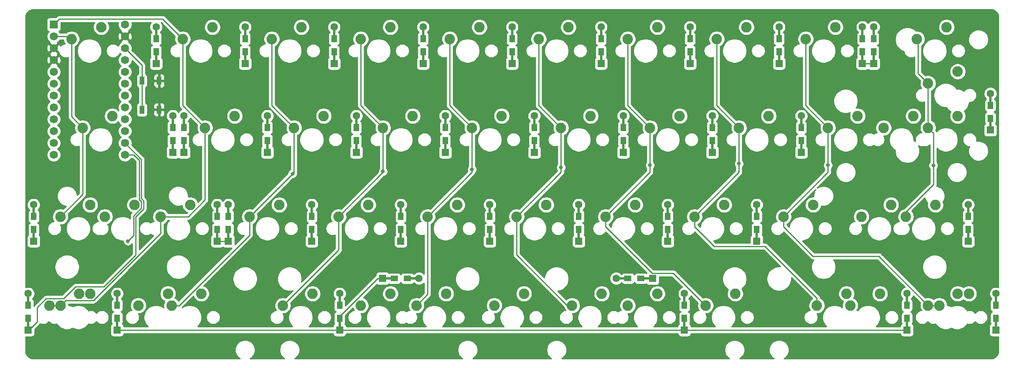
<source format=gbr>
%TF.GenerationSoftware,KiCad,Pcbnew,(5.1.9)-1*%
%TF.CreationDate,2021-08-31T12:46:25-07:00*%
%TF.ProjectId,warpstone,77617270-7374-46f6-9e65-2e6b69636164,rev?*%
%TF.SameCoordinates,Original*%
%TF.FileFunction,Copper,L2,Bot*%
%TF.FilePolarity,Positive*%
%FSLAX46Y46*%
G04 Gerber Fmt 4.6, Leading zero omitted, Abs format (unit mm)*
G04 Created by KiCad (PCBNEW (5.1.9)-1) date 2021-08-31 12:46:25*
%MOMM*%
%LPD*%
G01*
G04 APERTURE LIST*
%TA.AperFunction,ComponentPad*%
%ADD10C,1.752600*%
%TD*%
%TA.AperFunction,ComponentPad*%
%ADD11R,1.752600X1.752600*%
%TD*%
%TA.AperFunction,ComponentPad*%
%ADD12C,2.250000*%
%TD*%
%TA.AperFunction,SMDPad,CuDef*%
%ADD13R,1.100000X1.800000*%
%TD*%
%TA.AperFunction,ComponentPad*%
%ADD14R,1.600000X1.600000*%
%TD*%
%TA.AperFunction,ComponentPad*%
%ADD15C,1.600000*%
%TD*%
%TA.AperFunction,SMDPad,CuDef*%
%ADD16R,0.500000X2.900000*%
%TD*%
%TA.AperFunction,SMDPad,CuDef*%
%ADD17R,1.200000X1.600000*%
%TD*%
%TA.AperFunction,SMDPad,CuDef*%
%ADD18R,2.900000X0.500000*%
%TD*%
%TA.AperFunction,SMDPad,CuDef*%
%ADD19R,1.600000X1.200000*%
%TD*%
%TA.AperFunction,ViaPad*%
%ADD20C,0.800000*%
%TD*%
%TA.AperFunction,Conductor*%
%ADD21C,0.250000*%
%TD*%
%TA.AperFunction,Conductor*%
%ADD22C,0.254000*%
%TD*%
%TA.AperFunction,Conductor*%
%ADD23C,0.100000*%
%TD*%
G04 APERTURE END LIST*
D10*
%TO.P,U1,24*%
%TO.N,RAW*%
X52863940Y-32464570D03*
%TO.P,U1,12*%
%TO.N,c10*%
X37623940Y-60404570D03*
%TO.P,U1,23*%
%TO.N,GND*%
X52863940Y-35004570D03*
%TO.P,U1,22*%
%TO.N,RST*%
X52863940Y-37544570D03*
%TO.P,U1,21*%
%TO.N,VCC*%
X52863940Y-40084570D03*
%TO.P,U1,20*%
%TO.N,Net-(U1-Pad20)*%
X52863940Y-42624570D03*
%TO.P,U1,19*%
%TO.N,Net-(U1-Pad19)*%
X52863940Y-45164570D03*
%TO.P,U1,18*%
%TO.N,Net-(U1-Pad18)*%
X52863940Y-47704570D03*
%TO.P,U1,17*%
%TO.N,Net-(U1-Pad17)*%
X52863940Y-50244570D03*
%TO.P,U1,16*%
%TO.N,r1*%
X52863940Y-52784570D03*
%TO.P,U1,15*%
%TO.N,r2*%
X52863940Y-55324570D03*
%TO.P,U1,14*%
%TO.N,r4*%
X52863940Y-57864570D03*
%TO.P,U1,13*%
%TO.N,r3*%
X52863940Y-60404570D03*
%TO.P,U1,11*%
%TO.N,c9*%
X37623940Y-57864570D03*
%TO.P,U1,10*%
%TO.N,c8*%
X37623940Y-55324570D03*
%TO.P,U1,9*%
%TO.N,c7*%
X37623940Y-52784570D03*
%TO.P,U1,8*%
%TO.N,c6*%
X37623940Y-50244570D03*
%TO.P,U1,7*%
%TO.N,c5*%
X37623940Y-47704570D03*
%TO.P,U1,6*%
%TO.N,c4*%
X37623940Y-45164570D03*
%TO.P,U1,5*%
%TO.N,c3*%
X37623940Y-42624570D03*
%TO.P,U1,4*%
%TO.N,GND*%
X37623940Y-40084570D03*
%TO.P,U1,3*%
X37623940Y-37544570D03*
%TO.P,U1,2*%
%TO.N,c1*%
X37623940Y-35004570D03*
D11*
%TO.P,U1,1*%
%TO.N,c2*%
X37623940Y-32464570D03*
%TD*%
D12*
%TO.P,MX30-2.75u1,2*%
%TO.N,Net-(D30-Pad2)*%
X216853400Y-71120320D03*
%TO.P,MX30-2.75u1,1*%
%TO.N,c10*%
X210503400Y-73660320D03*
%TD*%
%TO.P,MX21-2.25u1,2*%
%TO.N,Net-(D21-Pad2)*%
X54927720Y-71120320D03*
%TO.P,MX21-2.25u1,1*%
%TO.N,c1*%
X48577720Y-73660320D03*
%TD*%
%TO.P,MX11,2*%
%TO.N,Net-(D11-Pad2)*%
X50165200Y-52070240D03*
%TO.P,MX11,1*%
%TO.N,c1*%
X43815200Y-54610240D03*
%TD*%
%TO.P,MX20-ISO1,1*%
%TO.N,c10*%
X224790960Y-45085200D03*
%TO.P,MX20-ISO1,2*%
%TO.N,Net-(D20-Pad2)*%
X231140960Y-42545200D03*
%TD*%
%TO.P,MX20-2.25u1,2*%
%TO.N,Net-(D20-Pad2)*%
X221615920Y-52070240D03*
%TO.P,MX20-2.25u1,1*%
%TO.N,c10*%
X215265920Y-54610240D03*
%TD*%
%TO.P,MX38-1u1,2*%
%TO.N,Net-(D38-Pad2)*%
X233522220Y-90170400D03*
%TO.P,MX38-1u1,1*%
%TO.N,c9*%
X227172220Y-92710400D03*
%TD*%
%TO.P,MX37-1u1,2*%
%TO.N,Net-(D37-Pad2)*%
X214472140Y-90170400D03*
%TO.P,MX37-1u1,1*%
%TO.N,c8*%
X208122140Y-92710400D03*
%TD*%
%TO.P,MX32-1u1,2*%
%TO.N,Net-(D32-Pad2)*%
X62071500Y-90170400D03*
%TO.P,MX32-1u1,1*%
%TO.N,c3*%
X55721500Y-92710400D03*
%TD*%
%TO.P,MX31-1u1,2*%
%TO.N,Net-(D31-Pad2)*%
X43021420Y-90170400D03*
%TO.P,MX31-1u1,1*%
%TO.N,c2*%
X36671420Y-92710400D03*
%TD*%
%TO.P,MX34-7u1,2*%
%TO.N,Net-(D34-Pad2)*%
X138271820Y-90170400D03*
%TO.P,MX34-7u1,1*%
%TO.N,c5*%
X131921820Y-92710400D03*
%TD*%
%TO.P,MX34-6u1,1*%
%TO.N,c5*%
X131921820Y-92710400D03*
%TO.P,MX34-6u1,2*%
%TO.N,Net-(D34-Pad2)*%
X138271820Y-90170400D03*
%TD*%
%TO.P,MX35-3u1,2*%
%TO.N,Net-(D35-Pad2)*%
X166846940Y-90170400D03*
%TO.P,MX35-3u1,1*%
%TO.N,c6*%
X160496940Y-92710400D03*
%TD*%
%TO.P,MX34-3u1,2*%
%TO.N,Net-(D34-Pad2)*%
X109696700Y-90170400D03*
%TO.P,MX34-3u1,1*%
%TO.N,c5*%
X103346700Y-92710400D03*
%TD*%
D13*
%TO.P,SW1,2*%
%TO.N,GND*%
X60190870Y-50725200D03*
X60190870Y-44525200D03*
%TO.P,SW1,1*%
%TO.N,RST*%
X56490870Y-50725200D03*
X56490870Y-44525200D03*
%TD*%
D12*
%TO.P,MX38,2*%
%TO.N,Net-(D38-Pad2)*%
X231140960Y-90170400D03*
%TO.P,MX38,1*%
%TO.N,c9*%
X224790960Y-92710400D03*
%TD*%
%TO.P,MX37,2*%
%TO.N,Net-(D37-Pad2)*%
X207328360Y-90170400D03*
%TO.P,MX37,1*%
%TO.N,c8*%
X200978360Y-92710400D03*
%TD*%
%TO.P,MX36,2*%
%TO.N,Net-(D36-Pad2)*%
X183515760Y-90170400D03*
%TO.P,MX36,1*%
%TO.N,c7*%
X177165760Y-92710400D03*
%TD*%
%TO.P,MX35,2*%
%TO.N,Net-(D35-Pad2)*%
X154940640Y-90170400D03*
%TO.P,MX35,1*%
%TO.N,c6*%
X148590640Y-92710400D03*
%TD*%
%TO.P,MX34,2*%
%TO.N,Net-(D34-Pad2)*%
X121603000Y-90170400D03*
%TO.P,MX34,1*%
%TO.N,c5*%
X115253000Y-92710400D03*
%TD*%
%TO.P,MX33,2*%
%TO.N,Net-(D33-Pad2)*%
X93027880Y-90170400D03*
%TO.P,MX33,1*%
%TO.N,c4*%
X86677880Y-92710400D03*
%TD*%
%TO.P,MX32,2*%
%TO.N,Net-(D32-Pad2)*%
X69215280Y-90170400D03*
%TO.P,MX32,1*%
%TO.N,c3*%
X62865280Y-92710400D03*
%TD*%
%TO.P,MX31,2*%
%TO.N,Net-(D31-Pad2)*%
X45402680Y-90170400D03*
%TO.P,MX31,1*%
%TO.N,c2*%
X39052680Y-92710400D03*
%TD*%
%TO.P,MX30,2*%
%TO.N,Net-(D30-Pad2)*%
X226378440Y-71120320D03*
%TO.P,MX30,1*%
%TO.N,c10*%
X220028440Y-73660320D03*
%TD*%
%TO.P,MX29,2*%
%TO.N,Net-(D29-Pad2)*%
X200184580Y-71120320D03*
%TO.P,MX29,1*%
%TO.N,c9*%
X193834580Y-73660320D03*
%TD*%
%TO.P,MX28,2*%
%TO.N,Net-(D28-Pad2)*%
X181134500Y-71120320D03*
%TO.P,MX28,1*%
%TO.N,c8*%
X174784500Y-73660320D03*
%TD*%
%TO.P,MX27,2*%
%TO.N,Net-(D27-Pad2)*%
X162084420Y-71120320D03*
%TO.P,MX27,1*%
%TO.N,c7*%
X155734420Y-73660320D03*
%TD*%
%TO.P,MX26,2*%
%TO.N,Net-(D26-Pad2)*%
X143034340Y-71120320D03*
%TO.P,MX26,1*%
%TO.N,c6*%
X136684340Y-73660320D03*
%TD*%
%TO.P,MX25,2*%
%TO.N,Net-(D25-Pad2)*%
X123984260Y-71120320D03*
%TO.P,MX25,1*%
%TO.N,c5*%
X117634260Y-73660320D03*
%TD*%
%TO.P,MX24,2*%
%TO.N,Net-(D24-Pad2)*%
X104934180Y-71120320D03*
%TO.P,MX24,1*%
%TO.N,c4*%
X98584180Y-73660320D03*
%TD*%
%TO.P,MX23,2*%
%TO.N,Net-(D23-Pad2)*%
X85884100Y-71120320D03*
%TO.P,MX23,1*%
%TO.N,c3*%
X79534100Y-73660320D03*
%TD*%
%TO.P,MX22,2*%
%TO.N,Net-(D22-Pad2)*%
X66834020Y-71120320D03*
%TO.P,MX22,1*%
%TO.N,c2*%
X60484020Y-73660320D03*
%TD*%
%TO.P,MX21,2*%
%TO.N,Net-(D21-Pad2)*%
X45402680Y-71120320D03*
%TO.P,MX21,1*%
%TO.N,c1*%
X39052680Y-73660320D03*
%TD*%
%TO.P,MX20,2*%
%TO.N,Net-(D20-Pad2)*%
X231140960Y-52070240D03*
%TO.P,MX20,1*%
%TO.N,c10*%
X224790960Y-54610240D03*
%TD*%
%TO.P,MX19,2*%
%TO.N,Net-(D19-Pad2)*%
X209709620Y-52070240D03*
%TO.P,MX19,1*%
%TO.N,c9*%
X203359620Y-54610240D03*
%TD*%
%TO.P,MX18,2*%
%TO.N,Net-(D18-Pad2)*%
X190659540Y-52070240D03*
%TO.P,MX18,1*%
%TO.N,c8*%
X184309540Y-54610240D03*
%TD*%
%TO.P,MX17,2*%
%TO.N,Net-(D17-Pad2)*%
X171609460Y-52070240D03*
%TO.P,MX17,1*%
%TO.N,c7*%
X165259460Y-54610240D03*
%TD*%
%TO.P,MX16,2*%
%TO.N,Net-(D16-Pad2)*%
X152559380Y-52070240D03*
%TO.P,MX16,1*%
%TO.N,c6*%
X146209380Y-54610240D03*
%TD*%
%TO.P,MX15,2*%
%TO.N,Net-(D15-Pad2)*%
X133509300Y-52070240D03*
%TO.P,MX15,1*%
%TO.N,c5*%
X127159300Y-54610240D03*
%TD*%
%TO.P,MX14,2*%
%TO.N,Net-(D14-Pad2)*%
X114459220Y-52070240D03*
%TO.P,MX14,1*%
%TO.N,c4*%
X108109220Y-54610240D03*
%TD*%
%TO.P,MX13,2*%
%TO.N,Net-(D13-Pad2)*%
X95409140Y-52070240D03*
%TO.P,MX13,1*%
%TO.N,c3*%
X89059140Y-54610240D03*
%TD*%
%TO.P,MX12,2*%
%TO.N,Net-(D12-Pad2)*%
X76359060Y-52070240D03*
%TO.P,MX12,1*%
%TO.N,c2*%
X70009060Y-54610240D03*
%TD*%
%TO.P,MX10,2*%
%TO.N,Net-(D10-Pad2)*%
X228759700Y-33020160D03*
%TO.P,MX10,1*%
%TO.N,c10*%
X222409700Y-35560160D03*
%TD*%
%TO.P,MX9,2*%
%TO.N,Net-(D9-Pad2)*%
X204947100Y-33020160D03*
%TO.P,MX9,1*%
%TO.N,c9*%
X198597100Y-35560160D03*
%TD*%
%TO.P,MX8,2*%
%TO.N,Net-(D8-Pad2)*%
X185897020Y-33020160D03*
%TO.P,MX8,1*%
%TO.N,c8*%
X179547020Y-35560160D03*
%TD*%
%TO.P,MX7,2*%
%TO.N,Net-(D7-Pad2)*%
X166846940Y-33020160D03*
%TO.P,MX7,1*%
%TO.N,c7*%
X160496940Y-35560160D03*
%TD*%
%TO.P,MX6,2*%
%TO.N,Net-(D6-Pad2)*%
X147796860Y-33020160D03*
%TO.P,MX6,1*%
%TO.N,c6*%
X141446860Y-35560160D03*
%TD*%
%TO.P,MX5,2*%
%TO.N,Net-(D5-Pad2)*%
X128746780Y-33020160D03*
%TO.P,MX5,1*%
%TO.N,c5*%
X122396780Y-35560160D03*
%TD*%
%TO.P,MX4,2*%
%TO.N,Net-(D4-Pad2)*%
X109696700Y-33020160D03*
%TO.P,MX4,1*%
%TO.N,c4*%
X103346700Y-35560160D03*
%TD*%
%TO.P,MX3,2*%
%TO.N,Net-(D3-Pad2)*%
X90646620Y-33020160D03*
%TO.P,MX3,1*%
%TO.N,c3*%
X84296620Y-35560160D03*
%TD*%
%TO.P,MX2,2*%
%TO.N,Net-(D2-Pad2)*%
X71596540Y-33020160D03*
%TO.P,MX2,1*%
%TO.N,c2*%
X65246540Y-35560160D03*
%TD*%
%TO.P,MX1,2*%
%TO.N,Net-(D1-Pad2)*%
X47783940Y-33020160D03*
%TO.P,MX1,1*%
%TO.N,c1*%
X41433940Y-35560160D03*
%TD*%
D14*
%TO.P,D38,1*%
%TO.N,r4*%
X239316630Y-97959770D03*
D15*
%TO.P,D38,2*%
%TO.N,Net-(D38-Pad2)*%
X239316630Y-90159770D03*
D16*
%TO.P,D38,1*%
%TO.N,r4*%
X239316630Y-96559770D03*
D17*
X239316630Y-95459770D03*
%TO.P,D38,2*%
%TO.N,Net-(D38-Pad2)*%
X239316630Y-92659770D03*
D16*
X239316630Y-91559770D03*
%TD*%
D14*
%TO.P,D37,1*%
%TO.N,r4*%
X220266550Y-97959770D03*
D15*
%TO.P,D37,2*%
%TO.N,Net-(D37-Pad2)*%
X220266550Y-90159770D03*
D16*
%TO.P,D37,1*%
%TO.N,r4*%
X220266550Y-96559770D03*
D17*
X220266550Y-95459770D03*
%TO.P,D37,2*%
%TO.N,Net-(D37-Pad2)*%
X220266550Y-92659770D03*
D16*
X220266550Y-91559770D03*
%TD*%
D14*
%TO.P,D36,1*%
%TO.N,r4*%
X172641350Y-97959770D03*
D15*
%TO.P,D36,2*%
%TO.N,Net-(D36-Pad2)*%
X172641350Y-90159770D03*
D16*
%TO.P,D36,1*%
%TO.N,r4*%
X172641350Y-96559770D03*
D17*
X172641350Y-95459770D03*
%TO.P,D36,2*%
%TO.N,Net-(D36-Pad2)*%
X172641350Y-92659770D03*
D16*
X172641350Y-91559770D03*
%TD*%
D14*
%TO.P,D35,1*%
%TO.N,r4*%
X165825680Y-86915990D03*
D15*
%TO.P,D35,2*%
%TO.N,Net-(D35-Pad2)*%
X158025680Y-86915990D03*
D18*
%TO.P,D35,1*%
%TO.N,r4*%
X164425680Y-86915990D03*
D19*
X163325680Y-86915990D03*
%TO.P,D35,2*%
%TO.N,Net-(D35-Pad2)*%
X160525680Y-86915990D03*
D18*
X159425680Y-86915990D03*
%TD*%
D14*
%TO.P,D34,1*%
%TO.N,r4*%
X108019220Y-86915990D03*
D15*
%TO.P,D34,2*%
%TO.N,Net-(D34-Pad2)*%
X115819220Y-86915990D03*
D18*
%TO.P,D34,1*%
%TO.N,r4*%
X109419220Y-86915990D03*
D19*
X110519220Y-86915990D03*
%TO.P,D34,2*%
%TO.N,Net-(D34-Pad2)*%
X113319220Y-86915990D03*
D18*
X114419220Y-86915990D03*
%TD*%
D14*
%TO.P,D33,1*%
%TO.N,r4*%
X98822290Y-97959770D03*
D15*
%TO.P,D33,2*%
%TO.N,Net-(D33-Pad2)*%
X98822290Y-90159770D03*
D16*
%TO.P,D33,1*%
%TO.N,r4*%
X98822290Y-96559770D03*
D17*
X98822290Y-95459770D03*
%TO.P,D33,2*%
%TO.N,Net-(D33-Pad2)*%
X98822290Y-92659770D03*
D16*
X98822290Y-91559770D03*
%TD*%
D14*
%TO.P,D32,1*%
%TO.N,r4*%
X51197090Y-97959770D03*
D15*
%TO.P,D32,2*%
%TO.N,Net-(D32-Pad2)*%
X51197090Y-90159770D03*
D16*
%TO.P,D32,1*%
%TO.N,r4*%
X51197090Y-96559770D03*
D17*
X51197090Y-95459770D03*
%TO.P,D32,2*%
%TO.N,Net-(D32-Pad2)*%
X51197090Y-92659770D03*
D16*
X51197090Y-91559770D03*
%TD*%
D14*
%TO.P,D31,1*%
%TO.N,r4*%
X32147010Y-97959770D03*
D15*
%TO.P,D31,2*%
%TO.N,Net-(D31-Pad2)*%
X32147010Y-90159770D03*
D16*
%TO.P,D31,1*%
%TO.N,r4*%
X32147010Y-96559770D03*
D17*
X32147010Y-95459770D03*
%TO.P,D31,2*%
%TO.N,Net-(D31-Pad2)*%
X32147010Y-92659770D03*
D16*
X32147010Y-91559770D03*
%TD*%
D14*
%TO.P,D30,1*%
%TO.N,r3*%
X233363480Y-78909690D03*
D15*
%TO.P,D30,2*%
%TO.N,Net-(D30-Pad2)*%
X233363480Y-71109690D03*
D16*
%TO.P,D30,1*%
%TO.N,r3*%
X233363480Y-77509690D03*
D17*
X233363480Y-76409690D03*
%TO.P,D30,2*%
%TO.N,Net-(D30-Pad2)*%
X233363480Y-73609690D03*
D16*
X233363480Y-72509690D03*
%TD*%
D14*
%TO.P,D29,1*%
%TO.N,r3*%
X188119540Y-78909690D03*
D15*
%TO.P,D29,2*%
%TO.N,Net-(D29-Pad2)*%
X188119540Y-71109690D03*
D16*
%TO.P,D29,1*%
%TO.N,r3*%
X188119540Y-77509690D03*
D17*
X188119540Y-76409690D03*
%TO.P,D29,2*%
%TO.N,Net-(D29-Pad2)*%
X188119540Y-73609690D03*
D16*
X188119540Y-72509690D03*
%TD*%
D14*
%TO.P,D28,1*%
%TO.N,r3*%
X169069460Y-78909690D03*
D15*
%TO.P,D28,2*%
%TO.N,Net-(D28-Pad2)*%
X169069460Y-71109690D03*
D16*
%TO.P,D28,1*%
%TO.N,r3*%
X169069460Y-77509690D03*
D17*
X169069460Y-76409690D03*
%TO.P,D28,2*%
%TO.N,Net-(D28-Pad2)*%
X169069460Y-73609690D03*
D16*
X169069460Y-72509690D03*
%TD*%
D14*
%TO.P,D27,1*%
%TO.N,r3*%
X150019380Y-78909690D03*
D15*
%TO.P,D27,2*%
%TO.N,Net-(D27-Pad2)*%
X150019380Y-71109690D03*
D16*
%TO.P,D27,1*%
%TO.N,r3*%
X150019380Y-77509690D03*
D17*
X150019380Y-76409690D03*
%TO.P,D27,2*%
%TO.N,Net-(D27-Pad2)*%
X150019380Y-73609690D03*
D16*
X150019380Y-72509690D03*
%TD*%
D14*
%TO.P,D26,1*%
%TO.N,r3*%
X130969300Y-78909690D03*
D15*
%TO.P,D26,2*%
%TO.N,Net-(D26-Pad2)*%
X130969300Y-71109690D03*
D16*
%TO.P,D26,1*%
%TO.N,r3*%
X130969300Y-77509690D03*
D17*
X130969300Y-76409690D03*
%TO.P,D26,2*%
%TO.N,Net-(D26-Pad2)*%
X130969300Y-73609690D03*
D16*
X130969300Y-72509690D03*
%TD*%
D14*
%TO.P,D25,1*%
%TO.N,r3*%
X111919220Y-78909690D03*
D15*
%TO.P,D25,2*%
%TO.N,Net-(D25-Pad2)*%
X111919220Y-71109690D03*
D16*
%TO.P,D25,1*%
%TO.N,r3*%
X111919220Y-77509690D03*
D17*
X111919220Y-76409690D03*
%TO.P,D25,2*%
%TO.N,Net-(D25-Pad2)*%
X111919220Y-73609690D03*
D16*
X111919220Y-72509690D03*
%TD*%
D14*
%TO.P,D24,1*%
%TO.N,r3*%
X92869140Y-78909690D03*
D15*
%TO.P,D24,2*%
%TO.N,Net-(D24-Pad2)*%
X92869140Y-71109690D03*
D16*
%TO.P,D24,1*%
%TO.N,r3*%
X92869140Y-77509690D03*
D17*
X92869140Y-76409690D03*
%TO.P,D24,2*%
%TO.N,Net-(D24-Pad2)*%
X92869140Y-73609690D03*
D16*
X92869140Y-72509690D03*
%TD*%
D14*
%TO.P,D23,1*%
%TO.N,r3*%
X75009690Y-78909690D03*
D15*
%TO.P,D23,2*%
%TO.N,Net-(D23-Pad2)*%
X75009690Y-71109690D03*
D16*
%TO.P,D23,1*%
%TO.N,r3*%
X75009690Y-77509690D03*
D17*
X75009690Y-76409690D03*
%TO.P,D23,2*%
%TO.N,Net-(D23-Pad2)*%
X75009690Y-73609690D03*
D16*
X75009690Y-72509690D03*
%TD*%
D14*
%TO.P,D22,1*%
%TO.N,r3*%
X72628430Y-78909690D03*
D15*
%TO.P,D22,2*%
%TO.N,Net-(D22-Pad2)*%
X72628430Y-71109690D03*
D16*
%TO.P,D22,1*%
%TO.N,r3*%
X72628430Y-77509690D03*
D17*
X72628430Y-76409690D03*
%TO.P,D22,2*%
%TO.N,Net-(D22-Pad2)*%
X72628430Y-73609690D03*
D16*
X72628430Y-72509690D03*
%TD*%
D14*
%TO.P,D21,1*%
%TO.N,r3*%
X33337640Y-78909690D03*
D15*
%TO.P,D21,2*%
%TO.N,Net-(D21-Pad2)*%
X33337640Y-71109690D03*
D16*
%TO.P,D21,1*%
%TO.N,r3*%
X33337640Y-77509690D03*
D17*
X33337640Y-76409690D03*
%TO.P,D21,2*%
%TO.N,Net-(D21-Pad2)*%
X33337640Y-73609690D03*
D16*
X33337640Y-72509690D03*
%TD*%
D14*
%TO.P,D20,1*%
%TO.N,r2*%
X238126000Y-55097090D03*
D15*
%TO.P,D20,2*%
%TO.N,Net-(D20-Pad2)*%
X238126000Y-47297090D03*
D16*
%TO.P,D20,1*%
%TO.N,r2*%
X238126000Y-53697090D03*
D17*
X238126000Y-52597090D03*
%TO.P,D20,2*%
%TO.N,Net-(D20-Pad2)*%
X238126000Y-49797090D03*
D16*
X238126000Y-48697090D03*
%TD*%
D14*
%TO.P,D19,1*%
%TO.N,r2*%
X197644580Y-59859610D03*
D15*
%TO.P,D19,2*%
%TO.N,Net-(D19-Pad2)*%
X197644580Y-52059610D03*
D16*
%TO.P,D19,1*%
%TO.N,r2*%
X197644580Y-58459610D03*
D17*
X197644580Y-57359610D03*
%TO.P,D19,2*%
%TO.N,Net-(D19-Pad2)*%
X197644580Y-54559610D03*
D16*
X197644580Y-53459610D03*
%TD*%
D14*
%TO.P,D18,1*%
%TO.N,r2*%
X178594500Y-59859610D03*
D15*
%TO.P,D18,2*%
%TO.N,Net-(D18-Pad2)*%
X178594500Y-52059610D03*
D16*
%TO.P,D18,1*%
%TO.N,r2*%
X178594500Y-58459610D03*
D17*
X178594500Y-57359610D03*
%TO.P,D18,2*%
%TO.N,Net-(D18-Pad2)*%
X178594500Y-54559610D03*
D16*
X178594500Y-53459610D03*
%TD*%
D14*
%TO.P,D17,1*%
%TO.N,r2*%
X159544420Y-59859610D03*
D15*
%TO.P,D17,2*%
%TO.N,Net-(D17-Pad2)*%
X159544420Y-52059610D03*
D16*
%TO.P,D17,1*%
%TO.N,r2*%
X159544420Y-58459610D03*
D17*
X159544420Y-57359610D03*
%TO.P,D17,2*%
%TO.N,Net-(D17-Pad2)*%
X159544420Y-54559610D03*
D16*
X159544420Y-53459610D03*
%TD*%
D14*
%TO.P,D16,1*%
%TO.N,r2*%
X140494340Y-59859610D03*
D15*
%TO.P,D16,2*%
%TO.N,Net-(D16-Pad2)*%
X140494340Y-52059610D03*
D16*
%TO.P,D16,1*%
%TO.N,r2*%
X140494340Y-58459610D03*
D17*
X140494340Y-57359610D03*
%TO.P,D16,2*%
%TO.N,Net-(D16-Pad2)*%
X140494340Y-54559610D03*
D16*
X140494340Y-53459610D03*
%TD*%
D14*
%TO.P,D15,1*%
%TO.N,r2*%
X121444260Y-59859610D03*
D15*
%TO.P,D15,2*%
%TO.N,Net-(D15-Pad2)*%
X121444260Y-52059610D03*
D16*
%TO.P,D15,1*%
%TO.N,r2*%
X121444260Y-58459610D03*
D17*
X121444260Y-57359610D03*
%TO.P,D15,2*%
%TO.N,Net-(D15-Pad2)*%
X121444260Y-54559610D03*
D16*
X121444260Y-53459610D03*
%TD*%
D14*
%TO.P,D14,1*%
%TO.N,r2*%
X102394180Y-59859610D03*
D15*
%TO.P,D14,2*%
%TO.N,Net-(D14-Pad2)*%
X102394180Y-52059610D03*
D16*
%TO.P,D14,1*%
%TO.N,r2*%
X102394180Y-58459610D03*
D17*
X102394180Y-57359610D03*
%TO.P,D14,2*%
%TO.N,Net-(D14-Pad2)*%
X102394180Y-54559610D03*
D16*
X102394180Y-53459610D03*
%TD*%
D14*
%TO.P,D13,1*%
%TO.N,r2*%
X83344100Y-59859610D03*
D15*
%TO.P,D13,2*%
%TO.N,Net-(D13-Pad2)*%
X83344100Y-52059610D03*
D16*
%TO.P,D13,1*%
%TO.N,r2*%
X83344100Y-58459610D03*
D17*
X83344100Y-57359610D03*
%TO.P,D13,2*%
%TO.N,Net-(D13-Pad2)*%
X83344100Y-54559610D03*
D16*
X83344100Y-53459610D03*
%TD*%
D14*
%TO.P,D12,1*%
%TO.N,r2*%
X65484650Y-59859610D03*
D15*
%TO.P,D12,2*%
%TO.N,Net-(D12-Pad2)*%
X65484650Y-52059610D03*
D16*
%TO.P,D12,1*%
%TO.N,r2*%
X65484650Y-58459610D03*
D17*
X65484650Y-57359610D03*
%TO.P,D12,2*%
%TO.N,Net-(D12-Pad2)*%
X65484650Y-54559610D03*
D16*
X65484650Y-53459610D03*
%TD*%
D14*
%TO.P,D11,1*%
%TO.N,r2*%
X63103390Y-59859610D03*
D15*
%TO.P,D11,2*%
%TO.N,Net-(D11-Pad2)*%
X63103390Y-52059610D03*
D16*
%TO.P,D11,1*%
%TO.N,r2*%
X63103390Y-58459610D03*
D17*
X63103390Y-57359610D03*
%TO.P,D11,2*%
%TO.N,Net-(D11-Pad2)*%
X63103390Y-54559610D03*
D16*
X63103390Y-53459610D03*
%TD*%
D14*
%TO.P,D10,1*%
%TO.N,r1*%
X213122770Y-40809530D03*
D15*
%TO.P,D10,2*%
%TO.N,Net-(D10-Pad2)*%
X213122770Y-33009530D03*
D16*
%TO.P,D10,1*%
%TO.N,r1*%
X213122770Y-39409530D03*
D17*
X213122770Y-38309530D03*
%TO.P,D10,2*%
%TO.N,Net-(D10-Pad2)*%
X213122770Y-35509530D03*
D16*
X213122770Y-34409530D03*
%TD*%
D14*
%TO.P,D9,1*%
%TO.N,r1*%
X210741510Y-40809530D03*
D15*
%TO.P,D9,2*%
%TO.N,Net-(D9-Pad2)*%
X210741510Y-33009530D03*
D16*
%TO.P,D9,1*%
%TO.N,r1*%
X210741510Y-39409530D03*
D17*
X210741510Y-38309530D03*
%TO.P,D9,2*%
%TO.N,Net-(D9-Pad2)*%
X210741510Y-35509530D03*
D16*
X210741510Y-34409530D03*
%TD*%
D14*
%TO.P,D8,1*%
%TO.N,r1*%
X192882060Y-40809530D03*
D15*
%TO.P,D8,2*%
%TO.N,Net-(D8-Pad2)*%
X192882060Y-33009530D03*
D16*
%TO.P,D8,1*%
%TO.N,r1*%
X192882060Y-39409530D03*
D17*
X192882060Y-38309530D03*
%TO.P,D8,2*%
%TO.N,Net-(D8-Pad2)*%
X192882060Y-35509530D03*
D16*
X192882060Y-34409530D03*
%TD*%
D14*
%TO.P,D7,1*%
%TO.N,r1*%
X173831980Y-40809530D03*
D15*
%TO.P,D7,2*%
%TO.N,Net-(D7-Pad2)*%
X173831980Y-33009530D03*
D16*
%TO.P,D7,1*%
%TO.N,r1*%
X173831980Y-39409530D03*
D17*
X173831980Y-38309530D03*
%TO.P,D7,2*%
%TO.N,Net-(D7-Pad2)*%
X173831980Y-35509530D03*
D16*
X173831980Y-34409530D03*
%TD*%
D14*
%TO.P,D6,1*%
%TO.N,r1*%
X154781900Y-40809530D03*
D15*
%TO.P,D6,2*%
%TO.N,Net-(D6-Pad2)*%
X154781900Y-33009530D03*
D16*
%TO.P,D6,1*%
%TO.N,r1*%
X154781900Y-39409530D03*
D17*
X154781900Y-38309530D03*
%TO.P,D6,2*%
%TO.N,Net-(D6-Pad2)*%
X154781900Y-35509530D03*
D16*
X154781900Y-34409530D03*
%TD*%
D14*
%TO.P,D5,1*%
%TO.N,r1*%
X135731820Y-40809530D03*
D15*
%TO.P,D5,2*%
%TO.N,Net-(D5-Pad2)*%
X135731820Y-33009530D03*
D16*
%TO.P,D5,1*%
%TO.N,r1*%
X135731820Y-39409530D03*
D17*
X135731820Y-38309530D03*
%TO.P,D5,2*%
%TO.N,Net-(D5-Pad2)*%
X135731820Y-35509530D03*
D16*
X135731820Y-34409530D03*
%TD*%
D14*
%TO.P,D4,1*%
%TO.N,r1*%
X116681740Y-40809530D03*
D15*
%TO.P,D4,2*%
%TO.N,Net-(D4-Pad2)*%
X116681740Y-33009530D03*
D16*
%TO.P,D4,1*%
%TO.N,r1*%
X116681740Y-39409530D03*
D17*
X116681740Y-38309530D03*
%TO.P,D4,2*%
%TO.N,Net-(D4-Pad2)*%
X116681740Y-35509530D03*
D16*
X116681740Y-34409530D03*
%TD*%
D14*
%TO.P,D3,1*%
%TO.N,r1*%
X97631660Y-40809530D03*
D15*
%TO.P,D3,2*%
%TO.N,Net-(D3-Pad2)*%
X97631660Y-33009530D03*
D16*
%TO.P,D3,1*%
%TO.N,r1*%
X97631660Y-39409530D03*
D17*
X97631660Y-38309530D03*
%TO.P,D3,2*%
%TO.N,Net-(D3-Pad2)*%
X97631660Y-35509530D03*
D16*
X97631660Y-34409530D03*
%TD*%
D14*
%TO.P,D2,1*%
%TO.N,r1*%
X78581580Y-40809530D03*
D15*
%TO.P,D2,2*%
%TO.N,Net-(D2-Pad2)*%
X78581580Y-33009530D03*
D16*
%TO.P,D2,1*%
%TO.N,r1*%
X78581580Y-39409530D03*
D17*
X78581580Y-38309530D03*
%TO.P,D2,2*%
%TO.N,Net-(D2-Pad2)*%
X78581580Y-35509530D03*
D16*
X78581580Y-34409530D03*
%TD*%
D14*
%TO.P,D1,1*%
%TO.N,r1*%
X59531500Y-40809530D03*
D15*
%TO.P,D1,2*%
%TO.N,Net-(D1-Pad2)*%
X59531500Y-33009530D03*
D16*
%TO.P,D1,1*%
%TO.N,r1*%
X59531500Y-39409530D03*
D17*
X59531500Y-38309530D03*
%TO.P,D1,2*%
%TO.N,Net-(D1-Pad2)*%
X59531500Y-35509530D03*
D16*
X59531500Y-34409530D03*
%TD*%
D20*
%TO.N,r3*%
X53509690Y-78909690D03*
%TO.N,c3*%
X88747210Y-64447210D03*
%TO.N,c4*%
X108109220Y-63990780D03*
%TO.N,c5*%
X127159300Y-63540700D03*
%TO.N,c6*%
X146209380Y-63090620D03*
%TO.N,c7*%
X165259460Y-62640540D03*
%TO.N,c8*%
X184309540Y-62290460D03*
%TO.N,c9*%
X203359620Y-62640380D03*
%TO.N,c10*%
X225915959Y-62684041D03*
%TD*%
D21*
%TO.N,r1*%
X213122770Y-40809530D02*
X210741510Y-40809530D01*
%TO.N,r3*%
X72628430Y-78909690D02*
X75009690Y-78909690D01*
X54706621Y-77712759D02*
X53509690Y-78909690D01*
X56377721Y-71816321D02*
X54706621Y-73487421D01*
X56377721Y-70424319D02*
X56377721Y-71816321D01*
X55927711Y-69974309D02*
X56377721Y-70424319D01*
X55927711Y-61564751D02*
X55927711Y-69974309D01*
X54767530Y-60404570D02*
X55927711Y-61564751D01*
X54706621Y-73487421D02*
X54706621Y-77712759D01*
X52863940Y-60404570D02*
X54767530Y-60404570D01*
%TO.N,r4*%
X220266550Y-97959770D02*
X172641350Y-97959770D01*
X172641350Y-97959770D02*
X98822290Y-97959770D01*
X98822290Y-97959770D02*
X51197090Y-97959770D01*
X98822290Y-95062920D02*
X98822290Y-97959770D01*
X106969220Y-86915990D02*
X98822290Y-95062920D01*
X108019220Y-86915990D02*
X106969220Y-86915990D01*
X52863940Y-57864570D02*
X56377721Y-61378351D01*
X56377721Y-61378351D02*
X56377721Y-69787909D01*
X56377721Y-69787909D02*
X56827730Y-70237918D01*
X56827730Y-70237918D02*
X56827731Y-72002721D01*
X55156631Y-73673821D02*
X55156631Y-81926041D01*
X55156631Y-81926041D02*
X48382672Y-88700000D01*
X56827731Y-72002721D02*
X55156631Y-73673821D01*
X39739601Y-91260399D02*
X39139601Y-91260399D01*
X43000000Y-88700000D02*
X42300000Y-88700000D01*
X39748681Y-91260399D02*
X39139601Y-91260399D01*
X42300000Y-88700000D02*
X39739601Y-91260399D01*
X48382672Y-88700000D02*
X43000000Y-88700000D01*
X43000000Y-88700000D02*
X42345818Y-88700000D01*
X32340230Y-97959770D02*
X32147010Y-97959770D01*
X34100000Y-96200000D02*
X32340230Y-97959770D01*
X34100000Y-93135818D02*
X34100000Y-96200000D01*
X35975419Y-91260399D02*
X34100000Y-93135818D01*
X39139601Y-91260399D02*
X35975419Y-91260399D01*
%TO.N,c1*%
X41433940Y-52228980D02*
X43815200Y-54610240D01*
X41433940Y-35560160D02*
X41433940Y-52228980D01*
X43815200Y-68897800D02*
X39052680Y-73660320D01*
X43815200Y-54610240D02*
X43815200Y-68897800D01*
X40878350Y-35004570D02*
X41433940Y-35560160D01*
X37623940Y-35004570D02*
X40878350Y-35004570D01*
%TO.N,c2*%
X65246540Y-49847720D02*
X70009060Y-54610240D01*
X65246540Y-35560160D02*
X65246540Y-49847720D01*
X66440022Y-73660320D02*
X60484020Y-73660320D01*
X70009060Y-70091282D02*
X66440022Y-73660320D01*
X70009060Y-54610240D02*
X70009060Y-70091282D01*
X36671420Y-92710400D02*
X39052680Y-92710400D01*
X60949649Y-31263269D02*
X65246540Y-35560160D01*
X38825241Y-31263269D02*
X60949649Y-31263269D01*
X37623940Y-32464570D02*
X38825241Y-31263269D01*
X46098681Y-91620401D02*
X40142679Y-91620401D01*
X60484020Y-77235062D02*
X46098681Y-91620401D01*
X40142679Y-91620401D02*
X39052680Y-92710400D01*
X60484020Y-73660320D02*
X60484020Y-77235062D01*
%TO.N,c3*%
X84296620Y-49847720D02*
X89059140Y-54610240D01*
X84296620Y-35560160D02*
X84296620Y-49847720D01*
X89059140Y-64135280D02*
X88747210Y-64447210D01*
X89059140Y-54610240D02*
X89059140Y-64135280D01*
X79534100Y-77632570D02*
X79534100Y-73660320D01*
X64456270Y-92710400D02*
X79534100Y-77632570D01*
X62865280Y-92710400D02*
X64456270Y-92710400D01*
X88747210Y-64447210D02*
X79534100Y-73660320D01*
%TO.N,c4*%
X103346700Y-49847720D02*
X108109220Y-54610240D01*
X103346700Y-35560160D02*
X103346700Y-49847720D01*
X108109220Y-64135280D02*
X98584180Y-73660320D01*
X108109220Y-54610240D02*
X108109220Y-63990780D01*
X98584180Y-80804100D02*
X86677880Y-92710400D01*
X98584180Y-73660320D02*
X98584180Y-80804100D01*
X108109220Y-63990780D02*
X108109220Y-64135280D01*
%TO.N,c5*%
X122396780Y-49847720D02*
X127159300Y-54610240D01*
X122396780Y-35560160D02*
X122396780Y-49847720D01*
X127159300Y-64135280D02*
X117634260Y-73660320D01*
X127159300Y-54610240D02*
X127159300Y-63540700D01*
X117634260Y-90329140D02*
X115253000Y-92710400D01*
X117634260Y-73660320D02*
X117634260Y-90329140D01*
X127159300Y-63540700D02*
X127159300Y-64135280D01*
%TO.N,c6*%
X141446860Y-49847720D02*
X146209380Y-54610240D01*
X141446860Y-35560160D02*
X141446860Y-49847720D01*
X146209380Y-64135280D02*
X136684340Y-73660320D01*
X146209380Y-54610240D02*
X146209380Y-63090620D01*
X147539966Y-92710400D02*
X148590640Y-92710400D01*
X136684340Y-81854774D02*
X147539966Y-92710400D01*
X136684340Y-73660320D02*
X136684340Y-81854774D01*
X146209380Y-63090620D02*
X146209380Y-64135280D01*
%TO.N,c7*%
X160496940Y-49847720D02*
X160496940Y-35560160D01*
X165259460Y-54610240D02*
X160496940Y-49847720D01*
X165259460Y-64135280D02*
X155734420Y-73660320D01*
X165259460Y-54610240D02*
X165259460Y-62640540D01*
X155734420Y-75822294D02*
X155734420Y-73660320D01*
X165703115Y-85790989D02*
X155734420Y-75822294D01*
X170246349Y-85790989D02*
X165703115Y-85790989D01*
X177165760Y-92710400D02*
X170246349Y-85790989D01*
X165259460Y-62640540D02*
X165259460Y-64135280D01*
%TO.N,c8*%
X179547020Y-49847720D02*
X184309540Y-54610240D01*
X179547020Y-35560160D02*
X179547020Y-49847720D01*
X184309540Y-64135280D02*
X174784500Y-73660320D01*
X184309540Y-54610240D02*
X184309540Y-62290460D01*
X174784500Y-75822294D02*
X174784500Y-73660320D01*
X178996897Y-80034691D02*
X174784500Y-75822294D01*
X189893641Y-80034691D02*
X178996897Y-80034691D01*
X200978360Y-91119410D02*
X189893641Y-80034691D01*
X200978360Y-92710400D02*
X200978360Y-91119410D01*
X184309540Y-62290460D02*
X184309540Y-64135280D01*
%TO.N,c9*%
X198597100Y-49847720D02*
X203359620Y-54610240D01*
X198597100Y-35560160D02*
X198597100Y-49847720D01*
X203359620Y-64135280D02*
X193834580Y-73660320D01*
X203359620Y-54610240D02*
X203359620Y-62640380D01*
X227172220Y-92710400D02*
X224790960Y-92710400D01*
X193834580Y-75822294D02*
X193834580Y-73660320D01*
X200148705Y-82136419D02*
X193834580Y-75822294D01*
X214216979Y-82136419D02*
X200148705Y-82136419D01*
X224790960Y-92710400D02*
X214216979Y-82136419D01*
X203359620Y-62640380D02*
X203359620Y-64135280D01*
%TO.N,c10*%
X224790960Y-45085200D02*
X224790960Y-54610240D01*
X220028440Y-72670008D02*
X220028440Y-73660320D01*
X225915959Y-66782489D02*
X220028440Y-72670008D01*
X224790960Y-54610240D02*
X225915959Y-55735239D01*
X222664861Y-42959101D02*
X222664861Y-35560160D01*
X224790960Y-45085200D02*
X222664861Y-42959101D01*
X225915959Y-55735239D02*
X225915959Y-61584041D01*
X225915959Y-61584041D02*
X225915959Y-62684041D01*
X225915959Y-62684041D02*
X225915959Y-66782489D01*
%TO.N,RST*%
X56490870Y-41171500D02*
X52863940Y-37544570D01*
X56490870Y-44525200D02*
X56490870Y-41171500D01*
X56490870Y-44525200D02*
X56490870Y-50725200D01*
%TD*%
D22*
%TO.N,GND*%
X238459711Y-29271006D02*
X238780714Y-29367922D01*
X239076780Y-29525343D01*
X239336627Y-29737269D01*
X239550365Y-29995632D01*
X239709848Y-30290590D01*
X239809004Y-30610912D01*
X239847261Y-30974903D01*
X239847260Y-88826332D01*
X239735204Y-88779917D01*
X239457965Y-88724770D01*
X239175295Y-88724770D01*
X238898056Y-88779917D01*
X238636903Y-88888090D01*
X238401871Y-89045133D01*
X238201993Y-89245011D01*
X238044950Y-89480043D01*
X237936777Y-89741196D01*
X237881630Y-90018435D01*
X237881630Y-90301105D01*
X237936777Y-90578344D01*
X238044950Y-90839497D01*
X238201993Y-91074529D01*
X238401871Y-91274407D01*
X238428558Y-91292239D01*
X238428558Y-91293729D01*
X238362136Y-91329233D01*
X238265445Y-91408585D01*
X238186093Y-91505276D01*
X238127128Y-91615590D01*
X238090818Y-91735288D01*
X238078558Y-91859770D01*
X238078558Y-93459770D01*
X238090818Y-93584252D01*
X238127128Y-93703950D01*
X238186093Y-93814264D01*
X238265445Y-93910955D01*
X238362136Y-93990307D01*
X238472450Y-94049272D01*
X238507057Y-94059770D01*
X238472450Y-94070268D01*
X238362136Y-94129233D01*
X238265445Y-94208585D01*
X238186093Y-94305276D01*
X238127128Y-94415590D01*
X238090818Y-94535288D01*
X238078558Y-94659770D01*
X238078558Y-96259770D01*
X238090818Y-96384252D01*
X238127128Y-96503950D01*
X238186093Y-96614264D01*
X238187327Y-96615768D01*
X238162136Y-96629233D01*
X238065445Y-96708585D01*
X237986093Y-96805276D01*
X237927128Y-96915590D01*
X237890818Y-97035288D01*
X237878558Y-97159770D01*
X237878558Y-98759770D01*
X237890818Y-98884252D01*
X237927128Y-99003950D01*
X237986093Y-99114264D01*
X238065445Y-99210955D01*
X238162136Y-99290307D01*
X238272450Y-99349272D01*
X238392148Y-99385582D01*
X238516630Y-99397842D01*
X239847260Y-99397842D01*
X239847260Y-102361901D01*
X239811374Y-102727891D01*
X239714457Y-103048898D01*
X239557037Y-103344959D01*
X239345109Y-103604808D01*
X239086746Y-103818546D01*
X238791790Y-103978028D01*
X238471468Y-104077184D01*
X238107487Y-104115440D01*
X193954238Y-104115440D01*
X194258102Y-103912404D01*
X194558824Y-103611682D01*
X194795101Y-103258070D01*
X194957850Y-102865157D01*
X195040820Y-102448043D01*
X195040820Y-102022757D01*
X194957850Y-101605643D01*
X194795101Y-101212730D01*
X194558824Y-100859118D01*
X194258102Y-100558396D01*
X193904490Y-100322119D01*
X193511577Y-100159370D01*
X193094463Y-100076400D01*
X192669177Y-100076400D01*
X192252063Y-100159370D01*
X191859150Y-100322119D01*
X191505538Y-100558396D01*
X191204816Y-100859118D01*
X190968539Y-101212730D01*
X190805790Y-101605643D01*
X190722820Y-102022757D01*
X190722820Y-102448043D01*
X190805790Y-102865157D01*
X190968539Y-103258070D01*
X191204816Y-103611682D01*
X191505538Y-103912404D01*
X191809402Y-104115440D01*
X184429358Y-104115440D01*
X184733222Y-103912404D01*
X185033944Y-103611682D01*
X185270221Y-103258070D01*
X185432970Y-102865157D01*
X185515940Y-102448043D01*
X185515940Y-102022757D01*
X185432970Y-101605643D01*
X185270221Y-101212730D01*
X185033944Y-100859118D01*
X184733222Y-100558396D01*
X184379610Y-100322119D01*
X183986697Y-100159370D01*
X183569583Y-100076400D01*
X183144177Y-100076400D01*
X182727063Y-100159370D01*
X182334150Y-100322119D01*
X181980538Y-100558396D01*
X181679816Y-100859118D01*
X181443539Y-101212730D01*
X181280790Y-101605643D01*
X181197820Y-102022757D01*
X181197820Y-102448043D01*
X181280790Y-102865157D01*
X181443539Y-103258070D01*
X181679816Y-103611682D01*
X181980538Y-103912404D01*
X182284402Y-104115440D01*
X146329358Y-104115440D01*
X146633222Y-103912404D01*
X146933944Y-103611682D01*
X147170221Y-103258070D01*
X147332970Y-102865157D01*
X147415940Y-102448043D01*
X147415940Y-102022757D01*
X147332970Y-101605643D01*
X147170221Y-101212730D01*
X146933944Y-100859118D01*
X146633222Y-100558396D01*
X146279610Y-100322119D01*
X145886697Y-100159370D01*
X145469583Y-100076400D01*
X145044297Y-100076400D01*
X144627183Y-100159370D01*
X144234270Y-100322119D01*
X143880658Y-100558396D01*
X143579936Y-100859118D01*
X143343659Y-101212730D01*
X143180910Y-101605643D01*
X143097940Y-102022757D01*
X143097940Y-102448043D01*
X143180910Y-102865157D01*
X143343659Y-103258070D01*
X143579936Y-103611682D01*
X143880658Y-103912404D01*
X144184522Y-104115440D01*
X127279118Y-104115440D01*
X127582982Y-103912404D01*
X127883704Y-103611682D01*
X128119981Y-103258070D01*
X128282730Y-102865157D01*
X128365700Y-102448043D01*
X128365700Y-102022757D01*
X128282730Y-101605643D01*
X128119981Y-101212730D01*
X127883704Y-100859118D01*
X127582982Y-100558396D01*
X127229370Y-100322119D01*
X126836457Y-100159370D01*
X126419343Y-100076400D01*
X125994057Y-100076400D01*
X125576943Y-100159370D01*
X125184030Y-100322119D01*
X124830418Y-100558396D01*
X124529696Y-100859118D01*
X124293419Y-101212730D01*
X124130670Y-101605643D01*
X124047700Y-102022757D01*
X124047700Y-102448043D01*
X124130670Y-102865157D01*
X124293419Y-103258070D01*
X124529696Y-103611682D01*
X124830418Y-103912404D01*
X125134282Y-104115440D01*
X89179238Y-104115440D01*
X89483102Y-103912404D01*
X89783824Y-103611682D01*
X90020101Y-103258070D01*
X90182850Y-102865157D01*
X90265820Y-102448043D01*
X90265820Y-102022757D01*
X90182850Y-101605643D01*
X90020101Y-101212730D01*
X89783824Y-100859118D01*
X89483102Y-100558396D01*
X89129490Y-100322119D01*
X88736577Y-100159370D01*
X88319463Y-100076400D01*
X87894057Y-100076400D01*
X87476943Y-100159370D01*
X87084030Y-100322119D01*
X86730418Y-100558396D01*
X86429696Y-100859118D01*
X86193419Y-101212730D01*
X86030670Y-101605643D01*
X85947700Y-102022757D01*
X85947700Y-102448043D01*
X86030670Y-102865157D01*
X86193419Y-103258070D01*
X86429696Y-103611682D01*
X86730418Y-103912404D01*
X87034282Y-104115440D01*
X79654238Y-104115440D01*
X79958102Y-103912404D01*
X80258824Y-103611682D01*
X80495101Y-103258070D01*
X80657850Y-102865157D01*
X80740820Y-102448043D01*
X80740820Y-102022757D01*
X80657850Y-101605643D01*
X80495101Y-101212730D01*
X80258824Y-100859118D01*
X79958102Y-100558396D01*
X79604490Y-100322119D01*
X79211577Y-100159370D01*
X78794463Y-100076400D01*
X78369177Y-100076400D01*
X77952063Y-100159370D01*
X77559150Y-100322119D01*
X77205538Y-100558396D01*
X76904816Y-100859118D01*
X76668539Y-101212730D01*
X76505790Y-101605643D01*
X76422820Y-102022757D01*
X76422820Y-102448043D01*
X76505790Y-102865157D01*
X76668539Y-103258070D01*
X76904816Y-103611682D01*
X77205538Y-103912404D01*
X77509402Y-104115440D01*
X33369919Y-104115440D01*
X33003929Y-104079554D01*
X32682922Y-103982637D01*
X32386861Y-103825217D01*
X32127012Y-103613289D01*
X31913274Y-103354926D01*
X31753792Y-103059970D01*
X31654636Y-102739648D01*
X31616380Y-102375667D01*
X31616380Y-99397842D01*
X32947010Y-99397842D01*
X33071492Y-99385582D01*
X33191190Y-99349272D01*
X33301504Y-99290307D01*
X33398195Y-99210955D01*
X33477547Y-99114264D01*
X33536512Y-99003950D01*
X33572822Y-98884252D01*
X33585082Y-98759770D01*
X33585082Y-97789719D01*
X34611003Y-96763799D01*
X34640001Y-96740001D01*
X34734974Y-96624276D01*
X34741764Y-96611573D01*
X34960969Y-96702371D01*
X35252698Y-96760400D01*
X35550142Y-96760400D01*
X35841871Y-96702371D01*
X36116673Y-96588544D01*
X36363989Y-96423293D01*
X36574313Y-96212969D01*
X36592050Y-96186424D01*
X36609787Y-96212969D01*
X36820111Y-96423293D01*
X37067427Y-96588544D01*
X37342229Y-96702371D01*
X37633958Y-96760400D01*
X37931402Y-96760400D01*
X38223131Y-96702371D01*
X38275383Y-96680727D01*
X38439420Y-96926226D01*
X38805594Y-97292400D01*
X39236169Y-97580101D01*
X39714598Y-97778273D01*
X40222496Y-97879300D01*
X40740344Y-97879300D01*
X41248242Y-97778273D01*
X41672050Y-97602726D01*
X42095858Y-97778273D01*
X42603756Y-97879300D01*
X43121604Y-97879300D01*
X43629502Y-97778273D01*
X44107931Y-97580101D01*
X44538506Y-97292400D01*
X44671136Y-97159770D01*
X49759018Y-97159770D01*
X49759018Y-98759770D01*
X49771278Y-98884252D01*
X49807588Y-99003950D01*
X49866553Y-99114264D01*
X49945905Y-99210955D01*
X50042596Y-99290307D01*
X50152910Y-99349272D01*
X50272608Y-99385582D01*
X50397090Y-99397842D01*
X51997090Y-99397842D01*
X52121572Y-99385582D01*
X52241270Y-99349272D01*
X52351584Y-99290307D01*
X52448275Y-99210955D01*
X52527627Y-99114264D01*
X52586592Y-99003950D01*
X52622902Y-98884252D01*
X52635162Y-98759770D01*
X52635162Y-98719770D01*
X97384218Y-98719770D01*
X97384218Y-98759770D01*
X97396478Y-98884252D01*
X97432788Y-99003950D01*
X97491753Y-99114264D01*
X97571105Y-99210955D01*
X97667796Y-99290307D01*
X97778110Y-99349272D01*
X97897808Y-99385582D01*
X98022290Y-99397842D01*
X99622290Y-99397842D01*
X99746772Y-99385582D01*
X99866470Y-99349272D01*
X99976784Y-99290307D01*
X100073475Y-99210955D01*
X100152827Y-99114264D01*
X100211792Y-99003950D01*
X100248102Y-98884252D01*
X100260362Y-98759770D01*
X100260362Y-98719770D01*
X171203278Y-98719770D01*
X171203278Y-98759770D01*
X171215538Y-98884252D01*
X171251848Y-99003950D01*
X171310813Y-99114264D01*
X171390165Y-99210955D01*
X171486856Y-99290307D01*
X171597170Y-99349272D01*
X171716868Y-99385582D01*
X171841350Y-99397842D01*
X173441350Y-99397842D01*
X173565832Y-99385582D01*
X173685530Y-99349272D01*
X173795844Y-99290307D01*
X173892535Y-99210955D01*
X173971887Y-99114264D01*
X174030852Y-99003950D01*
X174067162Y-98884252D01*
X174079422Y-98759770D01*
X174079422Y-98719770D01*
X218828478Y-98719770D01*
X218828478Y-98759770D01*
X218840738Y-98884252D01*
X218877048Y-99003950D01*
X218936013Y-99114264D01*
X219015365Y-99210955D01*
X219112056Y-99290307D01*
X219222370Y-99349272D01*
X219342068Y-99385582D01*
X219466550Y-99397842D01*
X221066550Y-99397842D01*
X221191032Y-99385582D01*
X221310730Y-99349272D01*
X221421044Y-99290307D01*
X221517735Y-99210955D01*
X221597087Y-99114264D01*
X221656052Y-99003950D01*
X221692362Y-98884252D01*
X221704622Y-98759770D01*
X221704622Y-97159770D01*
X221692362Y-97035288D01*
X221656052Y-96915590D01*
X221597087Y-96805276D01*
X221517735Y-96708585D01*
X221421044Y-96629233D01*
X221395853Y-96615768D01*
X221397087Y-96614264D01*
X221456052Y-96503950D01*
X221492362Y-96384252D01*
X221504622Y-96259770D01*
X221504622Y-94659770D01*
X221492362Y-94535288D01*
X221456052Y-94415590D01*
X221397087Y-94305276D01*
X221317735Y-94208585D01*
X221221044Y-94129233D01*
X221110730Y-94070268D01*
X221076123Y-94059770D01*
X221110730Y-94049272D01*
X221221044Y-93990307D01*
X221317735Y-93910955D01*
X221397087Y-93814264D01*
X221456052Y-93703950D01*
X221492362Y-93584252D01*
X221504622Y-93459770D01*
X221504622Y-91859770D01*
X221492362Y-91735288D01*
X221456052Y-91615590D01*
X221397087Y-91505276D01*
X221317735Y-91408585D01*
X221221044Y-91329233D01*
X221154622Y-91293729D01*
X221154622Y-91292239D01*
X221181309Y-91274407D01*
X221381187Y-91074529D01*
X221538230Y-90839497D01*
X221628156Y-90622397D01*
X223129112Y-92123354D01*
X223098596Y-92197027D01*
X223030960Y-92537055D01*
X223030960Y-92883745D01*
X223098596Y-93223773D01*
X223231268Y-93544073D01*
X223363598Y-93742119D01*
X223080509Y-93798429D01*
X222805707Y-93912256D01*
X222558391Y-94077507D01*
X222348067Y-94287831D01*
X222182816Y-94535147D01*
X222068989Y-94809949D01*
X222010960Y-95101678D01*
X222010960Y-95399122D01*
X222068989Y-95690851D01*
X222182816Y-95965653D01*
X222348067Y-96212969D01*
X222558391Y-96423293D01*
X222805707Y-96588544D01*
X223080509Y-96702371D01*
X223372238Y-96760400D01*
X223669682Y-96760400D01*
X223961411Y-96702371D01*
X224236213Y-96588544D01*
X224483529Y-96423293D01*
X224693853Y-96212969D01*
X224711590Y-96186424D01*
X224729327Y-96212969D01*
X224939651Y-96423293D01*
X225186967Y-96588544D01*
X225461769Y-96702371D01*
X225753498Y-96760400D01*
X226050942Y-96760400D01*
X226342671Y-96702371D01*
X226394923Y-96680727D01*
X226558960Y-96926226D01*
X226925134Y-97292400D01*
X227355709Y-97580101D01*
X227834138Y-97778273D01*
X228342036Y-97879300D01*
X228859884Y-97879300D01*
X229367782Y-97778273D01*
X229791590Y-97602726D01*
X230215398Y-97778273D01*
X230723296Y-97879300D01*
X231241144Y-97879300D01*
X231749042Y-97778273D01*
X232227471Y-97580101D01*
X232658046Y-97292400D01*
X233024220Y-96926226D01*
X233188257Y-96680727D01*
X233240509Y-96702371D01*
X233532238Y-96760400D01*
X233829682Y-96760400D01*
X234121411Y-96702371D01*
X234396213Y-96588544D01*
X234643529Y-96423293D01*
X234853853Y-96212969D01*
X234871590Y-96186424D01*
X234889327Y-96212969D01*
X235099651Y-96423293D01*
X235346967Y-96588544D01*
X235621769Y-96702371D01*
X235913498Y-96760400D01*
X236210942Y-96760400D01*
X236502671Y-96702371D01*
X236777473Y-96588544D01*
X237024789Y-96423293D01*
X237235113Y-96212969D01*
X237400364Y-95965653D01*
X237514191Y-95690851D01*
X237572220Y-95399122D01*
X237572220Y-95101678D01*
X237514191Y-94809949D01*
X237400364Y-94535147D01*
X237235113Y-94287831D01*
X237024789Y-94077507D01*
X236777473Y-93912256D01*
X236502671Y-93798429D01*
X236210942Y-93740400D01*
X235913498Y-93740400D01*
X235621769Y-93798429D01*
X235346967Y-93912256D01*
X235099651Y-94077507D01*
X234889327Y-94287831D01*
X234871590Y-94314376D01*
X234853853Y-94287831D01*
X234643529Y-94077507D01*
X234396213Y-93912256D01*
X234121411Y-93798429D01*
X233829682Y-93740400D01*
X233532238Y-93740400D01*
X233240509Y-93798429D01*
X233188257Y-93820073D01*
X233024220Y-93574574D01*
X232658046Y-93208400D01*
X232227471Y-92920699D01*
X231749042Y-92722527D01*
X231241144Y-92621500D01*
X230723296Y-92621500D01*
X230215398Y-92722527D01*
X229791590Y-92898074D01*
X229367782Y-92722527D01*
X228932220Y-92635888D01*
X228932220Y-92537055D01*
X228864584Y-92197027D01*
X228731912Y-91876727D01*
X228539301Y-91588465D01*
X228294155Y-91343319D01*
X228005893Y-91150708D01*
X227685593Y-91018036D01*
X227345565Y-90950400D01*
X226998875Y-90950400D01*
X226658847Y-91018036D01*
X226338547Y-91150708D01*
X226050285Y-91343319D01*
X225981590Y-91412014D01*
X225912895Y-91343319D01*
X225624633Y-91150708D01*
X225304333Y-91018036D01*
X224964305Y-90950400D01*
X224617615Y-90950400D01*
X224277587Y-91018036D01*
X224203914Y-91048552D01*
X223152417Y-89997055D01*
X229380960Y-89997055D01*
X229380960Y-90343745D01*
X229448596Y-90683773D01*
X229581268Y-91004073D01*
X229773879Y-91292335D01*
X230019025Y-91537481D01*
X230307287Y-91730092D01*
X230627587Y-91862764D01*
X230967615Y-91930400D01*
X231314305Y-91930400D01*
X231654333Y-91862764D01*
X231974633Y-91730092D01*
X232262895Y-91537481D01*
X232331590Y-91468786D01*
X232400285Y-91537481D01*
X232688547Y-91730092D01*
X233008847Y-91862764D01*
X233348875Y-91930400D01*
X233695565Y-91930400D01*
X234035593Y-91862764D01*
X234355893Y-91730092D01*
X234644155Y-91537481D01*
X234889301Y-91292335D01*
X235081912Y-91004073D01*
X235214584Y-90683773D01*
X235282220Y-90343745D01*
X235282220Y-89997055D01*
X235214584Y-89657027D01*
X235081912Y-89336727D01*
X234889301Y-89048465D01*
X234644155Y-88803319D01*
X234355893Y-88610708D01*
X234035593Y-88478036D01*
X233695565Y-88410400D01*
X233348875Y-88410400D01*
X233008847Y-88478036D01*
X232688547Y-88610708D01*
X232400285Y-88803319D01*
X232331590Y-88872014D01*
X232262895Y-88803319D01*
X231974633Y-88610708D01*
X231654333Y-88478036D01*
X231314305Y-88410400D01*
X230967615Y-88410400D01*
X230627587Y-88478036D01*
X230307287Y-88610708D01*
X230019025Y-88803319D01*
X229773879Y-89048465D01*
X229581268Y-89336727D01*
X229448596Y-89657027D01*
X229380960Y-89997055D01*
X223152417Y-89997055D01*
X217351758Y-84196396D01*
X223590750Y-84196396D01*
X223590750Y-84714244D01*
X223691777Y-85222142D01*
X223889949Y-85700571D01*
X224177650Y-86131146D01*
X224543824Y-86497320D01*
X224974399Y-86785021D01*
X225452828Y-86983193D01*
X225960726Y-87084220D01*
X226478574Y-87084220D01*
X226986472Y-86983193D01*
X227464901Y-86785021D01*
X227895476Y-86497320D01*
X228261650Y-86131146D01*
X228549351Y-85700571D01*
X228747523Y-85222142D01*
X228848550Y-84714244D01*
X228848550Y-84196396D01*
X228747523Y-83688498D01*
X228549351Y-83210069D01*
X228261650Y-82779494D01*
X227895476Y-82413320D01*
X227464901Y-82125619D01*
X226986472Y-81927447D01*
X226478574Y-81826420D01*
X225960726Y-81826420D01*
X225452828Y-81927447D01*
X224974399Y-82125619D01*
X224543824Y-82413320D01*
X224177650Y-82779494D01*
X223889949Y-83210069D01*
X223691777Y-83688498D01*
X223590750Y-84196396D01*
X217351758Y-84196396D01*
X214780783Y-81625422D01*
X214756980Y-81596418D01*
X214641255Y-81501445D01*
X214509226Y-81430873D01*
X214365965Y-81387416D01*
X214254312Y-81376419D01*
X214254301Y-81376419D01*
X214216979Y-81372743D01*
X214179657Y-81376419D01*
X200463507Y-81376419D01*
X197914183Y-78827096D01*
X198411402Y-78728193D01*
X198889831Y-78530021D01*
X199320406Y-78242320D01*
X199686580Y-77876146D01*
X199974281Y-77445571D01*
X200172453Y-76967142D01*
X200273480Y-76459244D01*
X200273480Y-76051598D01*
X201214580Y-76051598D01*
X201214580Y-76349042D01*
X201272609Y-76640771D01*
X201386436Y-76915573D01*
X201551687Y-77162889D01*
X201762011Y-77373213D01*
X202009327Y-77538464D01*
X202284129Y-77652291D01*
X202575858Y-77710320D01*
X202873302Y-77710320D01*
X203165031Y-77652291D01*
X203439833Y-77538464D01*
X203687149Y-77373213D01*
X203897473Y-77162889D01*
X204062724Y-76915573D01*
X204176551Y-76640771D01*
X204234580Y-76349042D01*
X204234580Y-76051598D01*
X207723400Y-76051598D01*
X207723400Y-76349042D01*
X207781429Y-76640771D01*
X207895256Y-76915573D01*
X208060507Y-77162889D01*
X208270831Y-77373213D01*
X208518147Y-77538464D01*
X208792949Y-77652291D01*
X209084678Y-77710320D01*
X209382122Y-77710320D01*
X209673851Y-77652291D01*
X209948653Y-77538464D01*
X210195969Y-77373213D01*
X210406293Y-77162889D01*
X210571544Y-76915573D01*
X210685371Y-76640771D01*
X210743400Y-76349042D01*
X210743400Y-76051598D01*
X210721480Y-75941396D01*
X211684500Y-75941396D01*
X211684500Y-76459244D01*
X211785527Y-76967142D01*
X211983699Y-77445571D01*
X212271400Y-77876146D01*
X212637574Y-78242320D01*
X213068149Y-78530021D01*
X213546578Y-78728193D01*
X214054476Y-78829220D01*
X214572324Y-78829220D01*
X215080222Y-78728193D01*
X215558651Y-78530021D01*
X215989226Y-78242320D01*
X216355400Y-77876146D01*
X216643101Y-77445571D01*
X216841273Y-76967142D01*
X216942300Y-76459244D01*
X216942300Y-75941396D01*
X216841273Y-75433498D01*
X216643101Y-74955069D01*
X216355400Y-74524494D01*
X215989226Y-74158320D01*
X215558651Y-73870619D01*
X215080222Y-73672447D01*
X214572324Y-73571420D01*
X214054476Y-73571420D01*
X213546578Y-73672447D01*
X213068149Y-73870619D01*
X212637574Y-74158320D01*
X212271400Y-74524494D01*
X211983699Y-74955069D01*
X211785527Y-75433498D01*
X211684500Y-75941396D01*
X210721480Y-75941396D01*
X210685371Y-75759869D01*
X210571544Y-75485067D01*
X210528282Y-75420320D01*
X210676745Y-75420320D01*
X211016773Y-75352684D01*
X211337073Y-75220012D01*
X211625335Y-75027401D01*
X211870481Y-74782255D01*
X212063092Y-74493993D01*
X212195764Y-74173693D01*
X212263400Y-73833665D01*
X212263400Y-73486975D01*
X212195764Y-73146947D01*
X212063092Y-72826647D01*
X211870481Y-72538385D01*
X211625335Y-72293239D01*
X211337073Y-72100628D01*
X211016773Y-71967956D01*
X210676745Y-71900320D01*
X210330055Y-71900320D01*
X209990027Y-71967956D01*
X209669727Y-72100628D01*
X209381465Y-72293239D01*
X209136319Y-72538385D01*
X208943708Y-72826647D01*
X208811036Y-73146947D01*
X208743400Y-73486975D01*
X208743400Y-73833665D01*
X208811036Y-74173693D01*
X208943708Y-74493993D01*
X209076038Y-74692039D01*
X208792949Y-74748349D01*
X208518147Y-74862176D01*
X208270831Y-75027427D01*
X208060507Y-75237751D01*
X207895256Y-75485067D01*
X207781429Y-75759869D01*
X207723400Y-76051598D01*
X204234580Y-76051598D01*
X204176551Y-75759869D01*
X204062724Y-75485067D01*
X203897473Y-75237751D01*
X203687149Y-75027427D01*
X203439833Y-74862176D01*
X203165031Y-74748349D01*
X202873302Y-74690320D01*
X202575858Y-74690320D01*
X202284129Y-74748349D01*
X202009327Y-74862176D01*
X201762011Y-75027427D01*
X201551687Y-75237751D01*
X201386436Y-75485067D01*
X201272609Y-75759869D01*
X201214580Y-76051598D01*
X200273480Y-76051598D01*
X200273480Y-75941396D01*
X200172453Y-75433498D01*
X199974281Y-74955069D01*
X199686580Y-74524494D01*
X199320406Y-74158320D01*
X198889831Y-73870619D01*
X198411402Y-73672447D01*
X197903504Y-73571420D01*
X197385656Y-73571420D01*
X196877758Y-73672447D01*
X196399329Y-73870619D01*
X195968754Y-74158320D01*
X195602580Y-74524494D01*
X195314879Y-74955069D01*
X195116707Y-75433498D01*
X195017804Y-75930717D01*
X194594580Y-75507493D01*
X194594580Y-75250528D01*
X194668253Y-75220012D01*
X194956515Y-75027401D01*
X195201661Y-74782255D01*
X195394272Y-74493993D01*
X195526944Y-74173693D01*
X195594580Y-73833665D01*
X195594580Y-73486975D01*
X195526944Y-73146947D01*
X195496428Y-73073274D01*
X200729104Y-67840598D01*
X200493869Y-68192650D01*
X200331120Y-68585563D01*
X200248150Y-69002677D01*
X200248150Y-69360320D01*
X200011235Y-69360320D01*
X199671207Y-69427956D01*
X199350907Y-69560628D01*
X199062645Y-69753239D01*
X198817499Y-69998385D01*
X198624888Y-70286647D01*
X198492216Y-70606947D01*
X198424580Y-70946975D01*
X198424580Y-71293665D01*
X198492216Y-71633693D01*
X198624888Y-71953993D01*
X198817499Y-72242255D01*
X199062645Y-72487401D01*
X199350907Y-72680012D01*
X199671207Y-72812684D01*
X200011235Y-72880320D01*
X200357925Y-72880320D01*
X200697953Y-72812684D01*
X201018253Y-72680012D01*
X201306515Y-72487401D01*
X201551661Y-72242255D01*
X201744272Y-71953993D01*
X201876944Y-71633693D01*
X201938660Y-71323428D01*
X202194507Y-71374320D01*
X202619793Y-71374320D01*
X203036907Y-71291350D01*
X203429820Y-71128601D01*
X203701641Y-70946975D01*
X215093400Y-70946975D01*
X215093400Y-71293665D01*
X215161036Y-71633693D01*
X215293708Y-71953993D01*
X215486319Y-72242255D01*
X215731465Y-72487401D01*
X216019727Y-72680012D01*
X216340027Y-72812684D01*
X216680055Y-72880320D01*
X217026745Y-72880320D01*
X217366773Y-72812684D01*
X217687073Y-72680012D01*
X217975335Y-72487401D01*
X218220481Y-72242255D01*
X218413092Y-71953993D01*
X218545764Y-71633693D01*
X218613400Y-71293665D01*
X218613400Y-70946975D01*
X218545764Y-70606947D01*
X218413092Y-70286647D01*
X218220481Y-69998385D01*
X217975335Y-69753239D01*
X217687073Y-69560628D01*
X217366773Y-69427956D01*
X217026745Y-69360320D01*
X216680055Y-69360320D01*
X216340027Y-69427956D01*
X216019727Y-69560628D01*
X215731465Y-69753239D01*
X215486319Y-69998385D01*
X215293708Y-70286647D01*
X215161036Y-70606947D01*
X215093400Y-70946975D01*
X203701641Y-70946975D01*
X203783432Y-70892324D01*
X204084154Y-70591602D01*
X204320431Y-70237990D01*
X204483180Y-69845077D01*
X204566150Y-69427963D01*
X204566150Y-69002677D01*
X204483180Y-68585563D01*
X204320431Y-68192650D01*
X204084154Y-67839038D01*
X203783432Y-67538316D01*
X203429820Y-67302039D01*
X203036907Y-67139290D01*
X202619793Y-67056320D01*
X202194507Y-67056320D01*
X201777393Y-67139290D01*
X201384480Y-67302039D01*
X201032428Y-67537274D01*
X203870623Y-64699079D01*
X203899621Y-64675281D01*
X203994594Y-64559556D01*
X204065166Y-64427527D01*
X204108623Y-64284266D01*
X204119620Y-64172613D01*
X204119620Y-64172605D01*
X204123296Y-64135280D01*
X204119620Y-64097955D01*
X204119620Y-63922597D01*
X205010670Y-63922597D01*
X205010670Y-64347883D01*
X205093640Y-64764997D01*
X205256389Y-65157910D01*
X205492666Y-65511522D01*
X205793388Y-65812244D01*
X206147000Y-66048521D01*
X206539913Y-66211270D01*
X206957027Y-66294240D01*
X207382313Y-66294240D01*
X207799427Y-66211270D01*
X208192340Y-66048521D01*
X208545952Y-65812244D01*
X208846674Y-65511522D01*
X209082951Y-65157910D01*
X209245700Y-64764997D01*
X209328670Y-64347883D01*
X209328670Y-63922597D01*
X209245700Y-63505483D01*
X209082951Y-63112570D01*
X208846674Y-62758958D01*
X208545952Y-62458236D01*
X208192340Y-62221959D01*
X207799427Y-62059210D01*
X207382313Y-61976240D01*
X206957027Y-61976240D01*
X206539913Y-62059210D01*
X206147000Y-62221959D01*
X205793388Y-62458236D01*
X205492666Y-62758958D01*
X205256389Y-63112570D01*
X205093640Y-63505483D01*
X205010670Y-63922597D01*
X204119620Y-63922597D01*
X204119620Y-63344091D01*
X204163557Y-63300154D01*
X204276825Y-63130636D01*
X204354846Y-62942278D01*
X204394620Y-62742319D01*
X204394620Y-62538441D01*
X204354846Y-62338482D01*
X204276825Y-62150124D01*
X204163557Y-61980606D01*
X204119620Y-61936669D01*
X204119620Y-56891316D01*
X204540720Y-56891316D01*
X204540720Y-57409164D01*
X204641747Y-57917062D01*
X204839919Y-58395491D01*
X205127620Y-58826066D01*
X205493794Y-59192240D01*
X205924369Y-59479941D01*
X206402798Y-59678113D01*
X206910696Y-59779140D01*
X207428544Y-59779140D01*
X207936442Y-59678113D01*
X208414871Y-59479941D01*
X208845446Y-59192240D01*
X209211620Y-58826066D01*
X209499321Y-58395491D01*
X209697493Y-57917062D01*
X209798520Y-57409164D01*
X209798520Y-57001518D01*
X210739620Y-57001518D01*
X210739620Y-57298962D01*
X210797649Y-57590691D01*
X210911476Y-57865493D01*
X211076727Y-58112809D01*
X211287051Y-58323133D01*
X211534367Y-58488384D01*
X211809169Y-58602211D01*
X212100898Y-58660240D01*
X212398342Y-58660240D01*
X212690071Y-58602211D01*
X212964873Y-58488384D01*
X213122770Y-58382881D01*
X213280667Y-58488384D01*
X213555469Y-58602211D01*
X213847198Y-58660240D01*
X214144642Y-58660240D01*
X214436371Y-58602211D01*
X214711173Y-58488384D01*
X214958489Y-58323133D01*
X215168813Y-58112809D01*
X215334064Y-57865493D01*
X215447891Y-57590691D01*
X215505920Y-57298962D01*
X215505920Y-57001518D01*
X215484000Y-56891316D01*
X216447020Y-56891316D01*
X216447020Y-57409164D01*
X216548047Y-57917062D01*
X216746219Y-58395491D01*
X217033920Y-58826066D01*
X217400094Y-59192240D01*
X217717060Y-59404030D01*
X217717060Y-59822124D01*
X217818087Y-60330022D01*
X218016259Y-60808451D01*
X218303960Y-61239026D01*
X218670134Y-61605200D01*
X219100709Y-61892901D01*
X219579138Y-62091073D01*
X220087036Y-62192100D01*
X220604884Y-62192100D01*
X221112782Y-62091073D01*
X221591211Y-61892901D01*
X222021786Y-61605200D01*
X222387960Y-61239026D01*
X222675661Y-60808451D01*
X222873833Y-60330022D01*
X222974860Y-59822124D01*
X222974860Y-59304276D01*
X222873833Y-58796378D01*
X222723507Y-58433460D01*
X222805707Y-58488384D01*
X223080509Y-58602211D01*
X223372238Y-58660240D01*
X223669682Y-58660240D01*
X223838440Y-58626672D01*
X224007198Y-58660240D01*
X224304642Y-58660240D01*
X224596371Y-58602211D01*
X224871173Y-58488384D01*
X225118489Y-58323133D01*
X225155959Y-58285663D01*
X225155960Y-61546699D01*
X225155959Y-61546709D01*
X225155959Y-61980330D01*
X225112022Y-62024267D01*
X224998754Y-62193785D01*
X224920733Y-62382143D01*
X224880959Y-62582102D01*
X224880959Y-62785980D01*
X224920733Y-62985939D01*
X224998754Y-63174297D01*
X225112022Y-63343815D01*
X225155959Y-63387752D01*
X225155960Y-66467686D01*
X219690608Y-71933039D01*
X219515067Y-71967956D01*
X219194767Y-72100628D01*
X218906505Y-72293239D01*
X218661359Y-72538385D01*
X218468748Y-72826647D01*
X218336076Y-73146947D01*
X218268440Y-73486975D01*
X218268440Y-73833665D01*
X218336076Y-74173693D01*
X218468748Y-74493993D01*
X218601078Y-74692039D01*
X218317989Y-74748349D01*
X218043187Y-74862176D01*
X217795871Y-75027427D01*
X217585547Y-75237751D01*
X217420296Y-75485067D01*
X217306469Y-75759869D01*
X217248440Y-76051598D01*
X217248440Y-76349042D01*
X217306469Y-76640771D01*
X217420296Y-76915573D01*
X217585547Y-77162889D01*
X217795871Y-77373213D01*
X218043187Y-77538464D01*
X218317989Y-77652291D01*
X218609718Y-77710320D01*
X218907162Y-77710320D01*
X219075920Y-77676752D01*
X219244678Y-77710320D01*
X219542122Y-77710320D01*
X219833851Y-77652291D01*
X220108653Y-77538464D01*
X220355969Y-77373213D01*
X220566293Y-77162889D01*
X220731544Y-76915573D01*
X220845371Y-76640771D01*
X220903400Y-76349042D01*
X220903400Y-76051598D01*
X220881480Y-75941396D01*
X221209540Y-75941396D01*
X221209540Y-76459244D01*
X221310567Y-76967142D01*
X221508739Y-77445571D01*
X221796440Y-77876146D01*
X222162614Y-78242320D01*
X222593189Y-78530021D01*
X223071618Y-78728193D01*
X223579516Y-78829220D01*
X224097364Y-78829220D01*
X224605262Y-78728193D01*
X225083691Y-78530021D01*
X225514266Y-78242320D01*
X225646896Y-78109690D01*
X231925408Y-78109690D01*
X231925408Y-79709690D01*
X231937668Y-79834172D01*
X231973978Y-79953870D01*
X232032943Y-80064184D01*
X232112295Y-80160875D01*
X232208986Y-80240227D01*
X232319300Y-80299192D01*
X232438998Y-80335502D01*
X232563480Y-80347762D01*
X234163480Y-80347762D01*
X234287962Y-80335502D01*
X234407660Y-80299192D01*
X234517974Y-80240227D01*
X234614665Y-80160875D01*
X234694017Y-80064184D01*
X234752982Y-79953870D01*
X234789292Y-79834172D01*
X234801552Y-79709690D01*
X234801552Y-78109690D01*
X234789292Y-77985208D01*
X234752982Y-77865510D01*
X234694017Y-77755196D01*
X234614665Y-77658505D01*
X234517974Y-77579153D01*
X234492783Y-77565688D01*
X234494017Y-77564184D01*
X234552982Y-77453870D01*
X234589292Y-77334172D01*
X234601552Y-77209690D01*
X234601552Y-75609690D01*
X234589292Y-75485208D01*
X234552982Y-75365510D01*
X234494017Y-75255196D01*
X234414665Y-75158505D01*
X234317974Y-75079153D01*
X234207660Y-75020188D01*
X234173053Y-75009690D01*
X234207660Y-74999192D01*
X234317974Y-74940227D01*
X234414665Y-74860875D01*
X234494017Y-74764184D01*
X234552982Y-74653870D01*
X234589292Y-74534172D01*
X234601552Y-74409690D01*
X234601552Y-72809690D01*
X234589292Y-72685208D01*
X234552982Y-72565510D01*
X234494017Y-72455196D01*
X234414665Y-72358505D01*
X234317974Y-72279153D01*
X234251552Y-72243649D01*
X234251552Y-72242159D01*
X234278239Y-72224327D01*
X234478117Y-72024449D01*
X234635160Y-71789417D01*
X234743333Y-71528264D01*
X234798480Y-71251025D01*
X234798480Y-70968355D01*
X234743333Y-70691116D01*
X234635160Y-70429963D01*
X234478117Y-70194931D01*
X234278239Y-69995053D01*
X234043207Y-69838010D01*
X233782054Y-69729837D01*
X233504815Y-69674690D01*
X233222145Y-69674690D01*
X232944906Y-69729837D01*
X232683753Y-69838010D01*
X232448721Y-69995053D01*
X232248843Y-70194931D01*
X232091800Y-70429963D01*
X231983627Y-70691116D01*
X231928480Y-70968355D01*
X231928480Y-71251025D01*
X231983627Y-71528264D01*
X232091800Y-71789417D01*
X232248843Y-72024449D01*
X232448721Y-72224327D01*
X232475408Y-72242159D01*
X232475408Y-72243649D01*
X232408986Y-72279153D01*
X232312295Y-72358505D01*
X232232943Y-72455196D01*
X232173978Y-72565510D01*
X232137668Y-72685208D01*
X232125408Y-72809690D01*
X232125408Y-74409690D01*
X232137668Y-74534172D01*
X232173978Y-74653870D01*
X232232943Y-74764184D01*
X232312295Y-74860875D01*
X232408986Y-74940227D01*
X232519300Y-74999192D01*
X232553907Y-75009690D01*
X232519300Y-75020188D01*
X232408986Y-75079153D01*
X232312295Y-75158505D01*
X232232943Y-75255196D01*
X232173978Y-75365510D01*
X232137668Y-75485208D01*
X232125408Y-75609690D01*
X232125408Y-77209690D01*
X232137668Y-77334172D01*
X232173978Y-77453870D01*
X232232943Y-77564184D01*
X232234177Y-77565688D01*
X232208986Y-77579153D01*
X232112295Y-77658505D01*
X232032943Y-77755196D01*
X231973978Y-77865510D01*
X231937668Y-77985208D01*
X231925408Y-78109690D01*
X225646896Y-78109690D01*
X225880440Y-77876146D01*
X226168141Y-77445571D01*
X226366313Y-76967142D01*
X226467340Y-76459244D01*
X226467340Y-76051598D01*
X227408440Y-76051598D01*
X227408440Y-76349042D01*
X227466469Y-76640771D01*
X227580296Y-76915573D01*
X227745547Y-77162889D01*
X227955871Y-77373213D01*
X228203187Y-77538464D01*
X228477989Y-77652291D01*
X228769718Y-77710320D01*
X229067162Y-77710320D01*
X229358891Y-77652291D01*
X229633693Y-77538464D01*
X229881009Y-77373213D01*
X230091333Y-77162889D01*
X230256584Y-76915573D01*
X230370411Y-76640771D01*
X230428440Y-76349042D01*
X230428440Y-76051598D01*
X230370411Y-75759869D01*
X230256584Y-75485067D01*
X230091333Y-75237751D01*
X229881009Y-75027427D01*
X229633693Y-74862176D01*
X229358891Y-74748349D01*
X229067162Y-74690320D01*
X228769718Y-74690320D01*
X228477989Y-74748349D01*
X228203187Y-74862176D01*
X227955871Y-75027427D01*
X227745547Y-75237751D01*
X227580296Y-75485067D01*
X227466469Y-75759869D01*
X227408440Y-76051598D01*
X226467340Y-76051598D01*
X226467340Y-75941396D01*
X226366313Y-75433498D01*
X226168141Y-74955069D01*
X225880440Y-74524494D01*
X225514266Y-74158320D01*
X225083691Y-73870619D01*
X224605262Y-73672447D01*
X224097364Y-73571420D01*
X223579516Y-73571420D01*
X223071618Y-73672447D01*
X222593189Y-73870619D01*
X222162614Y-74158320D01*
X221796440Y-74524494D01*
X221508739Y-74955069D01*
X221310567Y-75433498D01*
X221209540Y-75941396D01*
X220881480Y-75941396D01*
X220845371Y-75759869D01*
X220731544Y-75485067D01*
X220621135Y-75319828D01*
X220862113Y-75220012D01*
X221150375Y-75027401D01*
X221395521Y-74782255D01*
X221588132Y-74493993D01*
X221720804Y-74173693D01*
X221788440Y-73833665D01*
X221788440Y-73486975D01*
X221720804Y-73146947D01*
X221588132Y-72826647D01*
X221395521Y-72538385D01*
X221315193Y-72458057D01*
X224107875Y-69665375D01*
X224143620Y-69845077D01*
X224306369Y-70237990D01*
X224542646Y-70591602D01*
X224664825Y-70713781D01*
X224618440Y-70946975D01*
X224618440Y-71293665D01*
X224686076Y-71633693D01*
X224818748Y-71953993D01*
X225011359Y-72242255D01*
X225256505Y-72487401D01*
X225544767Y-72680012D01*
X225865067Y-72812684D01*
X226205095Y-72880320D01*
X226551785Y-72880320D01*
X226891813Y-72812684D01*
X227212113Y-72680012D01*
X227500375Y-72487401D01*
X227745521Y-72242255D01*
X227938132Y-71953993D01*
X228070804Y-71633693D01*
X228138440Y-71293665D01*
X228138440Y-70946975D01*
X228070804Y-70606947D01*
X228000236Y-70436581D01*
X228132931Y-70237990D01*
X228295680Y-69845077D01*
X228378650Y-69427963D01*
X228378650Y-69002677D01*
X228295680Y-68585563D01*
X228132931Y-68192650D01*
X227896654Y-67839038D01*
X227595932Y-67538316D01*
X227242320Y-67302039D01*
X226849407Y-67139290D01*
X226612218Y-67092110D01*
X226621505Y-67074736D01*
X226664962Y-66931475D01*
X226675959Y-66819822D01*
X226675959Y-66819813D01*
X226679635Y-66782490D01*
X226675959Y-66745167D01*
X226675959Y-63922597D01*
X228823170Y-63922597D01*
X228823170Y-64347883D01*
X228906140Y-64764997D01*
X229068889Y-65157910D01*
X229305166Y-65511522D01*
X229605888Y-65812244D01*
X229959500Y-66048521D01*
X230352413Y-66211270D01*
X230769527Y-66294240D01*
X231194813Y-66294240D01*
X231611927Y-66211270D01*
X232004840Y-66048521D01*
X232358452Y-65812244D01*
X232659174Y-65511522D01*
X232895451Y-65157910D01*
X233058200Y-64764997D01*
X233141170Y-64347883D01*
X233141170Y-63922597D01*
X233058200Y-63505483D01*
X232895451Y-63112570D01*
X232659174Y-62758958D01*
X232358452Y-62458236D01*
X232004840Y-62221959D01*
X231611927Y-62059210D01*
X231194813Y-61976240D01*
X230769527Y-61976240D01*
X230352413Y-62059210D01*
X229959500Y-62221959D01*
X229605888Y-62458236D01*
X229305166Y-62758958D01*
X229068889Y-63112570D01*
X228906140Y-63505483D01*
X228823170Y-63922597D01*
X226675959Y-63922597D01*
X226675959Y-63387752D01*
X226719896Y-63343815D01*
X226833164Y-63174297D01*
X226911185Y-62985939D01*
X226950959Y-62785980D01*
X226950959Y-62582102D01*
X226911185Y-62382143D01*
X226833164Y-62193785D01*
X226719896Y-62024267D01*
X226675959Y-61980330D01*
X226675959Y-58943065D01*
X226925134Y-59192240D01*
X227355709Y-59479941D01*
X227834138Y-59678113D01*
X228342036Y-59779140D01*
X228859884Y-59779140D01*
X229367782Y-59678113D01*
X229846211Y-59479941D01*
X230276786Y-59192240D01*
X230642960Y-58826066D01*
X230930661Y-58395491D01*
X231128833Y-57917062D01*
X231229860Y-57409164D01*
X231229860Y-57001518D01*
X232170960Y-57001518D01*
X232170960Y-57298962D01*
X232228989Y-57590691D01*
X232342816Y-57865493D01*
X232508067Y-58112809D01*
X232718391Y-58323133D01*
X232965707Y-58488384D01*
X233240509Y-58602211D01*
X233532238Y-58660240D01*
X233623094Y-58660240D01*
X233509930Y-58933443D01*
X233426960Y-59350557D01*
X233426960Y-59775843D01*
X233509930Y-60192957D01*
X233672679Y-60585870D01*
X233908956Y-60939482D01*
X234209678Y-61240204D01*
X234563290Y-61476481D01*
X234956203Y-61639230D01*
X235373317Y-61722200D01*
X235798603Y-61722200D01*
X236215717Y-61639230D01*
X236608630Y-61476481D01*
X236962242Y-61240204D01*
X237262964Y-60939482D01*
X237499241Y-60585870D01*
X237661990Y-60192957D01*
X237744960Y-59775843D01*
X237744960Y-59350557D01*
X237661990Y-58933443D01*
X237499241Y-58540530D01*
X237262964Y-58186918D01*
X236962242Y-57886196D01*
X236608630Y-57649919D01*
X236215717Y-57487170D01*
X235798603Y-57404200D01*
X235373317Y-57404200D01*
X235161652Y-57446303D01*
X235190960Y-57298962D01*
X235190960Y-57001518D01*
X235132931Y-56709789D01*
X235019104Y-56434987D01*
X234853853Y-56187671D01*
X234643529Y-55977347D01*
X234396213Y-55812096D01*
X234121411Y-55698269D01*
X233829682Y-55640240D01*
X233532238Y-55640240D01*
X233240509Y-55698269D01*
X232965707Y-55812096D01*
X232718391Y-55977347D01*
X232508067Y-56187671D01*
X232342816Y-56434987D01*
X232228989Y-56709789D01*
X232170960Y-57001518D01*
X231229860Y-57001518D01*
X231229860Y-56891316D01*
X231128833Y-56383418D01*
X230930661Y-55904989D01*
X230642960Y-55474414D01*
X230276786Y-55108240D01*
X229846211Y-54820539D01*
X229367782Y-54622367D01*
X228859884Y-54521340D01*
X228342036Y-54521340D01*
X227834138Y-54622367D01*
X227355709Y-54820539D01*
X226925134Y-55108240D01*
X226610664Y-55422710D01*
X226550933Y-55310963D01*
X226455960Y-55195238D01*
X226454241Y-55193827D01*
X226483324Y-55123613D01*
X226550960Y-54783585D01*
X226550960Y-54436895D01*
X226523151Y-54297090D01*
X236687928Y-54297090D01*
X236687928Y-55897090D01*
X236700188Y-56021572D01*
X236736498Y-56141270D01*
X236795463Y-56251584D01*
X236874815Y-56348275D01*
X236971506Y-56427627D01*
X237081820Y-56486592D01*
X237201518Y-56522902D01*
X237326000Y-56535162D01*
X238926000Y-56535162D01*
X239050482Y-56522902D01*
X239170180Y-56486592D01*
X239280494Y-56427627D01*
X239377185Y-56348275D01*
X239456537Y-56251584D01*
X239515502Y-56141270D01*
X239551812Y-56021572D01*
X239564072Y-55897090D01*
X239564072Y-54297090D01*
X239551812Y-54172608D01*
X239515502Y-54052910D01*
X239456537Y-53942596D01*
X239377185Y-53845905D01*
X239280494Y-53766553D01*
X239255303Y-53753088D01*
X239256537Y-53751584D01*
X239315502Y-53641270D01*
X239351812Y-53521572D01*
X239364072Y-53397090D01*
X239364072Y-51797090D01*
X239351812Y-51672608D01*
X239315502Y-51552910D01*
X239256537Y-51442596D01*
X239177185Y-51345905D01*
X239080494Y-51266553D01*
X238970180Y-51207588D01*
X238935573Y-51197090D01*
X238970180Y-51186592D01*
X239080494Y-51127627D01*
X239177185Y-51048275D01*
X239256537Y-50951584D01*
X239315502Y-50841270D01*
X239351812Y-50721572D01*
X239364072Y-50597090D01*
X239364072Y-48997090D01*
X239351812Y-48872608D01*
X239315502Y-48752910D01*
X239256537Y-48642596D01*
X239177185Y-48545905D01*
X239080494Y-48466553D01*
X239014072Y-48431049D01*
X239014072Y-48429559D01*
X239040759Y-48411727D01*
X239240637Y-48211849D01*
X239397680Y-47976817D01*
X239505853Y-47715664D01*
X239561000Y-47438425D01*
X239561000Y-47155755D01*
X239505853Y-46878516D01*
X239397680Y-46617363D01*
X239240637Y-46382331D01*
X239040759Y-46182453D01*
X238805727Y-46025410D01*
X238544574Y-45917237D01*
X238267335Y-45862090D01*
X237984665Y-45862090D01*
X237707426Y-45917237D01*
X237446273Y-46025410D01*
X237211241Y-46182453D01*
X237011363Y-46382331D01*
X236854320Y-46617363D01*
X236746147Y-46878516D01*
X236691000Y-47155755D01*
X236691000Y-47438425D01*
X236746147Y-47715664D01*
X236854320Y-47976817D01*
X237011363Y-48211849D01*
X237211241Y-48411727D01*
X237237928Y-48429559D01*
X237237928Y-48431049D01*
X237171506Y-48466553D01*
X237074815Y-48545905D01*
X236995463Y-48642596D01*
X236936498Y-48752910D01*
X236900188Y-48872608D01*
X236887928Y-48997090D01*
X236887928Y-50597090D01*
X236900188Y-50721572D01*
X236936498Y-50841270D01*
X236995463Y-50951584D01*
X237074815Y-51048275D01*
X237171506Y-51127627D01*
X237281820Y-51186592D01*
X237316427Y-51197090D01*
X237281820Y-51207588D01*
X237171506Y-51266553D01*
X237074815Y-51345905D01*
X236995463Y-51442596D01*
X236936498Y-51552910D01*
X236900188Y-51672608D01*
X236887928Y-51797090D01*
X236887928Y-53397090D01*
X236900188Y-53521572D01*
X236936498Y-53641270D01*
X236995463Y-53751584D01*
X236996697Y-53753088D01*
X236971506Y-53766553D01*
X236874815Y-53845905D01*
X236795463Y-53942596D01*
X236736498Y-54052910D01*
X236700188Y-54172608D01*
X236687928Y-54297090D01*
X226523151Y-54297090D01*
X226483324Y-54096867D01*
X226350652Y-53776567D01*
X226158041Y-53488305D01*
X225912895Y-53243159D01*
X225624633Y-53050548D01*
X225550960Y-53020032D01*
X225550960Y-47366276D01*
X225972060Y-47366276D01*
X225972060Y-47884124D01*
X226073087Y-48392022D01*
X226271259Y-48870451D01*
X226558960Y-49301026D01*
X226925134Y-49667200D01*
X227355709Y-49954901D01*
X227834138Y-50153073D01*
X228342036Y-50254100D01*
X228728380Y-50254100D01*
X228940170Y-50571066D01*
X229306344Y-50937240D01*
X229634682Y-51156628D01*
X229581268Y-51236567D01*
X229448596Y-51556867D01*
X229380960Y-51896895D01*
X229380960Y-52243585D01*
X229448596Y-52583613D01*
X229581268Y-52903913D01*
X229773879Y-53192175D01*
X230019025Y-53437321D01*
X230307287Y-53629932D01*
X230627587Y-53762604D01*
X230967615Y-53830240D01*
X231314305Y-53830240D01*
X231654333Y-53762604D01*
X231974633Y-53629932D01*
X232262895Y-53437321D01*
X232508041Y-53192175D01*
X232700652Y-52903913D01*
X232833324Y-52583613D01*
X232900960Y-52243585D01*
X232900960Y-51896895D01*
X232833324Y-51556867D01*
X232700652Y-51236567D01*
X232549215Y-51009925D01*
X232657996Y-50937240D01*
X233024170Y-50571066D01*
X233311871Y-50140491D01*
X233510043Y-49662062D01*
X233611070Y-49154164D01*
X233611070Y-49135200D01*
X233829682Y-49135200D01*
X234121411Y-49077171D01*
X234396213Y-48963344D01*
X234643529Y-48798093D01*
X234853853Y-48587769D01*
X235019104Y-48340453D01*
X235132931Y-48065651D01*
X235190960Y-47773922D01*
X235190960Y-47476478D01*
X235132931Y-47184749D01*
X235019104Y-46909947D01*
X234853853Y-46662631D01*
X234643529Y-46452307D01*
X234396213Y-46287056D01*
X234121411Y-46173229D01*
X233829682Y-46115200D01*
X233532238Y-46115200D01*
X233240509Y-46173229D01*
X232965707Y-46287056D01*
X232718391Y-46452307D01*
X232508067Y-46662631D01*
X232466294Y-46725149D01*
X232227421Y-46565539D01*
X231748992Y-46367367D01*
X231241094Y-46266340D01*
X230854750Y-46266340D01*
X230642960Y-45949374D01*
X230276786Y-45583200D01*
X229846211Y-45295499D01*
X229367782Y-45097327D01*
X228859884Y-44996300D01*
X228342036Y-44996300D01*
X227834138Y-45097327D01*
X227355709Y-45295499D01*
X226925134Y-45583200D01*
X226558960Y-45949374D01*
X226271259Y-46379949D01*
X226073087Y-46858378D01*
X225972060Y-47366276D01*
X225550960Y-47366276D01*
X225550960Y-46675408D01*
X225624633Y-46644892D01*
X225912895Y-46452281D01*
X226158041Y-46207135D01*
X226350652Y-45918873D01*
X226483324Y-45598573D01*
X226550960Y-45258545D01*
X226550960Y-44911855D01*
X226483324Y-44571827D01*
X226350652Y-44251527D01*
X226158041Y-43963265D01*
X225912895Y-43718119D01*
X225624633Y-43525508D01*
X225304333Y-43392836D01*
X224964305Y-43325200D01*
X224617615Y-43325200D01*
X224277587Y-43392836D01*
X224203914Y-43423352D01*
X223424861Y-42644300D01*
X223424861Y-42371855D01*
X229380960Y-42371855D01*
X229380960Y-42718545D01*
X229448596Y-43058573D01*
X229581268Y-43378873D01*
X229773879Y-43667135D01*
X230019025Y-43912281D01*
X230307287Y-44104892D01*
X230627587Y-44237564D01*
X230967615Y-44305200D01*
X231314305Y-44305200D01*
X231654333Y-44237564D01*
X231974633Y-44104892D01*
X232262895Y-43912281D01*
X232508041Y-43667135D01*
X232700652Y-43378873D01*
X232833324Y-43058573D01*
X232900960Y-42718545D01*
X232900960Y-42371855D01*
X232833324Y-42031827D01*
X232700652Y-41711527D01*
X232508041Y-41423265D01*
X232262895Y-41178119D01*
X231974633Y-40985508D01*
X231654333Y-40852836D01*
X231314305Y-40785200D01*
X230967615Y-40785200D01*
X230627587Y-40852836D01*
X230307287Y-40985508D01*
X230019025Y-41178119D01*
X229773879Y-41423265D01*
X229581268Y-41711527D01*
X229448596Y-42031827D01*
X229380960Y-42371855D01*
X223424861Y-42371855D01*
X223424861Y-37841236D01*
X223590800Y-37841236D01*
X223590800Y-38359084D01*
X223691827Y-38866982D01*
X223889999Y-39345411D01*
X224177700Y-39775986D01*
X224543874Y-40142160D01*
X224974449Y-40429861D01*
X225452878Y-40628033D01*
X225960776Y-40729060D01*
X226478624Y-40729060D01*
X226986522Y-40628033D01*
X227464951Y-40429861D01*
X227895526Y-40142160D01*
X228261700Y-39775986D01*
X228549401Y-39345411D01*
X228747573Y-38866982D01*
X228848600Y-38359084D01*
X228848600Y-37951438D01*
X229789700Y-37951438D01*
X229789700Y-38248882D01*
X229847729Y-38540611D01*
X229961556Y-38815413D01*
X230126807Y-39062729D01*
X230337131Y-39273053D01*
X230584447Y-39438304D01*
X230859249Y-39552131D01*
X231150978Y-39610160D01*
X231448422Y-39610160D01*
X231740151Y-39552131D01*
X232014953Y-39438304D01*
X232262269Y-39273053D01*
X232472593Y-39062729D01*
X232637844Y-38815413D01*
X232751671Y-38540611D01*
X232809700Y-38248882D01*
X232809700Y-37951438D01*
X232751671Y-37659709D01*
X232637844Y-37384907D01*
X232472593Y-37137591D01*
X232262269Y-36927267D01*
X232014953Y-36762016D01*
X231740151Y-36648189D01*
X231448422Y-36590160D01*
X231150978Y-36590160D01*
X230859249Y-36648189D01*
X230584447Y-36762016D01*
X230337131Y-36927267D01*
X230126807Y-37137591D01*
X229961556Y-37384907D01*
X229847729Y-37659709D01*
X229789700Y-37951438D01*
X228848600Y-37951438D01*
X228848600Y-37841236D01*
X228747573Y-37333338D01*
X228549401Y-36854909D01*
X228261700Y-36424334D01*
X227895526Y-36058160D01*
X227464951Y-35770459D01*
X226986522Y-35572287D01*
X226495200Y-35474557D01*
X233426960Y-35474557D01*
X233426960Y-35899843D01*
X233509930Y-36316957D01*
X233672679Y-36709870D01*
X233908956Y-37063482D01*
X234209678Y-37364204D01*
X234563290Y-37600481D01*
X234956203Y-37763230D01*
X235373317Y-37846200D01*
X235798603Y-37846200D01*
X236215717Y-37763230D01*
X236608630Y-37600481D01*
X236962242Y-37364204D01*
X237262964Y-37063482D01*
X237499241Y-36709870D01*
X237661990Y-36316957D01*
X237744960Y-35899843D01*
X237744960Y-35474557D01*
X237661990Y-35057443D01*
X237499241Y-34664530D01*
X237262964Y-34310918D01*
X236962242Y-34010196D01*
X236608630Y-33773919D01*
X236215717Y-33611170D01*
X235798603Y-33528200D01*
X235373317Y-33528200D01*
X234956203Y-33611170D01*
X234563290Y-33773919D01*
X234209678Y-34010196D01*
X233908956Y-34310918D01*
X233672679Y-34664530D01*
X233509930Y-35057443D01*
X233426960Y-35474557D01*
X226495200Y-35474557D01*
X226478624Y-35471260D01*
X225960776Y-35471260D01*
X225452878Y-35572287D01*
X224974449Y-35770459D01*
X224543874Y-36058160D01*
X224177700Y-36424334D01*
X223889999Y-36854909D01*
X223691827Y-37333338D01*
X223590800Y-37841236D01*
X223424861Y-37841236D01*
X223424861Y-36998585D01*
X223531635Y-36927241D01*
X223776781Y-36682095D01*
X223969392Y-36393833D01*
X224102064Y-36073533D01*
X224169700Y-35733505D01*
X224169700Y-35386815D01*
X224102064Y-35046787D01*
X223969392Y-34726487D01*
X223776781Y-34438225D01*
X223531635Y-34193079D01*
X223243373Y-34000468D01*
X222923073Y-33867796D01*
X222583045Y-33800160D01*
X222236355Y-33800160D01*
X222186636Y-33810050D01*
X222021786Y-33645200D01*
X221591211Y-33357499D01*
X221112782Y-33159327D01*
X220604884Y-33058300D01*
X220087036Y-33058300D01*
X219579138Y-33159327D01*
X219100709Y-33357499D01*
X218670134Y-33645200D01*
X218303960Y-34011374D01*
X218016259Y-34441949D01*
X217818087Y-34920378D01*
X217717060Y-35428276D01*
X217717060Y-35946124D01*
X217818087Y-36454022D01*
X218016259Y-36932451D01*
X218303960Y-37363026D01*
X218670134Y-37729200D01*
X219100709Y-38016901D01*
X219579138Y-38215073D01*
X219629700Y-38225130D01*
X219629700Y-38248882D01*
X219687729Y-38540611D01*
X219801556Y-38815413D01*
X219966807Y-39062729D01*
X220177131Y-39273053D01*
X220424447Y-39438304D01*
X220699249Y-39552131D01*
X220990978Y-39610160D01*
X221288422Y-39610160D01*
X221580151Y-39552131D01*
X221854953Y-39438304D01*
X221904861Y-39404956D01*
X221904861Y-42921779D01*
X221901185Y-42959101D01*
X221904861Y-42996423D01*
X221904861Y-42996433D01*
X221915858Y-43108086D01*
X221959315Y-43251347D01*
X222029887Y-43383377D01*
X222069732Y-43431927D01*
X222124860Y-43499102D01*
X222153864Y-43522905D01*
X223129112Y-44498154D01*
X223098596Y-44571827D01*
X223030960Y-44911855D01*
X223030960Y-45258545D01*
X223098596Y-45598573D01*
X223231268Y-45918873D01*
X223363598Y-46116919D01*
X223080509Y-46173229D01*
X222805707Y-46287056D01*
X222558391Y-46452307D01*
X222348067Y-46662631D01*
X222182816Y-46909947D01*
X222068989Y-47184749D01*
X222010960Y-47476478D01*
X222010960Y-47773922D01*
X222068989Y-48065651D01*
X222182816Y-48340453D01*
X222348067Y-48587769D01*
X222558391Y-48798093D01*
X222805707Y-48963344D01*
X223080509Y-49077171D01*
X223372238Y-49135200D01*
X223669682Y-49135200D01*
X223961411Y-49077171D01*
X224030960Y-49048363D01*
X224030961Y-53020031D01*
X223957287Y-53050548D01*
X223669025Y-53243159D01*
X223423879Y-53488305D01*
X223231268Y-53776567D01*
X223098596Y-54096867D01*
X223030960Y-54436895D01*
X223030960Y-54783585D01*
X223098596Y-55123613D01*
X223231268Y-55443913D01*
X223363598Y-55641959D01*
X223080509Y-55698269D01*
X222805707Y-55812096D01*
X222558391Y-55977347D01*
X222348067Y-56187671D01*
X222182816Y-56434987D01*
X222068989Y-56709789D01*
X222010960Y-57001518D01*
X222010960Y-57298962D01*
X222063455Y-57562869D01*
X222021786Y-57521200D01*
X221704820Y-57309410D01*
X221704820Y-56891316D01*
X221603793Y-56383418D01*
X221405621Y-55904989D01*
X221117920Y-55474414D01*
X220751746Y-55108240D01*
X220321171Y-54820539D01*
X219842742Y-54622367D01*
X219334844Y-54521340D01*
X218816996Y-54521340D01*
X218309098Y-54622367D01*
X217830669Y-54820539D01*
X217400094Y-55108240D01*
X217033920Y-55474414D01*
X216746219Y-55904989D01*
X216548047Y-56383418D01*
X216447020Y-56891316D01*
X215484000Y-56891316D01*
X215447891Y-56709789D01*
X215334064Y-56434987D01*
X215290802Y-56370240D01*
X215439265Y-56370240D01*
X215779293Y-56302604D01*
X216099593Y-56169932D01*
X216387855Y-55977321D01*
X216633001Y-55732175D01*
X216825612Y-55443913D01*
X216958284Y-55123613D01*
X217025920Y-54783585D01*
X217025920Y-54436895D01*
X216958284Y-54096867D01*
X216825612Y-53776567D01*
X216633001Y-53488305D01*
X216387855Y-53243159D01*
X216099593Y-53050548D01*
X215779293Y-52917876D01*
X215439265Y-52850240D01*
X215092575Y-52850240D01*
X214752547Y-52917876D01*
X214432247Y-53050548D01*
X214143985Y-53243159D01*
X213898839Y-53488305D01*
X213706228Y-53776567D01*
X213573556Y-54096867D01*
X213505920Y-54436895D01*
X213505920Y-54783585D01*
X213573556Y-55123613D01*
X213706228Y-55443913D01*
X213838558Y-55641959D01*
X213555469Y-55698269D01*
X213280667Y-55812096D01*
X213122770Y-55917599D01*
X212964873Y-55812096D01*
X212690071Y-55698269D01*
X212398342Y-55640240D01*
X212100898Y-55640240D01*
X211809169Y-55698269D01*
X211534367Y-55812096D01*
X211287051Y-55977347D01*
X211076727Y-56187671D01*
X210911476Y-56434987D01*
X210797649Y-56709789D01*
X210739620Y-57001518D01*
X209798520Y-57001518D01*
X209798520Y-56891316D01*
X209697493Y-56383418D01*
X209499321Y-55904989D01*
X209211620Y-55474414D01*
X208845446Y-55108240D01*
X208414871Y-54820539D01*
X207936442Y-54622367D01*
X207428544Y-54521340D01*
X206910696Y-54521340D01*
X206402798Y-54622367D01*
X205924369Y-54820539D01*
X205493794Y-55108240D01*
X205127620Y-55474414D01*
X204839919Y-55904989D01*
X204641747Y-56383418D01*
X204540720Y-56891316D01*
X204119620Y-56891316D01*
X204119620Y-56200448D01*
X204193293Y-56169932D01*
X204481555Y-55977321D01*
X204726701Y-55732175D01*
X204919312Y-55443913D01*
X205051984Y-55123613D01*
X205119620Y-54783585D01*
X205119620Y-54436895D01*
X205051984Y-54096867D01*
X204919312Y-53776567D01*
X204726701Y-53488305D01*
X204481555Y-53243159D01*
X204193293Y-53050548D01*
X203872993Y-52917876D01*
X203532965Y-52850240D01*
X203186275Y-52850240D01*
X202846247Y-52917876D01*
X202772575Y-52948392D01*
X199357100Y-49532919D01*
X199357100Y-48636316D01*
X204540770Y-48636316D01*
X204540770Y-49154164D01*
X204641797Y-49662062D01*
X204839969Y-50140491D01*
X205127670Y-50571066D01*
X205493844Y-50937240D01*
X205924419Y-51224941D01*
X206402848Y-51423113D01*
X206910746Y-51524140D01*
X207428594Y-51524140D01*
X207936492Y-51423113D01*
X208100859Y-51355030D01*
X208017256Y-51556867D01*
X207949620Y-51896895D01*
X207949620Y-52243585D01*
X208017256Y-52583613D01*
X208149928Y-52903913D01*
X208342539Y-53192175D01*
X208587685Y-53437321D01*
X208875947Y-53629932D01*
X209196247Y-53762604D01*
X209536275Y-53830240D01*
X209882965Y-53830240D01*
X210222993Y-53762604D01*
X210543293Y-53629932D01*
X210831555Y-53437321D01*
X211076701Y-53192175D01*
X211269312Y-52903913D01*
X211401984Y-52583613D01*
X211469620Y-52243585D01*
X211469620Y-51896895D01*
X219855920Y-51896895D01*
X219855920Y-52243585D01*
X219923556Y-52583613D01*
X220056228Y-52903913D01*
X220248839Y-53192175D01*
X220493985Y-53437321D01*
X220782247Y-53629932D01*
X221102547Y-53762604D01*
X221442575Y-53830240D01*
X221789265Y-53830240D01*
X222129293Y-53762604D01*
X222449593Y-53629932D01*
X222737855Y-53437321D01*
X222983001Y-53192175D01*
X223175612Y-52903913D01*
X223308284Y-52583613D01*
X223375920Y-52243585D01*
X223375920Y-51896895D01*
X223308284Y-51556867D01*
X223175612Y-51236567D01*
X222983001Y-50948305D01*
X222737855Y-50703159D01*
X222449593Y-50510548D01*
X222129293Y-50377876D01*
X221789265Y-50310240D01*
X221442575Y-50310240D01*
X221102547Y-50377876D01*
X220782247Y-50510548D01*
X220493985Y-50703159D01*
X220248839Y-50948305D01*
X220056228Y-51236567D01*
X219923556Y-51556867D01*
X219855920Y-51896895D01*
X211469620Y-51896895D01*
X211401984Y-51556867D01*
X211269312Y-51236567D01*
X211076701Y-50948305D01*
X210831555Y-50703159D01*
X210543293Y-50510548D01*
X210222993Y-50377876D01*
X209882965Y-50310240D01*
X209536275Y-50310240D01*
X209362906Y-50344725D01*
X209499371Y-50140491D01*
X209697543Y-49662062D01*
X209798570Y-49154164D01*
X209798570Y-48636316D01*
X209697543Y-48128418D01*
X209499371Y-47649989D01*
X209211670Y-47219414D01*
X208845496Y-46853240D01*
X208414921Y-46565539D01*
X207936492Y-46367367D01*
X207428594Y-46266340D01*
X206910746Y-46266340D01*
X206402848Y-46367367D01*
X205924419Y-46565539D01*
X205493844Y-46853240D01*
X205127670Y-47219414D01*
X204839969Y-47649989D01*
X204641797Y-48128418D01*
X204540770Y-48636316D01*
X199357100Y-48636316D01*
X199357100Y-37841236D01*
X199778200Y-37841236D01*
X199778200Y-38359084D01*
X199879227Y-38866982D01*
X200077399Y-39345411D01*
X200365100Y-39775986D01*
X200731274Y-40142160D01*
X201161849Y-40429861D01*
X201640278Y-40628033D01*
X202148176Y-40729060D01*
X202666024Y-40729060D01*
X203173922Y-40628033D01*
X203652351Y-40429861D01*
X204082926Y-40142160D01*
X204215556Y-40009530D01*
X209303438Y-40009530D01*
X209303438Y-41609530D01*
X209315698Y-41734012D01*
X209352008Y-41853710D01*
X209410973Y-41964024D01*
X209490325Y-42060715D01*
X209587016Y-42140067D01*
X209697330Y-42199032D01*
X209817028Y-42235342D01*
X209941510Y-42247602D01*
X211541510Y-42247602D01*
X211665992Y-42235342D01*
X211785690Y-42199032D01*
X211896004Y-42140067D01*
X211932140Y-42110411D01*
X211968276Y-42140067D01*
X212078590Y-42199032D01*
X212198288Y-42235342D01*
X212322770Y-42247602D01*
X213922770Y-42247602D01*
X214047252Y-42235342D01*
X214166950Y-42199032D01*
X214277264Y-42140067D01*
X214373955Y-42060715D01*
X214453307Y-41964024D01*
X214512272Y-41853710D01*
X214548582Y-41734012D01*
X214560842Y-41609530D01*
X214560842Y-40009530D01*
X214548582Y-39885048D01*
X214512272Y-39765350D01*
X214453307Y-39655036D01*
X214373955Y-39558345D01*
X214277264Y-39478993D01*
X214252073Y-39465528D01*
X214253307Y-39464024D01*
X214312272Y-39353710D01*
X214348582Y-39234012D01*
X214360842Y-39109530D01*
X214360842Y-37509530D01*
X214348582Y-37385048D01*
X214312272Y-37265350D01*
X214253307Y-37155036D01*
X214173955Y-37058345D01*
X214077264Y-36978993D01*
X213966950Y-36920028D01*
X213932343Y-36909530D01*
X213966950Y-36899032D01*
X214077264Y-36840067D01*
X214173955Y-36760715D01*
X214253307Y-36664024D01*
X214312272Y-36553710D01*
X214348582Y-36434012D01*
X214360842Y-36309530D01*
X214360842Y-34709530D01*
X214348582Y-34585048D01*
X214312272Y-34465350D01*
X214253307Y-34355036D01*
X214173955Y-34258345D01*
X214077264Y-34178993D01*
X214010842Y-34143489D01*
X214010842Y-34141999D01*
X214037529Y-34124167D01*
X214237407Y-33924289D01*
X214394450Y-33689257D01*
X214502623Y-33428104D01*
X214557770Y-33150865D01*
X214557770Y-32868195D01*
X214553518Y-32846815D01*
X226999700Y-32846815D01*
X226999700Y-33193505D01*
X227067336Y-33533533D01*
X227200008Y-33853833D01*
X227392619Y-34142095D01*
X227637765Y-34387241D01*
X227926027Y-34579852D01*
X228246327Y-34712524D01*
X228586355Y-34780160D01*
X228933045Y-34780160D01*
X229273073Y-34712524D01*
X229593373Y-34579852D01*
X229881635Y-34387241D01*
X230126781Y-34142095D01*
X230319392Y-33853833D01*
X230452064Y-33533533D01*
X230519700Y-33193505D01*
X230519700Y-32846815D01*
X230452064Y-32506787D01*
X230319392Y-32186487D01*
X230126781Y-31898225D01*
X229881635Y-31653079D01*
X229593373Y-31460468D01*
X229273073Y-31327796D01*
X228933045Y-31260160D01*
X228586355Y-31260160D01*
X228246327Y-31327796D01*
X227926027Y-31460468D01*
X227637765Y-31653079D01*
X227392619Y-31898225D01*
X227200008Y-32186487D01*
X227067336Y-32506787D01*
X226999700Y-32846815D01*
X214553518Y-32846815D01*
X214502623Y-32590956D01*
X214394450Y-32329803D01*
X214237407Y-32094771D01*
X214037529Y-31894893D01*
X213802497Y-31737850D01*
X213541344Y-31629677D01*
X213264105Y-31574530D01*
X212981435Y-31574530D01*
X212704196Y-31629677D01*
X212443043Y-31737850D01*
X212208011Y-31894893D01*
X212008133Y-32094771D01*
X211932140Y-32208503D01*
X211856147Y-32094771D01*
X211656269Y-31894893D01*
X211421237Y-31737850D01*
X211160084Y-31629677D01*
X210882845Y-31574530D01*
X210600175Y-31574530D01*
X210322936Y-31629677D01*
X210061783Y-31737850D01*
X209826751Y-31894893D01*
X209626873Y-32094771D01*
X209469830Y-32329803D01*
X209361657Y-32590956D01*
X209306510Y-32868195D01*
X209306510Y-33150865D01*
X209361657Y-33428104D01*
X209469830Y-33689257D01*
X209626873Y-33924289D01*
X209826751Y-34124167D01*
X209853438Y-34141999D01*
X209853438Y-34143489D01*
X209787016Y-34178993D01*
X209690325Y-34258345D01*
X209610973Y-34355036D01*
X209552008Y-34465350D01*
X209515698Y-34585048D01*
X209503438Y-34709530D01*
X209503438Y-36309530D01*
X209515698Y-36434012D01*
X209552008Y-36553710D01*
X209610973Y-36664024D01*
X209690325Y-36760715D01*
X209787016Y-36840067D01*
X209897330Y-36899032D01*
X209931937Y-36909530D01*
X209897330Y-36920028D01*
X209787016Y-36978993D01*
X209690325Y-37058345D01*
X209610973Y-37155036D01*
X209552008Y-37265350D01*
X209515698Y-37385048D01*
X209503438Y-37509530D01*
X209503438Y-39109530D01*
X209515698Y-39234012D01*
X209552008Y-39353710D01*
X209610973Y-39464024D01*
X209612207Y-39465528D01*
X209587016Y-39478993D01*
X209490325Y-39558345D01*
X209410973Y-39655036D01*
X209352008Y-39765350D01*
X209315698Y-39885048D01*
X209303438Y-40009530D01*
X204215556Y-40009530D01*
X204449100Y-39775986D01*
X204736801Y-39345411D01*
X204934973Y-38866982D01*
X205036000Y-38359084D01*
X205036000Y-37951438D01*
X205977100Y-37951438D01*
X205977100Y-38248882D01*
X206035129Y-38540611D01*
X206148956Y-38815413D01*
X206314207Y-39062729D01*
X206524531Y-39273053D01*
X206771847Y-39438304D01*
X207046649Y-39552131D01*
X207338378Y-39610160D01*
X207635822Y-39610160D01*
X207927551Y-39552131D01*
X208202353Y-39438304D01*
X208449669Y-39273053D01*
X208659993Y-39062729D01*
X208825244Y-38815413D01*
X208939071Y-38540611D01*
X208997100Y-38248882D01*
X208997100Y-37951438D01*
X208939071Y-37659709D01*
X208825244Y-37384907D01*
X208659993Y-37137591D01*
X208449669Y-36927267D01*
X208202353Y-36762016D01*
X207927551Y-36648189D01*
X207635822Y-36590160D01*
X207338378Y-36590160D01*
X207046649Y-36648189D01*
X206771847Y-36762016D01*
X206524531Y-36927267D01*
X206314207Y-37137591D01*
X206148956Y-37384907D01*
X206035129Y-37659709D01*
X205977100Y-37951438D01*
X205036000Y-37951438D01*
X205036000Y-37841236D01*
X204934973Y-37333338D01*
X204736801Y-36854909D01*
X204449100Y-36424334D01*
X204082926Y-36058160D01*
X203652351Y-35770459D01*
X203173922Y-35572287D01*
X202666024Y-35471260D01*
X202148176Y-35471260D01*
X201640278Y-35572287D01*
X201161849Y-35770459D01*
X200731274Y-36058160D01*
X200365100Y-36424334D01*
X200077399Y-36854909D01*
X199879227Y-37333338D01*
X199778200Y-37841236D01*
X199357100Y-37841236D01*
X199357100Y-37150368D01*
X199430773Y-37119852D01*
X199719035Y-36927241D01*
X199964181Y-36682095D01*
X200156792Y-36393833D01*
X200289464Y-36073533D01*
X200357100Y-35733505D01*
X200357100Y-35386815D01*
X200289464Y-35046787D01*
X200156792Y-34726487D01*
X199964181Y-34438225D01*
X199719035Y-34193079D01*
X199430773Y-34000468D01*
X199110473Y-33867796D01*
X198770445Y-33800160D01*
X198423755Y-33800160D01*
X198083727Y-33867796D01*
X197763427Y-34000468D01*
X197475165Y-34193079D01*
X197230019Y-34438225D01*
X197037408Y-34726487D01*
X196904736Y-35046787D01*
X196837100Y-35386815D01*
X196837100Y-35733505D01*
X196904736Y-36073533D01*
X197037408Y-36393833D01*
X197169738Y-36591879D01*
X196886649Y-36648189D01*
X196611847Y-36762016D01*
X196364531Y-36927267D01*
X196154207Y-37137591D01*
X195988956Y-37384907D01*
X195875129Y-37659709D01*
X195817100Y-37951438D01*
X195817100Y-38248882D01*
X195875129Y-38540611D01*
X195988956Y-38815413D01*
X196154207Y-39062729D01*
X196364531Y-39273053D01*
X196611847Y-39438304D01*
X196886649Y-39552131D01*
X197178378Y-39610160D01*
X197475822Y-39610160D01*
X197767551Y-39552131D01*
X197837100Y-39523323D01*
X197837101Y-49810388D01*
X197833424Y-49847720D01*
X197848098Y-49996705D01*
X197891554Y-50139966D01*
X197962126Y-50271996D01*
X198033301Y-50358722D01*
X198057100Y-50387721D01*
X198086098Y-50411519D01*
X201697772Y-54023195D01*
X201667256Y-54096867D01*
X201599620Y-54436895D01*
X201599620Y-54783585D01*
X201667256Y-55123613D01*
X201799928Y-55443913D01*
X201932258Y-55641959D01*
X201649169Y-55698269D01*
X201374367Y-55812096D01*
X201127051Y-55977347D01*
X200916727Y-56187671D01*
X200751476Y-56434987D01*
X200637649Y-56709789D01*
X200579620Y-57001518D01*
X200579620Y-57298962D01*
X200637649Y-57590691D01*
X200751476Y-57865493D01*
X200916727Y-58112809D01*
X201127051Y-58323133D01*
X201374367Y-58488384D01*
X201649169Y-58602211D01*
X201940898Y-58660240D01*
X202238342Y-58660240D01*
X202530071Y-58602211D01*
X202599620Y-58573403D01*
X202599621Y-61936668D01*
X202555683Y-61980606D01*
X202442415Y-62150124D01*
X202364394Y-62338482D01*
X202324620Y-62538441D01*
X202324620Y-62742319D01*
X202364394Y-62942278D01*
X202442415Y-63130636D01*
X202555683Y-63300154D01*
X202599620Y-63344091D01*
X202599621Y-63820477D01*
X194421626Y-71998472D01*
X194347953Y-71967956D01*
X194007925Y-71900320D01*
X193661235Y-71900320D01*
X193321207Y-71967956D01*
X193000907Y-72100628D01*
X192712645Y-72293239D01*
X192467499Y-72538385D01*
X192274888Y-72826647D01*
X192142216Y-73146947D01*
X192074580Y-73486975D01*
X192074580Y-73833665D01*
X192142216Y-74173693D01*
X192274888Y-74493993D01*
X192407218Y-74692039D01*
X192124129Y-74748349D01*
X191849327Y-74862176D01*
X191602011Y-75027427D01*
X191391687Y-75237751D01*
X191226436Y-75485067D01*
X191112609Y-75759869D01*
X191054580Y-76051598D01*
X191054580Y-76349042D01*
X191112609Y-76640771D01*
X191226436Y-76915573D01*
X191391687Y-77162889D01*
X191602011Y-77373213D01*
X191849327Y-77538464D01*
X192124129Y-77652291D01*
X192415858Y-77710320D01*
X192713302Y-77710320D01*
X193005031Y-77652291D01*
X193279833Y-77538464D01*
X193527149Y-77373213D01*
X193737473Y-77162889D01*
X193882831Y-76945346D01*
X199584905Y-82647421D01*
X199608704Y-82676420D01*
X199724429Y-82771393D01*
X199856458Y-82841965D01*
X199999719Y-82885422D01*
X200111372Y-82896419D01*
X200111381Y-82896419D01*
X200148704Y-82900095D01*
X200186027Y-82896419D01*
X200287023Y-82896419D01*
X200077449Y-83210069D01*
X199879277Y-83688498D01*
X199778250Y-84196396D01*
X199778250Y-84714244D01*
X199879277Y-85222142D01*
X200077449Y-85700571D01*
X200365150Y-86131146D01*
X200731324Y-86497320D01*
X201161899Y-86785021D01*
X201640328Y-86983193D01*
X202148226Y-87084220D01*
X202666074Y-87084220D01*
X203173972Y-86983193D01*
X203652401Y-86785021D01*
X204082976Y-86497320D01*
X204449150Y-86131146D01*
X204736851Y-85700571D01*
X204935023Y-85222142D01*
X205036050Y-84714244D01*
X205036050Y-84196396D01*
X204935023Y-83688498D01*
X204736851Y-83210069D01*
X204527277Y-82896419D01*
X213902178Y-82896419D01*
X219803923Y-88798164D01*
X219586823Y-88888090D01*
X219351791Y-89045133D01*
X219151913Y-89245011D01*
X218994870Y-89480043D01*
X218886697Y-89741196D01*
X218831550Y-90018435D01*
X218831550Y-90301105D01*
X218886697Y-90578344D01*
X218994870Y-90839497D01*
X219151913Y-91074529D01*
X219351791Y-91274407D01*
X219378478Y-91292239D01*
X219378478Y-91293729D01*
X219312056Y-91329233D01*
X219215365Y-91408585D01*
X219136013Y-91505276D01*
X219077048Y-91615590D01*
X219040738Y-91735288D01*
X219028478Y-91859770D01*
X219028478Y-93459770D01*
X219040738Y-93584252D01*
X219077048Y-93703950D01*
X219136013Y-93814264D01*
X219215365Y-93910955D01*
X219312056Y-93990307D01*
X219422370Y-94049272D01*
X219456977Y-94059770D01*
X219422370Y-94070268D01*
X219312056Y-94129233D01*
X219215365Y-94208585D01*
X219136013Y-94305276D01*
X219077048Y-94415590D01*
X219040738Y-94535288D01*
X219028478Y-94659770D01*
X219028478Y-96259770D01*
X219040738Y-96384252D01*
X219077048Y-96503950D01*
X219136013Y-96614264D01*
X219137247Y-96615768D01*
X219112056Y-96629233D01*
X219015365Y-96708585D01*
X218936013Y-96805276D01*
X218877048Y-96915590D01*
X218840738Y-97035288D01*
X218828478Y-97159770D01*
X218828478Y-97199770D01*
X213700596Y-97199770D01*
X213974140Y-96926226D01*
X214261841Y-96495651D01*
X214460013Y-96017222D01*
X214561040Y-95509324D01*
X214561040Y-95101678D01*
X215502140Y-95101678D01*
X215502140Y-95399122D01*
X215560169Y-95690851D01*
X215673996Y-95965653D01*
X215839247Y-96212969D01*
X216049571Y-96423293D01*
X216296887Y-96588544D01*
X216571689Y-96702371D01*
X216863418Y-96760400D01*
X217160862Y-96760400D01*
X217452591Y-96702371D01*
X217727393Y-96588544D01*
X217974709Y-96423293D01*
X218185033Y-96212969D01*
X218350284Y-95965653D01*
X218464111Y-95690851D01*
X218522140Y-95399122D01*
X218522140Y-95101678D01*
X218464111Y-94809949D01*
X218350284Y-94535147D01*
X218185033Y-94287831D01*
X217974709Y-94077507D01*
X217727393Y-93912256D01*
X217452591Y-93798429D01*
X217160862Y-93740400D01*
X216863418Y-93740400D01*
X216571689Y-93798429D01*
X216296887Y-93912256D01*
X216049571Y-94077507D01*
X215839247Y-94287831D01*
X215673996Y-94535147D01*
X215560169Y-94809949D01*
X215502140Y-95101678D01*
X214561040Y-95101678D01*
X214561040Y-94991476D01*
X214460013Y-94483578D01*
X214261841Y-94005149D01*
X213974140Y-93574574D01*
X213607966Y-93208400D01*
X213177391Y-92920699D01*
X212698962Y-92722527D01*
X212191064Y-92621500D01*
X211673216Y-92621500D01*
X211165318Y-92722527D01*
X210686889Y-92920699D01*
X210256314Y-93208400D01*
X209890140Y-93574574D01*
X209779339Y-93740400D01*
X209719638Y-93740400D01*
X209524747Y-93779167D01*
X209681832Y-93544073D01*
X209814504Y-93223773D01*
X209882140Y-92883745D01*
X209882140Y-92537055D01*
X209814504Y-92197027D01*
X209681832Y-91876727D01*
X209489221Y-91588465D01*
X209244075Y-91343319D01*
X208955813Y-91150708D01*
X208826001Y-91096938D01*
X208888052Y-91004073D01*
X209020724Y-90683773D01*
X209088360Y-90343745D01*
X209088360Y-89997055D01*
X212712140Y-89997055D01*
X212712140Y-90343745D01*
X212779776Y-90683773D01*
X212912448Y-91004073D01*
X213105059Y-91292335D01*
X213350205Y-91537481D01*
X213638467Y-91730092D01*
X213958767Y-91862764D01*
X214298795Y-91930400D01*
X214645485Y-91930400D01*
X214985513Y-91862764D01*
X215305813Y-91730092D01*
X215594075Y-91537481D01*
X215839221Y-91292335D01*
X216031832Y-91004073D01*
X216164504Y-90683773D01*
X216232140Y-90343745D01*
X216232140Y-89997055D01*
X216164504Y-89657027D01*
X216031832Y-89336727D01*
X215839221Y-89048465D01*
X215594075Y-88803319D01*
X215305813Y-88610708D01*
X214985513Y-88478036D01*
X214645485Y-88410400D01*
X214298795Y-88410400D01*
X213958767Y-88478036D01*
X213638467Y-88610708D01*
X213350205Y-88803319D01*
X213105059Y-89048465D01*
X212912448Y-89336727D01*
X212779776Y-89657027D01*
X212712140Y-89997055D01*
X209088360Y-89997055D01*
X209020724Y-89657027D01*
X208888052Y-89336727D01*
X208695441Y-89048465D01*
X208450295Y-88803319D01*
X208162033Y-88610708D01*
X207841733Y-88478036D01*
X207501705Y-88410400D01*
X207155015Y-88410400D01*
X206814987Y-88478036D01*
X206494687Y-88610708D01*
X206206425Y-88803319D01*
X205961279Y-89048465D01*
X205768668Y-89336727D01*
X205635996Y-89657027D01*
X205568360Y-89997055D01*
X205568360Y-90343745D01*
X205635996Y-90683773D01*
X205768668Y-91004073D01*
X205961279Y-91292335D01*
X206206425Y-91537481D01*
X206494687Y-91730092D01*
X206624499Y-91783862D01*
X206562448Y-91876727D01*
X206429776Y-92197027D01*
X206362140Y-92537055D01*
X206362140Y-92883745D01*
X206420975Y-93179527D01*
X206033611Y-92920699D01*
X205555182Y-92722527D01*
X205047284Y-92621500D01*
X204529436Y-92621500D01*
X204021538Y-92722527D01*
X203543109Y-92920699D01*
X203112534Y-93208400D01*
X202746360Y-93574574D01*
X202458659Y-94005149D01*
X202260487Y-94483578D01*
X202159460Y-94991476D01*
X202159460Y-95509324D01*
X202260487Y-96017222D01*
X202458659Y-96495651D01*
X202746360Y-96926226D01*
X203019904Y-97199770D01*
X182744216Y-97199770D01*
X183017760Y-96926226D01*
X183305461Y-96495651D01*
X183503633Y-96017222D01*
X183604660Y-95509324D01*
X183604660Y-95101678D01*
X184545760Y-95101678D01*
X184545760Y-95399122D01*
X184603789Y-95690851D01*
X184717616Y-95965653D01*
X184882867Y-96212969D01*
X185093191Y-96423293D01*
X185340507Y-96588544D01*
X185615309Y-96702371D01*
X185907038Y-96760400D01*
X186204482Y-96760400D01*
X186496211Y-96702371D01*
X186771013Y-96588544D01*
X187018329Y-96423293D01*
X187228653Y-96212969D01*
X187393904Y-95965653D01*
X187507731Y-95690851D01*
X187565760Y-95399122D01*
X187565760Y-95101678D01*
X187507731Y-94809949D01*
X187393904Y-94535147D01*
X187228653Y-94287831D01*
X187018329Y-94077507D01*
X186771013Y-93912256D01*
X186496211Y-93798429D01*
X186204482Y-93740400D01*
X185907038Y-93740400D01*
X185615309Y-93798429D01*
X185340507Y-93912256D01*
X185093191Y-94077507D01*
X184882867Y-94287831D01*
X184717616Y-94535147D01*
X184603789Y-94809949D01*
X184545760Y-95101678D01*
X183604660Y-95101678D01*
X183604660Y-94991476D01*
X183503633Y-94483578D01*
X183305461Y-94005149D01*
X183017760Y-93574574D01*
X182651586Y-93208400D01*
X182221011Y-92920699D01*
X181742582Y-92722527D01*
X181234684Y-92621500D01*
X180716836Y-92621500D01*
X180208938Y-92722527D01*
X179730509Y-92920699D01*
X179299934Y-93208400D01*
X178933760Y-93574574D01*
X178646059Y-94005149D01*
X178447887Y-94483578D01*
X178346860Y-94991476D01*
X178346860Y-95509324D01*
X178447887Y-96017222D01*
X178646059Y-96495651D01*
X178933760Y-96926226D01*
X179207304Y-97199770D01*
X174079422Y-97199770D01*
X174079422Y-97159770D01*
X174067162Y-97035288D01*
X174030852Y-96915590D01*
X173971887Y-96805276D01*
X173892535Y-96708585D01*
X173795844Y-96629233D01*
X173770653Y-96615768D01*
X173771887Y-96614264D01*
X173830852Y-96503950D01*
X173867162Y-96384252D01*
X173879422Y-96259770D01*
X173879422Y-94659770D01*
X173867162Y-94535288D01*
X173830852Y-94415590D01*
X173771887Y-94305276D01*
X173692535Y-94208585D01*
X173595844Y-94129233D01*
X173485530Y-94070268D01*
X173450923Y-94059770D01*
X173485530Y-94049272D01*
X173595844Y-93990307D01*
X173692535Y-93910955D01*
X173771887Y-93814264D01*
X173830852Y-93703950D01*
X173867162Y-93584252D01*
X173879422Y-93459770D01*
X173879422Y-91859770D01*
X173867162Y-91735288D01*
X173830852Y-91615590D01*
X173771887Y-91505276D01*
X173692535Y-91408585D01*
X173595844Y-91329233D01*
X173529422Y-91293729D01*
X173529422Y-91292239D01*
X173556109Y-91274407D01*
X173755987Y-91074529D01*
X173913030Y-90839497D01*
X174002956Y-90622397D01*
X175503912Y-92123354D01*
X175473396Y-92197027D01*
X175405760Y-92537055D01*
X175405760Y-92883745D01*
X175473396Y-93223773D01*
X175606068Y-93544073D01*
X175738398Y-93742119D01*
X175455309Y-93798429D01*
X175180507Y-93912256D01*
X174933191Y-94077507D01*
X174722867Y-94287831D01*
X174557616Y-94535147D01*
X174443789Y-94809949D01*
X174385760Y-95101678D01*
X174385760Y-95399122D01*
X174443789Y-95690851D01*
X174557616Y-95965653D01*
X174722867Y-96212969D01*
X174933191Y-96423293D01*
X175180507Y-96588544D01*
X175455309Y-96702371D01*
X175747038Y-96760400D01*
X176044482Y-96760400D01*
X176336211Y-96702371D01*
X176611013Y-96588544D01*
X176858329Y-96423293D01*
X177068653Y-96212969D01*
X177233904Y-95965653D01*
X177347731Y-95690851D01*
X177405760Y-95399122D01*
X177405760Y-95101678D01*
X177347731Y-94809949D01*
X177233904Y-94535147D01*
X177190642Y-94470400D01*
X177339105Y-94470400D01*
X177679133Y-94402764D01*
X177999433Y-94270092D01*
X178287695Y-94077481D01*
X178532841Y-93832335D01*
X178725452Y-93544073D01*
X178858124Y-93223773D01*
X178925760Y-92883745D01*
X178925760Y-92537055D01*
X178858124Y-92197027D01*
X178725452Y-91876727D01*
X178532841Y-91588465D01*
X178287695Y-91343319D01*
X177999433Y-91150708D01*
X177679133Y-91018036D01*
X177339105Y-90950400D01*
X176992415Y-90950400D01*
X176652387Y-91018036D01*
X176578714Y-91048552D01*
X172266638Y-86736476D01*
X180727920Y-86736476D01*
X180727920Y-87254324D01*
X180828947Y-87762222D01*
X181027119Y-88240651D01*
X181314820Y-88671226D01*
X181680994Y-89037400D01*
X182009435Y-89256857D01*
X181956068Y-89336727D01*
X181823396Y-89657027D01*
X181755760Y-89997055D01*
X181755760Y-90343745D01*
X181823396Y-90683773D01*
X181956068Y-91004073D01*
X182148679Y-91292335D01*
X182393825Y-91537481D01*
X182682087Y-91730092D01*
X183002387Y-91862764D01*
X183342415Y-91930400D01*
X183689105Y-91930400D01*
X184029133Y-91862764D01*
X184349433Y-91730092D01*
X184637695Y-91537481D01*
X184882841Y-91292335D01*
X185075452Y-91004073D01*
X185208124Y-90683773D01*
X185275760Y-90343745D01*
X185275760Y-89997055D01*
X185208124Y-89657027D01*
X185075452Y-89336727D01*
X184924005Y-89110072D01*
X185032766Y-89037400D01*
X185398940Y-88671226D01*
X185686641Y-88240651D01*
X185884813Y-87762222D01*
X185985840Y-87254324D01*
X185985840Y-86736476D01*
X185884813Y-86228578D01*
X185686641Y-85750149D01*
X185398940Y-85319574D01*
X185032766Y-84953400D01*
X184602191Y-84665699D01*
X184123762Y-84467527D01*
X183615864Y-84366500D01*
X183097896Y-84366500D01*
X182589998Y-84467527D01*
X182111569Y-84665699D01*
X181680994Y-84953400D01*
X181314820Y-85319574D01*
X181027119Y-85750149D01*
X180828947Y-86228578D01*
X180727920Y-86736476D01*
X172266638Y-86736476D01*
X170810153Y-85279992D01*
X170786350Y-85250988D01*
X170670625Y-85156015D01*
X170538596Y-85085443D01*
X170395335Y-85041986D01*
X170283682Y-85030989D01*
X170283671Y-85030989D01*
X170246349Y-85027313D01*
X170209027Y-85030989D01*
X166017917Y-85030989D01*
X159814023Y-78827096D01*
X160311242Y-78728193D01*
X160789671Y-78530021D01*
X161220246Y-78242320D01*
X161352876Y-78109690D01*
X167631388Y-78109690D01*
X167631388Y-79709690D01*
X167643648Y-79834172D01*
X167679958Y-79953870D01*
X167738923Y-80064184D01*
X167818275Y-80160875D01*
X167914966Y-80240227D01*
X168025280Y-80299192D01*
X168144978Y-80335502D01*
X168269460Y-80347762D01*
X169869460Y-80347762D01*
X169993942Y-80335502D01*
X170113640Y-80299192D01*
X170223954Y-80240227D01*
X170320645Y-80160875D01*
X170399997Y-80064184D01*
X170458962Y-79953870D01*
X170495272Y-79834172D01*
X170507532Y-79709690D01*
X170507532Y-78109690D01*
X170495272Y-77985208D01*
X170458962Y-77865510D01*
X170399997Y-77755196D01*
X170320645Y-77658505D01*
X170223954Y-77579153D01*
X170198763Y-77565688D01*
X170199997Y-77564184D01*
X170258962Y-77453870D01*
X170295272Y-77334172D01*
X170307532Y-77209690D01*
X170307532Y-76051598D01*
X172004500Y-76051598D01*
X172004500Y-76349042D01*
X172062529Y-76640771D01*
X172176356Y-76915573D01*
X172341607Y-77162889D01*
X172551931Y-77373213D01*
X172799247Y-77538464D01*
X173074049Y-77652291D01*
X173365778Y-77710320D01*
X173663222Y-77710320D01*
X173954951Y-77652291D01*
X174229753Y-77538464D01*
X174477069Y-77373213D01*
X174687393Y-77162889D01*
X174832751Y-76945346D01*
X178433097Y-80545693D01*
X178456896Y-80574692D01*
X178485894Y-80598490D01*
X178572620Y-80669665D01*
X178704650Y-80740237D01*
X178847911Y-80783694D01*
X178959564Y-80794691D01*
X178959574Y-80794691D01*
X178996897Y-80798367D01*
X179034220Y-80794691D01*
X189578840Y-80794691D01*
X193153108Y-84368959D01*
X193140744Y-84366500D01*
X192622896Y-84366500D01*
X192114998Y-84467527D01*
X191636569Y-84665699D01*
X191205994Y-84953400D01*
X190839820Y-85319574D01*
X190552119Y-85750149D01*
X190353947Y-86228578D01*
X190252920Y-86736476D01*
X190252920Y-87254324D01*
X190353947Y-87762222D01*
X190552119Y-88240651D01*
X190839820Y-88671226D01*
X191205994Y-89037400D01*
X191636569Y-89325101D01*
X192114998Y-89523273D01*
X192622896Y-89624300D01*
X193140744Y-89624300D01*
X193648642Y-89523273D01*
X194127071Y-89325101D01*
X194557646Y-89037400D01*
X194923820Y-88671226D01*
X195211521Y-88240651D01*
X195409693Y-87762222D01*
X195510720Y-87254324D01*
X195510720Y-86736476D01*
X195508261Y-86724112D01*
X200018903Y-91234755D01*
X199856425Y-91343319D01*
X199611279Y-91588465D01*
X199418668Y-91876727D01*
X199285996Y-92197027D01*
X199218360Y-92537055D01*
X199218360Y-92883745D01*
X199285996Y-93223773D01*
X199418668Y-93544073D01*
X199550998Y-93742119D01*
X199267909Y-93798429D01*
X198993107Y-93912256D01*
X198745791Y-94077507D01*
X198535467Y-94287831D01*
X198370216Y-94535147D01*
X198256389Y-94809949D01*
X198198360Y-95101678D01*
X198198360Y-95399122D01*
X198256389Y-95690851D01*
X198370216Y-95965653D01*
X198535467Y-96212969D01*
X198745791Y-96423293D01*
X198993107Y-96588544D01*
X199267909Y-96702371D01*
X199559638Y-96760400D01*
X199857082Y-96760400D01*
X200148811Y-96702371D01*
X200423613Y-96588544D01*
X200670929Y-96423293D01*
X200881253Y-96212969D01*
X201046504Y-95965653D01*
X201160331Y-95690851D01*
X201218360Y-95399122D01*
X201218360Y-95101678D01*
X201160331Y-94809949D01*
X201046504Y-94535147D01*
X201003242Y-94470400D01*
X201151705Y-94470400D01*
X201491733Y-94402764D01*
X201812033Y-94270092D01*
X202100295Y-94077481D01*
X202345441Y-93832335D01*
X202538052Y-93544073D01*
X202670724Y-93223773D01*
X202738360Y-92883745D01*
X202738360Y-92537055D01*
X202670724Y-92197027D01*
X202538052Y-91876727D01*
X202345441Y-91588465D01*
X202100295Y-91343319D01*
X201812033Y-91150708D01*
X201741818Y-91121624D01*
X201742036Y-91119410D01*
X201738360Y-91082087D01*
X201738360Y-91082077D01*
X201727363Y-90970424D01*
X201683906Y-90827163D01*
X201613334Y-90695133D01*
X201542159Y-90608407D01*
X201518361Y-90579409D01*
X201489363Y-90555611D01*
X190457445Y-79523694D01*
X190433642Y-79494690D01*
X190317917Y-79399717D01*
X190185888Y-79329145D01*
X190042627Y-79285688D01*
X189930974Y-79274691D01*
X189930963Y-79274691D01*
X189893641Y-79271015D01*
X189856319Y-79274691D01*
X189557612Y-79274691D01*
X189557612Y-78109690D01*
X189545352Y-77985208D01*
X189509042Y-77865510D01*
X189450077Y-77755196D01*
X189370725Y-77658505D01*
X189274034Y-77579153D01*
X189248843Y-77565688D01*
X189250077Y-77564184D01*
X189309042Y-77453870D01*
X189345352Y-77334172D01*
X189357612Y-77209690D01*
X189357612Y-75609690D01*
X189345352Y-75485208D01*
X189309042Y-75365510D01*
X189250077Y-75255196D01*
X189170725Y-75158505D01*
X189074034Y-75079153D01*
X188963720Y-75020188D01*
X188929113Y-75009690D01*
X188963720Y-74999192D01*
X189074034Y-74940227D01*
X189170725Y-74860875D01*
X189250077Y-74764184D01*
X189309042Y-74653870D01*
X189345352Y-74534172D01*
X189357612Y-74409690D01*
X189357612Y-72809690D01*
X189345352Y-72685208D01*
X189309042Y-72565510D01*
X189250077Y-72455196D01*
X189170725Y-72358505D01*
X189074034Y-72279153D01*
X189007612Y-72243649D01*
X189007612Y-72242159D01*
X189034299Y-72224327D01*
X189234177Y-72024449D01*
X189391220Y-71789417D01*
X189499393Y-71528264D01*
X189554540Y-71251025D01*
X189554540Y-70968355D01*
X189499393Y-70691116D01*
X189391220Y-70429963D01*
X189234177Y-70194931D01*
X189034299Y-69995053D01*
X188799267Y-69838010D01*
X188538114Y-69729837D01*
X188260875Y-69674690D01*
X187978205Y-69674690D01*
X187700966Y-69729837D01*
X187439813Y-69838010D01*
X187204781Y-69995053D01*
X187004903Y-70194931D01*
X186847860Y-70429963D01*
X186739687Y-70691116D01*
X186684540Y-70968355D01*
X186684540Y-71251025D01*
X186739687Y-71528264D01*
X186847860Y-71789417D01*
X187004903Y-72024449D01*
X187204781Y-72224327D01*
X187231468Y-72242159D01*
X187231468Y-72243649D01*
X187165046Y-72279153D01*
X187068355Y-72358505D01*
X186989003Y-72455196D01*
X186930038Y-72565510D01*
X186893728Y-72685208D01*
X186881468Y-72809690D01*
X186881468Y-74409690D01*
X186893728Y-74534172D01*
X186930038Y-74653870D01*
X186989003Y-74764184D01*
X187068355Y-74860875D01*
X187165046Y-74940227D01*
X187275360Y-74999192D01*
X187309967Y-75009690D01*
X187275360Y-75020188D01*
X187165046Y-75079153D01*
X187068355Y-75158505D01*
X186989003Y-75255196D01*
X186930038Y-75365510D01*
X186893728Y-75485208D01*
X186881468Y-75609690D01*
X186881468Y-77209690D01*
X186893728Y-77334172D01*
X186930038Y-77453870D01*
X186989003Y-77564184D01*
X186990237Y-77565688D01*
X186965046Y-77579153D01*
X186868355Y-77658505D01*
X186789003Y-77755196D01*
X186730038Y-77865510D01*
X186693728Y-77985208D01*
X186681468Y-78109690D01*
X186681468Y-79274691D01*
X179311699Y-79274691D01*
X178864104Y-78827096D01*
X179361322Y-78728193D01*
X179839751Y-78530021D01*
X180270326Y-78242320D01*
X180636500Y-77876146D01*
X180924201Y-77445571D01*
X181122373Y-76967142D01*
X181223400Y-76459244D01*
X181223400Y-76051598D01*
X182164500Y-76051598D01*
X182164500Y-76349042D01*
X182222529Y-76640771D01*
X182336356Y-76915573D01*
X182501607Y-77162889D01*
X182711931Y-77373213D01*
X182959247Y-77538464D01*
X183234049Y-77652291D01*
X183525778Y-77710320D01*
X183823222Y-77710320D01*
X184114951Y-77652291D01*
X184389753Y-77538464D01*
X184637069Y-77373213D01*
X184847393Y-77162889D01*
X185012644Y-76915573D01*
X185126471Y-76640771D01*
X185184500Y-76349042D01*
X185184500Y-76051598D01*
X185126471Y-75759869D01*
X185012644Y-75485067D01*
X184847393Y-75237751D01*
X184637069Y-75027427D01*
X184389753Y-74862176D01*
X184114951Y-74748349D01*
X183823222Y-74690320D01*
X183525778Y-74690320D01*
X183234049Y-74748349D01*
X182959247Y-74862176D01*
X182711931Y-75027427D01*
X182501607Y-75237751D01*
X182336356Y-75485067D01*
X182222529Y-75759869D01*
X182164500Y-76051598D01*
X181223400Y-76051598D01*
X181223400Y-75941396D01*
X181122373Y-75433498D01*
X180924201Y-74955069D01*
X180636500Y-74524494D01*
X180270326Y-74158320D01*
X179839751Y-73870619D01*
X179361322Y-73672447D01*
X178853424Y-73571420D01*
X178335576Y-73571420D01*
X177827678Y-73672447D01*
X177349249Y-73870619D01*
X176918674Y-74158320D01*
X176552500Y-74524494D01*
X176264799Y-74955069D01*
X176066627Y-75433498D01*
X175967724Y-75930717D01*
X175544500Y-75507493D01*
X175544500Y-75250528D01*
X175618173Y-75220012D01*
X175906435Y-75027401D01*
X176151581Y-74782255D01*
X176344192Y-74493993D01*
X176476864Y-74173693D01*
X176544500Y-73833665D01*
X176544500Y-73486975D01*
X176476864Y-73146947D01*
X176446348Y-73073274D01*
X178572647Y-70946975D01*
X179374500Y-70946975D01*
X179374500Y-71293665D01*
X179442136Y-71633693D01*
X179574808Y-71953993D01*
X179767419Y-72242255D01*
X180012565Y-72487401D01*
X180300827Y-72680012D01*
X180621127Y-72812684D01*
X180961155Y-72880320D01*
X181307845Y-72880320D01*
X181647873Y-72812684D01*
X181968173Y-72680012D01*
X182256435Y-72487401D01*
X182501581Y-72242255D01*
X182694192Y-71953993D01*
X182826864Y-71633693D01*
X182894500Y-71293665D01*
X182894500Y-70946975D01*
X182826864Y-70606947D01*
X182694192Y-70286647D01*
X182501581Y-69998385D01*
X182256435Y-69753239D01*
X181968173Y-69560628D01*
X181647873Y-69427956D01*
X181307845Y-69360320D01*
X180961155Y-69360320D01*
X180621127Y-69427956D01*
X180300827Y-69560628D01*
X180012565Y-69753239D01*
X179767419Y-69998385D01*
X179574808Y-70286647D01*
X179442136Y-70606947D01*
X179374500Y-70946975D01*
X178572647Y-70946975D01*
X184820543Y-64699079D01*
X184849541Y-64675281D01*
X184944514Y-64559556D01*
X185015086Y-64427527D01*
X185058543Y-64284266D01*
X185069540Y-64172613D01*
X185069540Y-64172605D01*
X185073216Y-64135280D01*
X185069540Y-64097955D01*
X185069540Y-62994171D01*
X185113477Y-62950234D01*
X185226745Y-62780716D01*
X185304766Y-62592358D01*
X185344540Y-62392399D01*
X185344540Y-62188521D01*
X185304766Y-61988562D01*
X185226745Y-61800204D01*
X185113477Y-61630686D01*
X185069540Y-61586749D01*
X185069540Y-56891316D01*
X185490640Y-56891316D01*
X185490640Y-57409164D01*
X185591667Y-57917062D01*
X185789839Y-58395491D01*
X186077540Y-58826066D01*
X186443714Y-59192240D01*
X186874289Y-59479941D01*
X187352718Y-59678113D01*
X187860616Y-59779140D01*
X188378464Y-59779140D01*
X188886362Y-59678113D01*
X189364791Y-59479941D01*
X189795366Y-59192240D01*
X189927996Y-59059610D01*
X196206508Y-59059610D01*
X196206508Y-60659610D01*
X196218768Y-60784092D01*
X196255078Y-60903790D01*
X196314043Y-61014104D01*
X196393395Y-61110795D01*
X196490086Y-61190147D01*
X196600400Y-61249112D01*
X196720098Y-61285422D01*
X196844580Y-61297682D01*
X198444580Y-61297682D01*
X198569062Y-61285422D01*
X198688760Y-61249112D01*
X198799074Y-61190147D01*
X198895765Y-61110795D01*
X198975117Y-61014104D01*
X199034082Y-60903790D01*
X199070392Y-60784092D01*
X199082652Y-60659610D01*
X199082652Y-59059610D01*
X199070392Y-58935128D01*
X199034082Y-58815430D01*
X198975117Y-58705116D01*
X198895765Y-58608425D01*
X198799074Y-58529073D01*
X198773883Y-58515608D01*
X198775117Y-58514104D01*
X198834082Y-58403790D01*
X198870392Y-58284092D01*
X198882652Y-58159610D01*
X198882652Y-56559610D01*
X198870392Y-56435128D01*
X198834082Y-56315430D01*
X198775117Y-56205116D01*
X198695765Y-56108425D01*
X198599074Y-56029073D01*
X198488760Y-55970108D01*
X198454153Y-55959610D01*
X198488760Y-55949112D01*
X198599074Y-55890147D01*
X198695765Y-55810795D01*
X198775117Y-55714104D01*
X198834082Y-55603790D01*
X198870392Y-55484092D01*
X198882652Y-55359610D01*
X198882652Y-53759610D01*
X198870392Y-53635128D01*
X198834082Y-53515430D01*
X198775117Y-53405116D01*
X198695765Y-53308425D01*
X198599074Y-53229073D01*
X198532652Y-53193569D01*
X198532652Y-53192079D01*
X198559339Y-53174247D01*
X198759217Y-52974369D01*
X198916260Y-52739337D01*
X199024433Y-52478184D01*
X199079580Y-52200945D01*
X199079580Y-51918275D01*
X199024433Y-51641036D01*
X198916260Y-51379883D01*
X198759217Y-51144851D01*
X198559339Y-50944973D01*
X198324307Y-50787930D01*
X198063154Y-50679757D01*
X197785915Y-50624610D01*
X197503245Y-50624610D01*
X197226006Y-50679757D01*
X196964853Y-50787930D01*
X196729821Y-50944973D01*
X196529943Y-51144851D01*
X196372900Y-51379883D01*
X196264727Y-51641036D01*
X196209580Y-51918275D01*
X196209580Y-52200945D01*
X196264727Y-52478184D01*
X196372900Y-52739337D01*
X196529943Y-52974369D01*
X196729821Y-53174247D01*
X196756508Y-53192079D01*
X196756508Y-53193569D01*
X196690086Y-53229073D01*
X196593395Y-53308425D01*
X196514043Y-53405116D01*
X196455078Y-53515430D01*
X196418768Y-53635128D01*
X196406508Y-53759610D01*
X196406508Y-55359610D01*
X196418768Y-55484092D01*
X196455078Y-55603790D01*
X196514043Y-55714104D01*
X196593395Y-55810795D01*
X196690086Y-55890147D01*
X196800400Y-55949112D01*
X196835007Y-55959610D01*
X196800400Y-55970108D01*
X196690086Y-56029073D01*
X196593395Y-56108425D01*
X196514043Y-56205116D01*
X196455078Y-56315430D01*
X196418768Y-56435128D01*
X196406508Y-56559610D01*
X196406508Y-58159610D01*
X196418768Y-58284092D01*
X196455078Y-58403790D01*
X196514043Y-58514104D01*
X196515277Y-58515608D01*
X196490086Y-58529073D01*
X196393395Y-58608425D01*
X196314043Y-58705116D01*
X196255078Y-58815430D01*
X196218768Y-58935128D01*
X196206508Y-59059610D01*
X189927996Y-59059610D01*
X190161540Y-58826066D01*
X190449241Y-58395491D01*
X190647413Y-57917062D01*
X190748440Y-57409164D01*
X190748440Y-57001518D01*
X191689540Y-57001518D01*
X191689540Y-57298962D01*
X191747569Y-57590691D01*
X191861396Y-57865493D01*
X192026647Y-58112809D01*
X192236971Y-58323133D01*
X192484287Y-58488384D01*
X192759089Y-58602211D01*
X193050818Y-58660240D01*
X193348262Y-58660240D01*
X193639991Y-58602211D01*
X193914793Y-58488384D01*
X194162109Y-58323133D01*
X194372433Y-58112809D01*
X194537684Y-57865493D01*
X194651511Y-57590691D01*
X194709540Y-57298962D01*
X194709540Y-57001518D01*
X194651511Y-56709789D01*
X194537684Y-56434987D01*
X194372433Y-56187671D01*
X194162109Y-55977347D01*
X193914793Y-55812096D01*
X193639991Y-55698269D01*
X193348262Y-55640240D01*
X193050818Y-55640240D01*
X192759089Y-55698269D01*
X192484287Y-55812096D01*
X192236971Y-55977347D01*
X192026647Y-56187671D01*
X191861396Y-56434987D01*
X191747569Y-56709789D01*
X191689540Y-57001518D01*
X190748440Y-57001518D01*
X190748440Y-56891316D01*
X190647413Y-56383418D01*
X190449241Y-55904989D01*
X190161540Y-55474414D01*
X189795366Y-55108240D01*
X189364791Y-54820539D01*
X188886362Y-54622367D01*
X188378464Y-54521340D01*
X187860616Y-54521340D01*
X187352718Y-54622367D01*
X186874289Y-54820539D01*
X186443714Y-55108240D01*
X186077540Y-55474414D01*
X185789839Y-55904989D01*
X185591667Y-56383418D01*
X185490640Y-56891316D01*
X185069540Y-56891316D01*
X185069540Y-56200448D01*
X185143213Y-56169932D01*
X185431475Y-55977321D01*
X185676621Y-55732175D01*
X185869232Y-55443913D01*
X186001904Y-55123613D01*
X186069540Y-54783585D01*
X186069540Y-54436895D01*
X186001904Y-54096867D01*
X185869232Y-53776567D01*
X185676621Y-53488305D01*
X185431475Y-53243159D01*
X185143213Y-53050548D01*
X184822913Y-52917876D01*
X184482885Y-52850240D01*
X184136195Y-52850240D01*
X183796167Y-52917876D01*
X183722495Y-52948392D01*
X182670998Y-51896895D01*
X188899540Y-51896895D01*
X188899540Y-52243585D01*
X188967176Y-52583613D01*
X189099848Y-52903913D01*
X189292459Y-53192175D01*
X189537605Y-53437321D01*
X189825867Y-53629932D01*
X190146167Y-53762604D01*
X190486195Y-53830240D01*
X190832885Y-53830240D01*
X191172913Y-53762604D01*
X191493213Y-53629932D01*
X191781475Y-53437321D01*
X192026621Y-53192175D01*
X192219232Y-52903913D01*
X192351904Y-52583613D01*
X192419540Y-52243585D01*
X192419540Y-51896895D01*
X192351904Y-51556867D01*
X192219232Y-51236567D01*
X192026621Y-50948305D01*
X191781475Y-50703159D01*
X191493213Y-50510548D01*
X191172913Y-50377876D01*
X190832885Y-50310240D01*
X190486195Y-50310240D01*
X190146167Y-50377876D01*
X189825867Y-50510548D01*
X189537605Y-50703159D01*
X189292459Y-50948305D01*
X189099848Y-51236567D01*
X188967176Y-51556867D01*
X188899540Y-51896895D01*
X182670998Y-51896895D01*
X180307020Y-49532919D01*
X180307020Y-37841236D01*
X180728120Y-37841236D01*
X180728120Y-38359084D01*
X180829147Y-38866982D01*
X181027319Y-39345411D01*
X181315020Y-39775986D01*
X181681194Y-40142160D01*
X182111769Y-40429861D01*
X182590198Y-40628033D01*
X183098096Y-40729060D01*
X183615944Y-40729060D01*
X184123842Y-40628033D01*
X184602271Y-40429861D01*
X185032846Y-40142160D01*
X185165476Y-40009530D01*
X191443988Y-40009530D01*
X191443988Y-41609530D01*
X191456248Y-41734012D01*
X191492558Y-41853710D01*
X191551523Y-41964024D01*
X191630875Y-42060715D01*
X191727566Y-42140067D01*
X191837880Y-42199032D01*
X191957578Y-42235342D01*
X192082060Y-42247602D01*
X193682060Y-42247602D01*
X193806542Y-42235342D01*
X193926240Y-42199032D01*
X194036554Y-42140067D01*
X194133245Y-42060715D01*
X194212597Y-41964024D01*
X194271562Y-41853710D01*
X194307872Y-41734012D01*
X194320132Y-41609530D01*
X194320132Y-40009530D01*
X194307872Y-39885048D01*
X194271562Y-39765350D01*
X194212597Y-39655036D01*
X194133245Y-39558345D01*
X194036554Y-39478993D01*
X194011363Y-39465528D01*
X194012597Y-39464024D01*
X194071562Y-39353710D01*
X194107872Y-39234012D01*
X194120132Y-39109530D01*
X194120132Y-37509530D01*
X194107872Y-37385048D01*
X194071562Y-37265350D01*
X194012597Y-37155036D01*
X193933245Y-37058345D01*
X193836554Y-36978993D01*
X193726240Y-36920028D01*
X193691633Y-36909530D01*
X193726240Y-36899032D01*
X193836554Y-36840067D01*
X193933245Y-36760715D01*
X194012597Y-36664024D01*
X194071562Y-36553710D01*
X194107872Y-36434012D01*
X194120132Y-36309530D01*
X194120132Y-34709530D01*
X194107872Y-34585048D01*
X194071562Y-34465350D01*
X194012597Y-34355036D01*
X193933245Y-34258345D01*
X193836554Y-34178993D01*
X193770132Y-34143489D01*
X193770132Y-34141999D01*
X193796819Y-34124167D01*
X193996697Y-33924289D01*
X194153740Y-33689257D01*
X194261913Y-33428104D01*
X194317060Y-33150865D01*
X194317060Y-32868195D01*
X194312808Y-32846815D01*
X203187100Y-32846815D01*
X203187100Y-33193505D01*
X203254736Y-33533533D01*
X203387408Y-33853833D01*
X203580019Y-34142095D01*
X203825165Y-34387241D01*
X204113427Y-34579852D01*
X204433727Y-34712524D01*
X204773755Y-34780160D01*
X205120445Y-34780160D01*
X205460473Y-34712524D01*
X205780773Y-34579852D01*
X206069035Y-34387241D01*
X206314181Y-34142095D01*
X206506792Y-33853833D01*
X206639464Y-33533533D01*
X206707100Y-33193505D01*
X206707100Y-32846815D01*
X206639464Y-32506787D01*
X206506792Y-32186487D01*
X206314181Y-31898225D01*
X206069035Y-31653079D01*
X205780773Y-31460468D01*
X205460473Y-31327796D01*
X205120445Y-31260160D01*
X204773755Y-31260160D01*
X204433727Y-31327796D01*
X204113427Y-31460468D01*
X203825165Y-31653079D01*
X203580019Y-31898225D01*
X203387408Y-32186487D01*
X203254736Y-32506787D01*
X203187100Y-32846815D01*
X194312808Y-32846815D01*
X194261913Y-32590956D01*
X194153740Y-32329803D01*
X193996697Y-32094771D01*
X193796819Y-31894893D01*
X193561787Y-31737850D01*
X193300634Y-31629677D01*
X193023395Y-31574530D01*
X192740725Y-31574530D01*
X192463486Y-31629677D01*
X192202333Y-31737850D01*
X191967301Y-31894893D01*
X191767423Y-32094771D01*
X191610380Y-32329803D01*
X191502207Y-32590956D01*
X191447060Y-32868195D01*
X191447060Y-33150865D01*
X191502207Y-33428104D01*
X191610380Y-33689257D01*
X191767423Y-33924289D01*
X191967301Y-34124167D01*
X191993988Y-34141999D01*
X191993988Y-34143489D01*
X191927566Y-34178993D01*
X191830875Y-34258345D01*
X191751523Y-34355036D01*
X191692558Y-34465350D01*
X191656248Y-34585048D01*
X191643988Y-34709530D01*
X191643988Y-36309530D01*
X191656248Y-36434012D01*
X191692558Y-36553710D01*
X191751523Y-36664024D01*
X191830875Y-36760715D01*
X191927566Y-36840067D01*
X192037880Y-36899032D01*
X192072487Y-36909530D01*
X192037880Y-36920028D01*
X191927566Y-36978993D01*
X191830875Y-37058345D01*
X191751523Y-37155036D01*
X191692558Y-37265350D01*
X191656248Y-37385048D01*
X191643988Y-37509530D01*
X191643988Y-39109530D01*
X191656248Y-39234012D01*
X191692558Y-39353710D01*
X191751523Y-39464024D01*
X191752757Y-39465528D01*
X191727566Y-39478993D01*
X191630875Y-39558345D01*
X191551523Y-39655036D01*
X191492558Y-39765350D01*
X191456248Y-39885048D01*
X191443988Y-40009530D01*
X185165476Y-40009530D01*
X185399020Y-39775986D01*
X185686721Y-39345411D01*
X185884893Y-38866982D01*
X185985920Y-38359084D01*
X185985920Y-37951438D01*
X186927020Y-37951438D01*
X186927020Y-38248882D01*
X186985049Y-38540611D01*
X187098876Y-38815413D01*
X187264127Y-39062729D01*
X187474451Y-39273053D01*
X187721767Y-39438304D01*
X187996569Y-39552131D01*
X188288298Y-39610160D01*
X188585742Y-39610160D01*
X188877471Y-39552131D01*
X189152273Y-39438304D01*
X189399589Y-39273053D01*
X189609913Y-39062729D01*
X189775164Y-38815413D01*
X189888991Y-38540611D01*
X189947020Y-38248882D01*
X189947020Y-37951438D01*
X189888991Y-37659709D01*
X189775164Y-37384907D01*
X189609913Y-37137591D01*
X189399589Y-36927267D01*
X189152273Y-36762016D01*
X188877471Y-36648189D01*
X188585742Y-36590160D01*
X188288298Y-36590160D01*
X187996569Y-36648189D01*
X187721767Y-36762016D01*
X187474451Y-36927267D01*
X187264127Y-37137591D01*
X187098876Y-37384907D01*
X186985049Y-37659709D01*
X186927020Y-37951438D01*
X185985920Y-37951438D01*
X185985920Y-37841236D01*
X185884893Y-37333338D01*
X185686721Y-36854909D01*
X185399020Y-36424334D01*
X185032846Y-36058160D01*
X184602271Y-35770459D01*
X184123842Y-35572287D01*
X183615944Y-35471260D01*
X183098096Y-35471260D01*
X182590198Y-35572287D01*
X182111769Y-35770459D01*
X181681194Y-36058160D01*
X181315020Y-36424334D01*
X181027319Y-36854909D01*
X180829147Y-37333338D01*
X180728120Y-37841236D01*
X180307020Y-37841236D01*
X180307020Y-37150368D01*
X180380693Y-37119852D01*
X180668955Y-36927241D01*
X180914101Y-36682095D01*
X181106712Y-36393833D01*
X181239384Y-36073533D01*
X181307020Y-35733505D01*
X181307020Y-35386815D01*
X181239384Y-35046787D01*
X181106712Y-34726487D01*
X180914101Y-34438225D01*
X180668955Y-34193079D01*
X180380693Y-34000468D01*
X180060393Y-33867796D01*
X179720365Y-33800160D01*
X179373675Y-33800160D01*
X179033647Y-33867796D01*
X178713347Y-34000468D01*
X178425085Y-34193079D01*
X178179939Y-34438225D01*
X177987328Y-34726487D01*
X177854656Y-35046787D01*
X177787020Y-35386815D01*
X177787020Y-35733505D01*
X177854656Y-36073533D01*
X177987328Y-36393833D01*
X178119658Y-36591879D01*
X177836569Y-36648189D01*
X177561767Y-36762016D01*
X177314451Y-36927267D01*
X177104127Y-37137591D01*
X176938876Y-37384907D01*
X176825049Y-37659709D01*
X176767020Y-37951438D01*
X176767020Y-38248882D01*
X176825049Y-38540611D01*
X176938876Y-38815413D01*
X177104127Y-39062729D01*
X177314451Y-39273053D01*
X177561767Y-39438304D01*
X177836569Y-39552131D01*
X178128298Y-39610160D01*
X178425742Y-39610160D01*
X178717471Y-39552131D01*
X178787020Y-39523323D01*
X178787021Y-49810388D01*
X178783344Y-49847720D01*
X178798018Y-49996705D01*
X178841474Y-50139966D01*
X178912046Y-50271996D01*
X178983221Y-50358722D01*
X179007020Y-50387721D01*
X179036018Y-50411519D01*
X182647692Y-54023195D01*
X182617176Y-54096867D01*
X182549540Y-54436895D01*
X182549540Y-54783585D01*
X182617176Y-55123613D01*
X182749848Y-55443913D01*
X182882178Y-55641959D01*
X182599089Y-55698269D01*
X182324287Y-55812096D01*
X182076971Y-55977347D01*
X181866647Y-56187671D01*
X181701396Y-56434987D01*
X181587569Y-56709789D01*
X181529540Y-57001518D01*
X181529540Y-57298962D01*
X181587569Y-57590691D01*
X181701396Y-57865493D01*
X181866647Y-58112809D01*
X182076971Y-58323133D01*
X182324287Y-58488384D01*
X182599089Y-58602211D01*
X182890818Y-58660240D01*
X183188262Y-58660240D01*
X183479991Y-58602211D01*
X183549541Y-58573403D01*
X183549541Y-61586748D01*
X183505603Y-61630686D01*
X183392335Y-61800204D01*
X183314314Y-61988562D01*
X183274540Y-62188521D01*
X183274540Y-62392399D01*
X183314314Y-62592358D01*
X183392335Y-62780716D01*
X183505603Y-62950234D01*
X183549540Y-62994171D01*
X183549541Y-63820477D01*
X175371546Y-71998472D01*
X175297873Y-71967956D01*
X174957845Y-71900320D01*
X174611155Y-71900320D01*
X174271127Y-71967956D01*
X173950827Y-72100628D01*
X173662565Y-72293239D01*
X173417419Y-72538385D01*
X173224808Y-72826647D01*
X173092136Y-73146947D01*
X173024500Y-73486975D01*
X173024500Y-73833665D01*
X173092136Y-74173693D01*
X173224808Y-74493993D01*
X173357138Y-74692039D01*
X173074049Y-74748349D01*
X172799247Y-74862176D01*
X172551931Y-75027427D01*
X172341607Y-75237751D01*
X172176356Y-75485067D01*
X172062529Y-75759869D01*
X172004500Y-76051598D01*
X170307532Y-76051598D01*
X170307532Y-75609690D01*
X170295272Y-75485208D01*
X170258962Y-75365510D01*
X170199997Y-75255196D01*
X170120645Y-75158505D01*
X170023954Y-75079153D01*
X169913640Y-75020188D01*
X169879033Y-75009690D01*
X169913640Y-74999192D01*
X170023954Y-74940227D01*
X170120645Y-74860875D01*
X170199997Y-74764184D01*
X170258962Y-74653870D01*
X170295272Y-74534172D01*
X170307532Y-74409690D01*
X170307532Y-72809690D01*
X170295272Y-72685208D01*
X170258962Y-72565510D01*
X170199997Y-72455196D01*
X170120645Y-72358505D01*
X170023954Y-72279153D01*
X169957532Y-72243649D01*
X169957532Y-72242159D01*
X169984219Y-72224327D01*
X170184097Y-72024449D01*
X170341140Y-71789417D01*
X170449313Y-71528264D01*
X170504460Y-71251025D01*
X170504460Y-70968355D01*
X170449313Y-70691116D01*
X170341140Y-70429963D01*
X170184097Y-70194931D01*
X169984219Y-69995053D01*
X169749187Y-69838010D01*
X169488034Y-69729837D01*
X169210795Y-69674690D01*
X168928125Y-69674690D01*
X168650886Y-69729837D01*
X168389733Y-69838010D01*
X168154701Y-69995053D01*
X167954823Y-70194931D01*
X167797780Y-70429963D01*
X167689607Y-70691116D01*
X167634460Y-70968355D01*
X167634460Y-71251025D01*
X167689607Y-71528264D01*
X167797780Y-71789417D01*
X167954823Y-72024449D01*
X168154701Y-72224327D01*
X168181388Y-72242159D01*
X168181388Y-72243649D01*
X168114966Y-72279153D01*
X168018275Y-72358505D01*
X167938923Y-72455196D01*
X167879958Y-72565510D01*
X167843648Y-72685208D01*
X167831388Y-72809690D01*
X167831388Y-74409690D01*
X167843648Y-74534172D01*
X167879958Y-74653870D01*
X167938923Y-74764184D01*
X168018275Y-74860875D01*
X168114966Y-74940227D01*
X168225280Y-74999192D01*
X168259887Y-75009690D01*
X168225280Y-75020188D01*
X168114966Y-75079153D01*
X168018275Y-75158505D01*
X167938923Y-75255196D01*
X167879958Y-75365510D01*
X167843648Y-75485208D01*
X167831388Y-75609690D01*
X167831388Y-77209690D01*
X167843648Y-77334172D01*
X167879958Y-77453870D01*
X167938923Y-77564184D01*
X167940157Y-77565688D01*
X167914966Y-77579153D01*
X167818275Y-77658505D01*
X167738923Y-77755196D01*
X167679958Y-77865510D01*
X167643648Y-77985208D01*
X167631388Y-78109690D01*
X161352876Y-78109690D01*
X161586420Y-77876146D01*
X161874121Y-77445571D01*
X162072293Y-76967142D01*
X162173320Y-76459244D01*
X162173320Y-76051598D01*
X163114420Y-76051598D01*
X163114420Y-76349042D01*
X163172449Y-76640771D01*
X163286276Y-76915573D01*
X163451527Y-77162889D01*
X163661851Y-77373213D01*
X163909167Y-77538464D01*
X164183969Y-77652291D01*
X164475698Y-77710320D01*
X164773142Y-77710320D01*
X165064871Y-77652291D01*
X165339673Y-77538464D01*
X165586989Y-77373213D01*
X165797313Y-77162889D01*
X165962564Y-76915573D01*
X166076391Y-76640771D01*
X166134420Y-76349042D01*
X166134420Y-76051598D01*
X166076391Y-75759869D01*
X165962564Y-75485067D01*
X165797313Y-75237751D01*
X165586989Y-75027427D01*
X165339673Y-74862176D01*
X165064871Y-74748349D01*
X164773142Y-74690320D01*
X164475698Y-74690320D01*
X164183969Y-74748349D01*
X163909167Y-74862176D01*
X163661851Y-75027427D01*
X163451527Y-75237751D01*
X163286276Y-75485067D01*
X163172449Y-75759869D01*
X163114420Y-76051598D01*
X162173320Y-76051598D01*
X162173320Y-75941396D01*
X162072293Y-75433498D01*
X161874121Y-74955069D01*
X161586420Y-74524494D01*
X161220246Y-74158320D01*
X160789671Y-73870619D01*
X160311242Y-73672447D01*
X159803344Y-73571420D01*
X159285496Y-73571420D01*
X158777598Y-73672447D01*
X158299169Y-73870619D01*
X157868594Y-74158320D01*
X157502420Y-74524494D01*
X157214719Y-74955069D01*
X157016547Y-75433498D01*
X156917644Y-75930717D01*
X156494420Y-75507493D01*
X156494420Y-75250528D01*
X156568093Y-75220012D01*
X156856355Y-75027401D01*
X157101501Y-74782255D01*
X157294112Y-74493993D01*
X157426784Y-74173693D01*
X157494420Y-73833665D01*
X157494420Y-73486975D01*
X157426784Y-73146947D01*
X157396268Y-73073274D01*
X159522567Y-70946975D01*
X160324420Y-70946975D01*
X160324420Y-71293665D01*
X160392056Y-71633693D01*
X160524728Y-71953993D01*
X160717339Y-72242255D01*
X160962485Y-72487401D01*
X161250747Y-72680012D01*
X161571047Y-72812684D01*
X161911075Y-72880320D01*
X162257765Y-72880320D01*
X162597793Y-72812684D01*
X162918093Y-72680012D01*
X163206355Y-72487401D01*
X163451501Y-72242255D01*
X163644112Y-71953993D01*
X163776784Y-71633693D01*
X163844420Y-71293665D01*
X163844420Y-70946975D01*
X163776784Y-70606947D01*
X163644112Y-70286647D01*
X163451501Y-69998385D01*
X163206355Y-69753239D01*
X162918093Y-69560628D01*
X162597793Y-69427956D01*
X162257765Y-69360320D01*
X161911075Y-69360320D01*
X161571047Y-69427956D01*
X161250747Y-69560628D01*
X160962485Y-69753239D01*
X160717339Y-69998385D01*
X160524728Y-70286647D01*
X160392056Y-70606947D01*
X160324420Y-70946975D01*
X159522567Y-70946975D01*
X165770463Y-64699079D01*
X165799461Y-64675281D01*
X165894434Y-64559556D01*
X165965006Y-64427527D01*
X166008463Y-64284266D01*
X166019460Y-64172613D01*
X166019460Y-64172605D01*
X166023136Y-64135280D01*
X166019460Y-64097955D01*
X166019460Y-63344251D01*
X166063397Y-63300314D01*
X166176665Y-63130796D01*
X166254686Y-62942438D01*
X166294460Y-62742479D01*
X166294460Y-62538601D01*
X166254686Y-62338642D01*
X166176665Y-62150284D01*
X166063397Y-61980766D01*
X166019460Y-61936829D01*
X166019460Y-56891316D01*
X166440560Y-56891316D01*
X166440560Y-57409164D01*
X166541587Y-57917062D01*
X166739759Y-58395491D01*
X167027460Y-58826066D01*
X167393634Y-59192240D01*
X167824209Y-59479941D01*
X168302638Y-59678113D01*
X168810536Y-59779140D01*
X169328384Y-59779140D01*
X169836282Y-59678113D01*
X170314711Y-59479941D01*
X170745286Y-59192240D01*
X170877916Y-59059610D01*
X177156428Y-59059610D01*
X177156428Y-60659610D01*
X177168688Y-60784092D01*
X177204998Y-60903790D01*
X177263963Y-61014104D01*
X177343315Y-61110795D01*
X177440006Y-61190147D01*
X177550320Y-61249112D01*
X177670018Y-61285422D01*
X177794500Y-61297682D01*
X179394500Y-61297682D01*
X179518982Y-61285422D01*
X179638680Y-61249112D01*
X179748994Y-61190147D01*
X179845685Y-61110795D01*
X179925037Y-61014104D01*
X179984002Y-60903790D01*
X180020312Y-60784092D01*
X180032572Y-60659610D01*
X180032572Y-59059610D01*
X180020312Y-58935128D01*
X179984002Y-58815430D01*
X179925037Y-58705116D01*
X179845685Y-58608425D01*
X179748994Y-58529073D01*
X179723803Y-58515608D01*
X179725037Y-58514104D01*
X179784002Y-58403790D01*
X179820312Y-58284092D01*
X179832572Y-58159610D01*
X179832572Y-56559610D01*
X179820312Y-56435128D01*
X179784002Y-56315430D01*
X179725037Y-56205116D01*
X179645685Y-56108425D01*
X179548994Y-56029073D01*
X179438680Y-55970108D01*
X179404073Y-55959610D01*
X179438680Y-55949112D01*
X179548994Y-55890147D01*
X179645685Y-55810795D01*
X179725037Y-55714104D01*
X179784002Y-55603790D01*
X179820312Y-55484092D01*
X179832572Y-55359610D01*
X179832572Y-53759610D01*
X179820312Y-53635128D01*
X179784002Y-53515430D01*
X179725037Y-53405116D01*
X179645685Y-53308425D01*
X179548994Y-53229073D01*
X179482572Y-53193569D01*
X179482572Y-53192079D01*
X179509259Y-53174247D01*
X179709137Y-52974369D01*
X179866180Y-52739337D01*
X179974353Y-52478184D01*
X180029500Y-52200945D01*
X180029500Y-51918275D01*
X179974353Y-51641036D01*
X179866180Y-51379883D01*
X179709137Y-51144851D01*
X179509259Y-50944973D01*
X179274227Y-50787930D01*
X179013074Y-50679757D01*
X178735835Y-50624610D01*
X178453165Y-50624610D01*
X178175926Y-50679757D01*
X177914773Y-50787930D01*
X177679741Y-50944973D01*
X177479863Y-51144851D01*
X177322820Y-51379883D01*
X177214647Y-51641036D01*
X177159500Y-51918275D01*
X177159500Y-52200945D01*
X177214647Y-52478184D01*
X177322820Y-52739337D01*
X177479863Y-52974369D01*
X177679741Y-53174247D01*
X177706428Y-53192079D01*
X177706428Y-53193569D01*
X177640006Y-53229073D01*
X177543315Y-53308425D01*
X177463963Y-53405116D01*
X177404998Y-53515430D01*
X177368688Y-53635128D01*
X177356428Y-53759610D01*
X177356428Y-55359610D01*
X177368688Y-55484092D01*
X177404998Y-55603790D01*
X177463963Y-55714104D01*
X177543315Y-55810795D01*
X177640006Y-55890147D01*
X177750320Y-55949112D01*
X177784927Y-55959610D01*
X177750320Y-55970108D01*
X177640006Y-56029073D01*
X177543315Y-56108425D01*
X177463963Y-56205116D01*
X177404998Y-56315430D01*
X177368688Y-56435128D01*
X177356428Y-56559610D01*
X177356428Y-58159610D01*
X177368688Y-58284092D01*
X177404998Y-58403790D01*
X177463963Y-58514104D01*
X177465197Y-58515608D01*
X177440006Y-58529073D01*
X177343315Y-58608425D01*
X177263963Y-58705116D01*
X177204998Y-58815430D01*
X177168688Y-58935128D01*
X177156428Y-59059610D01*
X170877916Y-59059610D01*
X171111460Y-58826066D01*
X171399161Y-58395491D01*
X171597333Y-57917062D01*
X171698360Y-57409164D01*
X171698360Y-57001518D01*
X172639460Y-57001518D01*
X172639460Y-57298962D01*
X172697489Y-57590691D01*
X172811316Y-57865493D01*
X172976567Y-58112809D01*
X173186891Y-58323133D01*
X173434207Y-58488384D01*
X173709009Y-58602211D01*
X174000738Y-58660240D01*
X174298182Y-58660240D01*
X174589911Y-58602211D01*
X174864713Y-58488384D01*
X175112029Y-58323133D01*
X175322353Y-58112809D01*
X175487604Y-57865493D01*
X175601431Y-57590691D01*
X175659460Y-57298962D01*
X175659460Y-57001518D01*
X175601431Y-56709789D01*
X175487604Y-56434987D01*
X175322353Y-56187671D01*
X175112029Y-55977347D01*
X174864713Y-55812096D01*
X174589911Y-55698269D01*
X174298182Y-55640240D01*
X174000738Y-55640240D01*
X173709009Y-55698269D01*
X173434207Y-55812096D01*
X173186891Y-55977347D01*
X172976567Y-56187671D01*
X172811316Y-56434987D01*
X172697489Y-56709789D01*
X172639460Y-57001518D01*
X171698360Y-57001518D01*
X171698360Y-56891316D01*
X171597333Y-56383418D01*
X171399161Y-55904989D01*
X171111460Y-55474414D01*
X170745286Y-55108240D01*
X170314711Y-54820539D01*
X169836282Y-54622367D01*
X169328384Y-54521340D01*
X168810536Y-54521340D01*
X168302638Y-54622367D01*
X167824209Y-54820539D01*
X167393634Y-55108240D01*
X167027460Y-55474414D01*
X166739759Y-55904989D01*
X166541587Y-56383418D01*
X166440560Y-56891316D01*
X166019460Y-56891316D01*
X166019460Y-56200448D01*
X166093133Y-56169932D01*
X166381395Y-55977321D01*
X166626541Y-55732175D01*
X166819152Y-55443913D01*
X166951824Y-55123613D01*
X167019460Y-54783585D01*
X167019460Y-54436895D01*
X166951824Y-54096867D01*
X166819152Y-53776567D01*
X166626541Y-53488305D01*
X166381395Y-53243159D01*
X166093133Y-53050548D01*
X165772833Y-52917876D01*
X165432805Y-52850240D01*
X165086115Y-52850240D01*
X164746087Y-52917876D01*
X164672415Y-52948392D01*
X163620918Y-51896895D01*
X169849460Y-51896895D01*
X169849460Y-52243585D01*
X169917096Y-52583613D01*
X170049768Y-52903913D01*
X170242379Y-53192175D01*
X170487525Y-53437321D01*
X170775787Y-53629932D01*
X171096087Y-53762604D01*
X171436115Y-53830240D01*
X171782805Y-53830240D01*
X172122833Y-53762604D01*
X172443133Y-53629932D01*
X172731395Y-53437321D01*
X172976541Y-53192175D01*
X173169152Y-52903913D01*
X173301824Y-52583613D01*
X173369460Y-52243585D01*
X173369460Y-51896895D01*
X173301824Y-51556867D01*
X173169152Y-51236567D01*
X172976541Y-50948305D01*
X172731395Y-50703159D01*
X172443133Y-50510548D01*
X172122833Y-50377876D01*
X171782805Y-50310240D01*
X171436115Y-50310240D01*
X171096087Y-50377876D01*
X170775787Y-50510548D01*
X170487525Y-50703159D01*
X170242379Y-50948305D01*
X170049768Y-51236567D01*
X169917096Y-51556867D01*
X169849460Y-51896895D01*
X163620918Y-51896895D01*
X161256940Y-49532919D01*
X161256940Y-37841236D01*
X161678040Y-37841236D01*
X161678040Y-38359084D01*
X161779067Y-38866982D01*
X161977239Y-39345411D01*
X162264940Y-39775986D01*
X162631114Y-40142160D01*
X163061689Y-40429861D01*
X163540118Y-40628033D01*
X164048016Y-40729060D01*
X164565864Y-40729060D01*
X165073762Y-40628033D01*
X165552191Y-40429861D01*
X165982766Y-40142160D01*
X166115396Y-40009530D01*
X172393908Y-40009530D01*
X172393908Y-41609530D01*
X172406168Y-41734012D01*
X172442478Y-41853710D01*
X172501443Y-41964024D01*
X172580795Y-42060715D01*
X172677486Y-42140067D01*
X172787800Y-42199032D01*
X172907498Y-42235342D01*
X173031980Y-42247602D01*
X174631980Y-42247602D01*
X174756462Y-42235342D01*
X174876160Y-42199032D01*
X174986474Y-42140067D01*
X175083165Y-42060715D01*
X175162517Y-41964024D01*
X175221482Y-41853710D01*
X175257792Y-41734012D01*
X175270052Y-41609530D01*
X175270052Y-40009530D01*
X175257792Y-39885048D01*
X175221482Y-39765350D01*
X175162517Y-39655036D01*
X175083165Y-39558345D01*
X174986474Y-39478993D01*
X174961283Y-39465528D01*
X174962517Y-39464024D01*
X175021482Y-39353710D01*
X175057792Y-39234012D01*
X175070052Y-39109530D01*
X175070052Y-37509530D01*
X175057792Y-37385048D01*
X175021482Y-37265350D01*
X174962517Y-37155036D01*
X174883165Y-37058345D01*
X174786474Y-36978993D01*
X174676160Y-36920028D01*
X174641553Y-36909530D01*
X174676160Y-36899032D01*
X174786474Y-36840067D01*
X174883165Y-36760715D01*
X174962517Y-36664024D01*
X175021482Y-36553710D01*
X175057792Y-36434012D01*
X175070052Y-36309530D01*
X175070052Y-34709530D01*
X175057792Y-34585048D01*
X175021482Y-34465350D01*
X174962517Y-34355036D01*
X174883165Y-34258345D01*
X174786474Y-34178993D01*
X174720052Y-34143489D01*
X174720052Y-34141999D01*
X174746739Y-34124167D01*
X174946617Y-33924289D01*
X175103660Y-33689257D01*
X175211833Y-33428104D01*
X175266980Y-33150865D01*
X175266980Y-32868195D01*
X175262728Y-32846815D01*
X184137020Y-32846815D01*
X184137020Y-33193505D01*
X184204656Y-33533533D01*
X184337328Y-33853833D01*
X184529939Y-34142095D01*
X184775085Y-34387241D01*
X185063347Y-34579852D01*
X185383647Y-34712524D01*
X185723675Y-34780160D01*
X186070365Y-34780160D01*
X186410393Y-34712524D01*
X186730693Y-34579852D01*
X187018955Y-34387241D01*
X187264101Y-34142095D01*
X187456712Y-33853833D01*
X187589384Y-33533533D01*
X187657020Y-33193505D01*
X187657020Y-32846815D01*
X187589384Y-32506787D01*
X187456712Y-32186487D01*
X187264101Y-31898225D01*
X187018955Y-31653079D01*
X186730693Y-31460468D01*
X186410393Y-31327796D01*
X186070365Y-31260160D01*
X185723675Y-31260160D01*
X185383647Y-31327796D01*
X185063347Y-31460468D01*
X184775085Y-31653079D01*
X184529939Y-31898225D01*
X184337328Y-32186487D01*
X184204656Y-32506787D01*
X184137020Y-32846815D01*
X175262728Y-32846815D01*
X175211833Y-32590956D01*
X175103660Y-32329803D01*
X174946617Y-32094771D01*
X174746739Y-31894893D01*
X174511707Y-31737850D01*
X174250554Y-31629677D01*
X173973315Y-31574530D01*
X173690645Y-31574530D01*
X173413406Y-31629677D01*
X173152253Y-31737850D01*
X172917221Y-31894893D01*
X172717343Y-32094771D01*
X172560300Y-32329803D01*
X172452127Y-32590956D01*
X172396980Y-32868195D01*
X172396980Y-33150865D01*
X172452127Y-33428104D01*
X172560300Y-33689257D01*
X172717343Y-33924289D01*
X172917221Y-34124167D01*
X172943908Y-34141999D01*
X172943908Y-34143489D01*
X172877486Y-34178993D01*
X172780795Y-34258345D01*
X172701443Y-34355036D01*
X172642478Y-34465350D01*
X172606168Y-34585048D01*
X172593908Y-34709530D01*
X172593908Y-36309530D01*
X172606168Y-36434012D01*
X172642478Y-36553710D01*
X172701443Y-36664024D01*
X172780795Y-36760715D01*
X172877486Y-36840067D01*
X172987800Y-36899032D01*
X173022407Y-36909530D01*
X172987800Y-36920028D01*
X172877486Y-36978993D01*
X172780795Y-37058345D01*
X172701443Y-37155036D01*
X172642478Y-37265350D01*
X172606168Y-37385048D01*
X172593908Y-37509530D01*
X172593908Y-39109530D01*
X172606168Y-39234012D01*
X172642478Y-39353710D01*
X172701443Y-39464024D01*
X172702677Y-39465528D01*
X172677486Y-39478993D01*
X172580795Y-39558345D01*
X172501443Y-39655036D01*
X172442478Y-39765350D01*
X172406168Y-39885048D01*
X172393908Y-40009530D01*
X166115396Y-40009530D01*
X166348940Y-39775986D01*
X166636641Y-39345411D01*
X166834813Y-38866982D01*
X166935840Y-38359084D01*
X166935840Y-37951438D01*
X167876940Y-37951438D01*
X167876940Y-38248882D01*
X167934969Y-38540611D01*
X168048796Y-38815413D01*
X168214047Y-39062729D01*
X168424371Y-39273053D01*
X168671687Y-39438304D01*
X168946489Y-39552131D01*
X169238218Y-39610160D01*
X169535662Y-39610160D01*
X169827391Y-39552131D01*
X170102193Y-39438304D01*
X170349509Y-39273053D01*
X170559833Y-39062729D01*
X170725084Y-38815413D01*
X170838911Y-38540611D01*
X170896940Y-38248882D01*
X170896940Y-37951438D01*
X170838911Y-37659709D01*
X170725084Y-37384907D01*
X170559833Y-37137591D01*
X170349509Y-36927267D01*
X170102193Y-36762016D01*
X169827391Y-36648189D01*
X169535662Y-36590160D01*
X169238218Y-36590160D01*
X168946489Y-36648189D01*
X168671687Y-36762016D01*
X168424371Y-36927267D01*
X168214047Y-37137591D01*
X168048796Y-37384907D01*
X167934969Y-37659709D01*
X167876940Y-37951438D01*
X166935840Y-37951438D01*
X166935840Y-37841236D01*
X166834813Y-37333338D01*
X166636641Y-36854909D01*
X166348940Y-36424334D01*
X165982766Y-36058160D01*
X165552191Y-35770459D01*
X165073762Y-35572287D01*
X164565864Y-35471260D01*
X164048016Y-35471260D01*
X163540118Y-35572287D01*
X163061689Y-35770459D01*
X162631114Y-36058160D01*
X162264940Y-36424334D01*
X161977239Y-36854909D01*
X161779067Y-37333338D01*
X161678040Y-37841236D01*
X161256940Y-37841236D01*
X161256940Y-37150368D01*
X161330613Y-37119852D01*
X161618875Y-36927241D01*
X161864021Y-36682095D01*
X162056632Y-36393833D01*
X162189304Y-36073533D01*
X162256940Y-35733505D01*
X162256940Y-35386815D01*
X162189304Y-35046787D01*
X162056632Y-34726487D01*
X161864021Y-34438225D01*
X161618875Y-34193079D01*
X161330613Y-34000468D01*
X161010313Y-33867796D01*
X160670285Y-33800160D01*
X160323595Y-33800160D01*
X159983567Y-33867796D01*
X159663267Y-34000468D01*
X159375005Y-34193079D01*
X159129859Y-34438225D01*
X158937248Y-34726487D01*
X158804576Y-35046787D01*
X158736940Y-35386815D01*
X158736940Y-35733505D01*
X158804576Y-36073533D01*
X158937248Y-36393833D01*
X159069578Y-36591879D01*
X158786489Y-36648189D01*
X158511687Y-36762016D01*
X158264371Y-36927267D01*
X158054047Y-37137591D01*
X157888796Y-37384907D01*
X157774969Y-37659709D01*
X157716940Y-37951438D01*
X157716940Y-38248882D01*
X157774969Y-38540611D01*
X157888796Y-38815413D01*
X158054047Y-39062729D01*
X158264371Y-39273053D01*
X158511687Y-39438304D01*
X158786489Y-39552131D01*
X159078218Y-39610160D01*
X159375662Y-39610160D01*
X159667391Y-39552131D01*
X159736941Y-39523322D01*
X159736940Y-49810398D01*
X159733264Y-49847720D01*
X159736940Y-49885042D01*
X159736940Y-49885052D01*
X159747937Y-49996705D01*
X159791394Y-50139966D01*
X159861966Y-50271996D01*
X159901811Y-50320546D01*
X159956939Y-50387721D01*
X159985943Y-50411524D01*
X163597612Y-54023195D01*
X163567096Y-54096867D01*
X163499460Y-54436895D01*
X163499460Y-54783585D01*
X163567096Y-55123613D01*
X163699768Y-55443913D01*
X163832098Y-55641959D01*
X163549009Y-55698269D01*
X163274207Y-55812096D01*
X163026891Y-55977347D01*
X162816567Y-56187671D01*
X162651316Y-56434987D01*
X162537489Y-56709789D01*
X162479460Y-57001518D01*
X162479460Y-57298962D01*
X162537489Y-57590691D01*
X162651316Y-57865493D01*
X162816567Y-58112809D01*
X163026891Y-58323133D01*
X163274207Y-58488384D01*
X163549009Y-58602211D01*
X163840738Y-58660240D01*
X164138182Y-58660240D01*
X164429911Y-58602211D01*
X164499460Y-58573403D01*
X164499461Y-61936828D01*
X164455523Y-61980766D01*
X164342255Y-62150284D01*
X164264234Y-62338642D01*
X164224460Y-62538601D01*
X164224460Y-62742479D01*
X164264234Y-62942438D01*
X164342255Y-63130796D01*
X164455523Y-63300314D01*
X164499460Y-63344251D01*
X164499461Y-63820477D01*
X156321466Y-71998472D01*
X156247793Y-71967956D01*
X155907765Y-71900320D01*
X155561075Y-71900320D01*
X155221047Y-71967956D01*
X154900747Y-72100628D01*
X154612485Y-72293239D01*
X154367339Y-72538385D01*
X154174728Y-72826647D01*
X154042056Y-73146947D01*
X153974420Y-73486975D01*
X153974420Y-73833665D01*
X154042056Y-74173693D01*
X154174728Y-74493993D01*
X154307058Y-74692039D01*
X154023969Y-74748349D01*
X153749167Y-74862176D01*
X153501851Y-75027427D01*
X153291527Y-75237751D01*
X153126276Y-75485067D01*
X153012449Y-75759869D01*
X152954420Y-76051598D01*
X152954420Y-76349042D01*
X153012449Y-76640771D01*
X153126276Y-76915573D01*
X153291527Y-77162889D01*
X153501851Y-77373213D01*
X153749167Y-77538464D01*
X154023969Y-77652291D01*
X154315698Y-77710320D01*
X154613142Y-77710320D01*
X154904871Y-77652291D01*
X155179673Y-77538464D01*
X155426989Y-77373213D01*
X155637313Y-77162889D01*
X155782671Y-76945346D01*
X164541876Y-85704552D01*
X164495143Y-85761496D01*
X164481678Y-85786687D01*
X164480174Y-85785453D01*
X164369860Y-85726488D01*
X164250162Y-85690178D01*
X164125680Y-85677918D01*
X162525680Y-85677918D01*
X162401198Y-85690178D01*
X162281500Y-85726488D01*
X162171186Y-85785453D01*
X162074495Y-85864805D01*
X161995143Y-85961496D01*
X161936178Y-86071810D01*
X161925680Y-86106417D01*
X161915182Y-86071810D01*
X161856217Y-85961496D01*
X161776865Y-85864805D01*
X161680174Y-85785453D01*
X161569860Y-85726488D01*
X161450162Y-85690178D01*
X161325680Y-85677918D01*
X159725680Y-85677918D01*
X159601198Y-85690178D01*
X159481500Y-85726488D01*
X159371186Y-85785453D01*
X159274495Y-85864805D01*
X159195143Y-85961496D01*
X159159639Y-86027918D01*
X159158149Y-86027918D01*
X159140317Y-86001231D01*
X158940439Y-85801353D01*
X158705407Y-85644310D01*
X158444254Y-85536137D01*
X158167015Y-85480990D01*
X157884345Y-85480990D01*
X157607106Y-85536137D01*
X157345953Y-85644310D01*
X157110921Y-85801353D01*
X156911043Y-86001231D01*
X156754000Y-86236263D01*
X156645827Y-86497416D01*
X156590680Y-86774655D01*
X156590680Y-87057325D01*
X156645827Y-87334564D01*
X156754000Y-87595717D01*
X156911043Y-87830749D01*
X157110921Y-88030627D01*
X157345953Y-88187670D01*
X157607106Y-88295843D01*
X157884345Y-88350990D01*
X158167015Y-88350990D01*
X158444254Y-88295843D01*
X158705407Y-88187670D01*
X158940439Y-88030627D01*
X159140317Y-87830749D01*
X159158149Y-87804062D01*
X159159639Y-87804062D01*
X159195143Y-87870484D01*
X159274495Y-87967175D01*
X159371186Y-88046527D01*
X159481500Y-88105492D01*
X159601198Y-88141802D01*
X159725680Y-88154062D01*
X161325680Y-88154062D01*
X161450162Y-88141802D01*
X161569860Y-88105492D01*
X161680174Y-88046527D01*
X161776865Y-87967175D01*
X161856217Y-87870484D01*
X161915182Y-87760170D01*
X161925680Y-87725563D01*
X161936178Y-87760170D01*
X161995143Y-87870484D01*
X162074495Y-87967175D01*
X162171186Y-88046527D01*
X162281500Y-88105492D01*
X162401198Y-88141802D01*
X162525680Y-88154062D01*
X164125680Y-88154062D01*
X164250162Y-88141802D01*
X164369860Y-88105492D01*
X164480174Y-88046527D01*
X164481678Y-88045293D01*
X164495143Y-88070484D01*
X164574495Y-88167175D01*
X164671186Y-88246527D01*
X164781500Y-88305492D01*
X164901198Y-88341802D01*
X165025680Y-88354062D01*
X166625680Y-88354062D01*
X166750162Y-88341802D01*
X166869860Y-88305492D01*
X166980174Y-88246527D01*
X167076865Y-88167175D01*
X167156217Y-88070484D01*
X167215182Y-87960170D01*
X167251492Y-87840472D01*
X167263752Y-87715990D01*
X167263752Y-86550989D01*
X169931548Y-86550989D01*
X172178723Y-88798164D01*
X171961623Y-88888090D01*
X171726591Y-89045133D01*
X171526713Y-89245011D01*
X171369670Y-89480043D01*
X171261497Y-89741196D01*
X171206350Y-90018435D01*
X171206350Y-90301105D01*
X171261497Y-90578344D01*
X171369670Y-90839497D01*
X171526713Y-91074529D01*
X171726591Y-91274407D01*
X171753278Y-91292239D01*
X171753278Y-91293729D01*
X171686856Y-91329233D01*
X171590165Y-91408585D01*
X171510813Y-91505276D01*
X171451848Y-91615590D01*
X171415538Y-91735288D01*
X171403278Y-91859770D01*
X171403278Y-93459770D01*
X171415538Y-93584252D01*
X171451848Y-93703950D01*
X171510813Y-93814264D01*
X171590165Y-93910955D01*
X171686856Y-93990307D01*
X171797170Y-94049272D01*
X171831777Y-94059770D01*
X171797170Y-94070268D01*
X171686856Y-94129233D01*
X171590165Y-94208585D01*
X171510813Y-94305276D01*
X171451848Y-94415590D01*
X171415538Y-94535288D01*
X171403278Y-94659770D01*
X171403278Y-96259770D01*
X171415538Y-96384252D01*
X171451848Y-96503950D01*
X171510813Y-96614264D01*
X171512047Y-96615768D01*
X171486856Y-96629233D01*
X171390165Y-96708585D01*
X171310813Y-96805276D01*
X171251848Y-96915590D01*
X171215538Y-97035288D01*
X171203278Y-97159770D01*
X171203278Y-97199770D01*
X166075396Y-97199770D01*
X166348940Y-96926226D01*
X166636641Y-96495651D01*
X166834813Y-96017222D01*
X166935840Y-95509324D01*
X166935840Y-95101678D01*
X167876940Y-95101678D01*
X167876940Y-95399122D01*
X167934969Y-95690851D01*
X168048796Y-95965653D01*
X168214047Y-96212969D01*
X168424371Y-96423293D01*
X168671687Y-96588544D01*
X168946489Y-96702371D01*
X169238218Y-96760400D01*
X169535662Y-96760400D01*
X169827391Y-96702371D01*
X170102193Y-96588544D01*
X170349509Y-96423293D01*
X170559833Y-96212969D01*
X170725084Y-95965653D01*
X170838911Y-95690851D01*
X170896940Y-95399122D01*
X170896940Y-95101678D01*
X170838911Y-94809949D01*
X170725084Y-94535147D01*
X170559833Y-94287831D01*
X170349509Y-94077507D01*
X170102193Y-93912256D01*
X169827391Y-93798429D01*
X169535662Y-93740400D01*
X169238218Y-93740400D01*
X168946489Y-93798429D01*
X168671687Y-93912256D01*
X168424371Y-94077507D01*
X168214047Y-94287831D01*
X168048796Y-94535147D01*
X167934969Y-94809949D01*
X167876940Y-95101678D01*
X166935840Y-95101678D01*
X166935840Y-94991476D01*
X166834813Y-94483578D01*
X166636641Y-94005149D01*
X166348940Y-93574574D01*
X165982766Y-93208400D01*
X165552191Y-92920699D01*
X165073762Y-92722527D01*
X164565864Y-92621500D01*
X164048016Y-92621500D01*
X163540118Y-92722527D01*
X163061689Y-92920699D01*
X162631114Y-93208400D01*
X162264940Y-93574574D01*
X161977239Y-94005149D01*
X161779067Y-94483578D01*
X161678040Y-94991476D01*
X161678040Y-95509324D01*
X161779067Y-96017222D01*
X161977239Y-96495651D01*
X162264940Y-96926226D01*
X162538484Y-97199770D01*
X154169096Y-97199770D01*
X154442640Y-96926226D01*
X154730341Y-96495651D01*
X154928513Y-96017222D01*
X155029540Y-95509324D01*
X155029540Y-95101678D01*
X155970640Y-95101678D01*
X155970640Y-95399122D01*
X156028669Y-95690851D01*
X156142496Y-95965653D01*
X156307747Y-96212969D01*
X156518071Y-96423293D01*
X156765387Y-96588544D01*
X157040189Y-96702371D01*
X157331918Y-96760400D01*
X157629362Y-96760400D01*
X157921091Y-96702371D01*
X158195893Y-96588544D01*
X158353790Y-96483041D01*
X158511687Y-96588544D01*
X158786489Y-96702371D01*
X159078218Y-96760400D01*
X159375662Y-96760400D01*
X159667391Y-96702371D01*
X159942193Y-96588544D01*
X160189509Y-96423293D01*
X160399833Y-96212969D01*
X160565084Y-95965653D01*
X160678911Y-95690851D01*
X160736940Y-95399122D01*
X160736940Y-95101678D01*
X160678911Y-94809949D01*
X160565084Y-94535147D01*
X160521822Y-94470400D01*
X160670285Y-94470400D01*
X161010313Y-94402764D01*
X161330613Y-94270092D01*
X161618875Y-94077481D01*
X161864021Y-93832335D01*
X162056632Y-93544073D01*
X162189304Y-93223773D01*
X162256940Y-92883745D01*
X162256940Y-92537055D01*
X162189304Y-92197027D01*
X162056632Y-91876727D01*
X161864021Y-91588465D01*
X161618875Y-91343319D01*
X161330613Y-91150708D01*
X161010313Y-91018036D01*
X160670285Y-90950400D01*
X160323595Y-90950400D01*
X159983567Y-91018036D01*
X159663267Y-91150708D01*
X159375005Y-91343319D01*
X159129859Y-91588465D01*
X158937248Y-91876727D01*
X158804576Y-92197027D01*
X158736940Y-92537055D01*
X158736940Y-92883745D01*
X158804576Y-93223773D01*
X158937248Y-93544073D01*
X159069578Y-93742119D01*
X158786489Y-93798429D01*
X158511687Y-93912256D01*
X158353790Y-94017759D01*
X158195893Y-93912256D01*
X157921091Y-93798429D01*
X157629362Y-93740400D01*
X157331918Y-93740400D01*
X157040189Y-93798429D01*
X156765387Y-93912256D01*
X156518071Y-94077507D01*
X156307747Y-94287831D01*
X156142496Y-94535147D01*
X156028669Y-94809949D01*
X155970640Y-95101678D01*
X155029540Y-95101678D01*
X155029540Y-94991476D01*
X154928513Y-94483578D01*
X154730341Y-94005149D01*
X154442640Y-93574574D01*
X154076466Y-93208400D01*
X153645891Y-92920699D01*
X153167462Y-92722527D01*
X152659564Y-92621500D01*
X152141716Y-92621500D01*
X151633818Y-92722527D01*
X151155389Y-92920699D01*
X150724814Y-93208400D01*
X150358640Y-93574574D01*
X150070939Y-94005149D01*
X149872767Y-94483578D01*
X149771740Y-94991476D01*
X149771740Y-95509324D01*
X149872767Y-96017222D01*
X150070939Y-96495651D01*
X150358640Y-96926226D01*
X150632184Y-97199770D01*
X137500276Y-97199770D01*
X137773820Y-96926226D01*
X138061521Y-96495651D01*
X138259693Y-96017222D01*
X138360720Y-95509324D01*
X138360720Y-95101678D01*
X139301820Y-95101678D01*
X139301820Y-95399122D01*
X139359849Y-95690851D01*
X139473676Y-95965653D01*
X139638927Y-96212969D01*
X139849251Y-96423293D01*
X140096567Y-96588544D01*
X140371369Y-96702371D01*
X140663098Y-96760400D01*
X140960542Y-96760400D01*
X141252271Y-96702371D01*
X141527073Y-96588544D01*
X141774389Y-96423293D01*
X141984713Y-96212969D01*
X142149964Y-95965653D01*
X142263791Y-95690851D01*
X142321820Y-95399122D01*
X142321820Y-95101678D01*
X142263791Y-94809949D01*
X142149964Y-94535147D01*
X141984713Y-94287831D01*
X141774389Y-94077507D01*
X141527073Y-93912256D01*
X141252271Y-93798429D01*
X140960542Y-93740400D01*
X140663098Y-93740400D01*
X140371369Y-93798429D01*
X140096567Y-93912256D01*
X139849251Y-94077507D01*
X139638927Y-94287831D01*
X139473676Y-94535147D01*
X139359849Y-94809949D01*
X139301820Y-95101678D01*
X138360720Y-95101678D01*
X138360720Y-94991476D01*
X138259693Y-94483578D01*
X138061521Y-94005149D01*
X137773820Y-93574574D01*
X137407646Y-93208400D01*
X136977071Y-92920699D01*
X136498642Y-92722527D01*
X135990744Y-92621500D01*
X135472896Y-92621500D01*
X134964998Y-92722527D01*
X134486569Y-92920699D01*
X134055994Y-93208400D01*
X133689820Y-93574574D01*
X133402119Y-94005149D01*
X133203947Y-94483578D01*
X133102920Y-94991476D01*
X133102920Y-95509324D01*
X133203947Y-96017222D01*
X133402119Y-96495651D01*
X133689820Y-96926226D01*
X133963364Y-97199770D01*
X120831456Y-97199770D01*
X121105000Y-96926226D01*
X121392701Y-96495651D01*
X121590873Y-96017222D01*
X121691900Y-95509324D01*
X121691900Y-95101678D01*
X122633000Y-95101678D01*
X122633000Y-95399122D01*
X122691029Y-95690851D01*
X122804856Y-95965653D01*
X122970107Y-96212969D01*
X123180431Y-96423293D01*
X123427747Y-96588544D01*
X123702549Y-96702371D01*
X123994278Y-96760400D01*
X124291722Y-96760400D01*
X124583451Y-96702371D01*
X124858253Y-96588544D01*
X125105569Y-96423293D01*
X125315893Y-96212969D01*
X125481144Y-95965653D01*
X125594971Y-95690851D01*
X125653000Y-95399122D01*
X125653000Y-95101678D01*
X129141820Y-95101678D01*
X129141820Y-95399122D01*
X129199849Y-95690851D01*
X129313676Y-95965653D01*
X129478927Y-96212969D01*
X129689251Y-96423293D01*
X129936567Y-96588544D01*
X130211369Y-96702371D01*
X130503098Y-96760400D01*
X130800542Y-96760400D01*
X131092271Y-96702371D01*
X131367073Y-96588544D01*
X131614389Y-96423293D01*
X131824713Y-96212969D01*
X131989964Y-95965653D01*
X132103791Y-95690851D01*
X132161820Y-95399122D01*
X132161820Y-95101678D01*
X132103791Y-94809949D01*
X131989964Y-94535147D01*
X131946702Y-94470400D01*
X132095165Y-94470400D01*
X132435193Y-94402764D01*
X132755493Y-94270092D01*
X133043755Y-94077481D01*
X133288901Y-93832335D01*
X133481512Y-93544073D01*
X133614184Y-93223773D01*
X133681820Y-92883745D01*
X133681820Y-92537055D01*
X133614184Y-92197027D01*
X133481512Y-91876727D01*
X133288901Y-91588465D01*
X133043755Y-91343319D01*
X132755493Y-91150708D01*
X132435193Y-91018036D01*
X132095165Y-90950400D01*
X131748475Y-90950400D01*
X131408447Y-91018036D01*
X131088147Y-91150708D01*
X130799885Y-91343319D01*
X130554739Y-91588465D01*
X130362128Y-91876727D01*
X130229456Y-92197027D01*
X130161820Y-92537055D01*
X130161820Y-92883745D01*
X130229456Y-93223773D01*
X130362128Y-93544073D01*
X130494458Y-93742119D01*
X130211369Y-93798429D01*
X129936567Y-93912256D01*
X129689251Y-94077507D01*
X129478927Y-94287831D01*
X129313676Y-94535147D01*
X129199849Y-94809949D01*
X129141820Y-95101678D01*
X125653000Y-95101678D01*
X125594971Y-94809949D01*
X125481144Y-94535147D01*
X125315893Y-94287831D01*
X125105569Y-94077507D01*
X124858253Y-93912256D01*
X124583451Y-93798429D01*
X124291722Y-93740400D01*
X123994278Y-93740400D01*
X123702549Y-93798429D01*
X123427747Y-93912256D01*
X123180431Y-94077507D01*
X122970107Y-94287831D01*
X122804856Y-94535147D01*
X122691029Y-94809949D01*
X122633000Y-95101678D01*
X121691900Y-95101678D01*
X121691900Y-94991476D01*
X121590873Y-94483578D01*
X121392701Y-94005149D01*
X121105000Y-93574574D01*
X120738826Y-93208400D01*
X120308251Y-92920699D01*
X119829822Y-92722527D01*
X119321924Y-92621500D01*
X118804076Y-92621500D01*
X118296178Y-92722527D01*
X117817749Y-92920699D01*
X117387174Y-93208400D01*
X117021000Y-93574574D01*
X116733299Y-94005149D01*
X116535127Y-94483578D01*
X116434100Y-94991476D01*
X116434100Y-95509324D01*
X116535127Y-96017222D01*
X116733299Y-96495651D01*
X117021000Y-96926226D01*
X117294544Y-97199770D01*
X108925156Y-97199770D01*
X109198700Y-96926226D01*
X109486401Y-96495651D01*
X109684573Y-96017222D01*
X109785600Y-95509324D01*
X109785600Y-94991476D01*
X109684573Y-94483578D01*
X109486401Y-94005149D01*
X109198700Y-93574574D01*
X108832526Y-93208400D01*
X108401951Y-92920699D01*
X107923522Y-92722527D01*
X107415624Y-92621500D01*
X106897776Y-92621500D01*
X106389878Y-92722527D01*
X105911449Y-92920699D01*
X105480874Y-93208400D01*
X105114700Y-93574574D01*
X104826999Y-94005149D01*
X104628827Y-94483578D01*
X104527800Y-94991476D01*
X104527800Y-95509324D01*
X104628827Y-96017222D01*
X104826999Y-96495651D01*
X105114700Y-96926226D01*
X105388244Y-97199770D01*
X100260362Y-97199770D01*
X100260362Y-97159770D01*
X100248102Y-97035288D01*
X100211792Y-96915590D01*
X100152827Y-96805276D01*
X100073475Y-96708585D01*
X99976784Y-96629233D01*
X99951593Y-96615768D01*
X99952827Y-96614264D01*
X100011792Y-96503950D01*
X100048102Y-96384252D01*
X100060362Y-96259770D01*
X100060362Y-94899649D01*
X101678325Y-93281687D01*
X101787008Y-93544073D01*
X101919338Y-93742119D01*
X101636249Y-93798429D01*
X101361447Y-93912256D01*
X101114131Y-94077507D01*
X100903807Y-94287831D01*
X100738556Y-94535147D01*
X100624729Y-94809949D01*
X100566700Y-95101678D01*
X100566700Y-95399122D01*
X100624729Y-95690851D01*
X100738556Y-95965653D01*
X100903807Y-96212969D01*
X101114131Y-96423293D01*
X101361447Y-96588544D01*
X101636249Y-96702371D01*
X101927978Y-96760400D01*
X102225422Y-96760400D01*
X102517151Y-96702371D01*
X102791953Y-96588544D01*
X103039269Y-96423293D01*
X103249593Y-96212969D01*
X103414844Y-95965653D01*
X103528671Y-95690851D01*
X103586700Y-95399122D01*
X103586700Y-95101678D01*
X103528671Y-94809949D01*
X103414844Y-94535147D01*
X103371582Y-94470400D01*
X103520045Y-94470400D01*
X103860073Y-94402764D01*
X104180373Y-94270092D01*
X104468635Y-94077481D01*
X104713781Y-93832335D01*
X104906392Y-93544073D01*
X105039064Y-93223773D01*
X105106700Y-92883745D01*
X105106700Y-92537055D01*
X105039064Y-92197027D01*
X104906392Y-91876727D01*
X104713781Y-91588465D01*
X104468635Y-91343319D01*
X104180373Y-91150708D01*
X103917987Y-91042025D01*
X104962957Y-89997055D01*
X107936700Y-89997055D01*
X107936700Y-90343745D01*
X108004336Y-90683773D01*
X108137008Y-91004073D01*
X108329619Y-91292335D01*
X108574765Y-91537481D01*
X108863027Y-91730092D01*
X109183327Y-91862764D01*
X109523355Y-91930400D01*
X109870045Y-91930400D01*
X110210073Y-91862764D01*
X110530373Y-91730092D01*
X110818635Y-91537481D01*
X111063781Y-91292335D01*
X111256392Y-91004073D01*
X111389064Y-90683773D01*
X111456700Y-90343745D01*
X111456700Y-89997055D01*
X111389064Y-89657027D01*
X111256392Y-89336727D01*
X111063781Y-89048465D01*
X110818635Y-88803319D01*
X110530373Y-88610708D01*
X110210073Y-88478036D01*
X109870045Y-88410400D01*
X109523355Y-88410400D01*
X109183327Y-88478036D01*
X108863027Y-88610708D01*
X108574765Y-88803319D01*
X108329619Y-89048465D01*
X108137008Y-89336727D01*
X108004336Y-89657027D01*
X107936700Y-89997055D01*
X104962957Y-89997055D01*
X106781657Y-88178355D01*
X106864726Y-88246527D01*
X106975040Y-88305492D01*
X107094738Y-88341802D01*
X107219220Y-88354062D01*
X108819220Y-88354062D01*
X108943702Y-88341802D01*
X109063400Y-88305492D01*
X109173714Y-88246527D01*
X109270405Y-88167175D01*
X109349757Y-88070484D01*
X109363222Y-88045293D01*
X109364726Y-88046527D01*
X109475040Y-88105492D01*
X109594738Y-88141802D01*
X109719220Y-88154062D01*
X111319220Y-88154062D01*
X111443702Y-88141802D01*
X111563400Y-88105492D01*
X111673714Y-88046527D01*
X111770405Y-87967175D01*
X111849757Y-87870484D01*
X111908722Y-87760170D01*
X111919220Y-87725563D01*
X111929718Y-87760170D01*
X111988683Y-87870484D01*
X112068035Y-87967175D01*
X112164726Y-88046527D01*
X112275040Y-88105492D01*
X112394738Y-88141802D01*
X112519220Y-88154062D01*
X114119220Y-88154062D01*
X114243702Y-88141802D01*
X114363400Y-88105492D01*
X114473714Y-88046527D01*
X114570405Y-87967175D01*
X114649757Y-87870484D01*
X114685261Y-87804062D01*
X114686751Y-87804062D01*
X114704583Y-87830749D01*
X114904461Y-88030627D01*
X115139493Y-88187670D01*
X115400646Y-88295843D01*
X115677885Y-88350990D01*
X115960555Y-88350990D01*
X116237794Y-88295843D01*
X116498947Y-88187670D01*
X116733979Y-88030627D01*
X116874261Y-87890345D01*
X116874261Y-90014337D01*
X115840046Y-91048552D01*
X115766373Y-91018036D01*
X115426345Y-90950400D01*
X115079655Y-90950400D01*
X114739627Y-91018036D01*
X114419327Y-91150708D01*
X114131065Y-91343319D01*
X113885919Y-91588465D01*
X113693308Y-91876727D01*
X113560636Y-92197027D01*
X113493000Y-92537055D01*
X113493000Y-92883745D01*
X113560636Y-93223773D01*
X113693308Y-93544073D01*
X113825638Y-93742119D01*
X113542549Y-93798429D01*
X113267747Y-93912256D01*
X113109850Y-94017759D01*
X112951953Y-93912256D01*
X112677151Y-93798429D01*
X112385422Y-93740400D01*
X112087978Y-93740400D01*
X111796249Y-93798429D01*
X111521447Y-93912256D01*
X111274131Y-94077507D01*
X111063807Y-94287831D01*
X110898556Y-94535147D01*
X110784729Y-94809949D01*
X110726700Y-95101678D01*
X110726700Y-95399122D01*
X110784729Y-95690851D01*
X110898556Y-95965653D01*
X111063807Y-96212969D01*
X111274131Y-96423293D01*
X111521447Y-96588544D01*
X111796249Y-96702371D01*
X112087978Y-96760400D01*
X112385422Y-96760400D01*
X112677151Y-96702371D01*
X112951953Y-96588544D01*
X113109850Y-96483041D01*
X113267747Y-96588544D01*
X113542549Y-96702371D01*
X113834278Y-96760400D01*
X114131722Y-96760400D01*
X114423451Y-96702371D01*
X114698253Y-96588544D01*
X114945569Y-96423293D01*
X115155893Y-96212969D01*
X115321144Y-95965653D01*
X115434971Y-95690851D01*
X115493000Y-95399122D01*
X115493000Y-95101678D01*
X115434971Y-94809949D01*
X115321144Y-94535147D01*
X115277882Y-94470400D01*
X115426345Y-94470400D01*
X115766373Y-94402764D01*
X116086673Y-94270092D01*
X116374935Y-94077481D01*
X116620081Y-93832335D01*
X116812692Y-93544073D01*
X116945364Y-93223773D01*
X117013000Y-92883745D01*
X117013000Y-92537055D01*
X116945364Y-92197027D01*
X116914848Y-92123354D01*
X118145263Y-90892939D01*
X118174261Y-90869141D01*
X118269234Y-90753416D01*
X118339806Y-90621387D01*
X118383263Y-90478126D01*
X118394260Y-90366473D01*
X118394260Y-90366464D01*
X118397936Y-90329141D01*
X118394260Y-90291818D01*
X118394260Y-89997055D01*
X119843000Y-89997055D01*
X119843000Y-90343745D01*
X119910636Y-90683773D01*
X120043308Y-91004073D01*
X120235919Y-91292335D01*
X120481065Y-91537481D01*
X120769327Y-91730092D01*
X121089627Y-91862764D01*
X121429655Y-91930400D01*
X121776345Y-91930400D01*
X122116373Y-91862764D01*
X122436673Y-91730092D01*
X122724935Y-91537481D01*
X122970081Y-91292335D01*
X123162692Y-91004073D01*
X123295364Y-90683773D01*
X123363000Y-90343745D01*
X123363000Y-89997055D01*
X136511820Y-89997055D01*
X136511820Y-90343745D01*
X136579456Y-90683773D01*
X136712128Y-91004073D01*
X136904739Y-91292335D01*
X137149885Y-91537481D01*
X137438147Y-91730092D01*
X137758447Y-91862764D01*
X138098475Y-91930400D01*
X138445165Y-91930400D01*
X138785193Y-91862764D01*
X139105493Y-91730092D01*
X139393755Y-91537481D01*
X139638901Y-91292335D01*
X139831512Y-91004073D01*
X139964184Y-90683773D01*
X140031820Y-90343745D01*
X140031820Y-89997055D01*
X139964184Y-89657027D01*
X139831512Y-89336727D01*
X139638901Y-89048465D01*
X139393755Y-88803319D01*
X139105493Y-88610708D01*
X138785193Y-88478036D01*
X138445165Y-88410400D01*
X138098475Y-88410400D01*
X137758447Y-88478036D01*
X137438147Y-88610708D01*
X137149885Y-88803319D01*
X136904739Y-89048465D01*
X136712128Y-89336727D01*
X136579456Y-89657027D01*
X136511820Y-89997055D01*
X123363000Y-89997055D01*
X123295364Y-89657027D01*
X123162692Y-89336727D01*
X122970081Y-89048465D01*
X122724935Y-88803319D01*
X122436673Y-88610708D01*
X122116373Y-88478036D01*
X121776345Y-88410400D01*
X121429655Y-88410400D01*
X121089627Y-88478036D01*
X120769327Y-88610708D01*
X120481065Y-88803319D01*
X120235919Y-89048465D01*
X120043308Y-89336727D01*
X119910636Y-89657027D01*
X119843000Y-89997055D01*
X118394260Y-89997055D01*
X118394260Y-86736476D01*
X123577800Y-86736476D01*
X123577800Y-87254324D01*
X123678827Y-87762222D01*
X123876999Y-88240651D01*
X124164700Y-88671226D01*
X124530874Y-89037400D01*
X124961449Y-89325101D01*
X125439878Y-89523273D01*
X125947776Y-89624300D01*
X126465624Y-89624300D01*
X126973522Y-89523273D01*
X127451951Y-89325101D01*
X127882526Y-89037400D01*
X128248700Y-88671226D01*
X128536401Y-88240651D01*
X128734573Y-87762222D01*
X128835600Y-87254324D01*
X128835600Y-86736476D01*
X128734573Y-86228578D01*
X128536401Y-85750149D01*
X128248700Y-85319574D01*
X127882526Y-84953400D01*
X127451951Y-84665699D01*
X126973522Y-84467527D01*
X126465624Y-84366500D01*
X125947776Y-84366500D01*
X125439878Y-84467527D01*
X124961449Y-84665699D01*
X124530874Y-84953400D01*
X124164700Y-85319574D01*
X123876999Y-85750149D01*
X123678827Y-86228578D01*
X123577800Y-86736476D01*
X118394260Y-86736476D01*
X118394260Y-75941396D01*
X118815360Y-75941396D01*
X118815360Y-76459244D01*
X118916387Y-76967142D01*
X119114559Y-77445571D01*
X119402260Y-77876146D01*
X119768434Y-78242320D01*
X120199009Y-78530021D01*
X120677438Y-78728193D01*
X121185336Y-78829220D01*
X121703184Y-78829220D01*
X122211082Y-78728193D01*
X122689511Y-78530021D01*
X123120086Y-78242320D01*
X123252716Y-78109690D01*
X129531228Y-78109690D01*
X129531228Y-79709690D01*
X129543488Y-79834172D01*
X129579798Y-79953870D01*
X129638763Y-80064184D01*
X129718115Y-80160875D01*
X129814806Y-80240227D01*
X129925120Y-80299192D01*
X130044818Y-80335502D01*
X130169300Y-80347762D01*
X131769300Y-80347762D01*
X131893782Y-80335502D01*
X132013480Y-80299192D01*
X132123794Y-80240227D01*
X132220485Y-80160875D01*
X132299837Y-80064184D01*
X132358802Y-79953870D01*
X132395112Y-79834172D01*
X132407372Y-79709690D01*
X132407372Y-78109690D01*
X132395112Y-77985208D01*
X132358802Y-77865510D01*
X132299837Y-77755196D01*
X132220485Y-77658505D01*
X132123794Y-77579153D01*
X132098603Y-77565688D01*
X132099837Y-77564184D01*
X132158802Y-77453870D01*
X132195112Y-77334172D01*
X132207372Y-77209690D01*
X132207372Y-76051598D01*
X133904340Y-76051598D01*
X133904340Y-76349042D01*
X133962369Y-76640771D01*
X134076196Y-76915573D01*
X134241447Y-77162889D01*
X134451771Y-77373213D01*
X134699087Y-77538464D01*
X134973889Y-77652291D01*
X135265618Y-77710320D01*
X135563062Y-77710320D01*
X135854791Y-77652291D01*
X135924340Y-77623483D01*
X135924341Y-81817442D01*
X135920664Y-81854774D01*
X135935338Y-82003759D01*
X135978794Y-82147020D01*
X136049366Y-82279050D01*
X136107854Y-82350317D01*
X136144340Y-82394775D01*
X136173338Y-82418573D01*
X146878347Y-93123583D01*
X146898276Y-93223773D01*
X147030948Y-93544073D01*
X147163278Y-93742119D01*
X146880189Y-93798429D01*
X146605387Y-93912256D01*
X146358071Y-94077507D01*
X146147747Y-94287831D01*
X145982496Y-94535147D01*
X145868669Y-94809949D01*
X145810640Y-95101678D01*
X145810640Y-95399122D01*
X145868669Y-95690851D01*
X145982496Y-95965653D01*
X146147747Y-96212969D01*
X146358071Y-96423293D01*
X146605387Y-96588544D01*
X146880189Y-96702371D01*
X147171918Y-96760400D01*
X147469362Y-96760400D01*
X147761091Y-96702371D01*
X148035893Y-96588544D01*
X148283209Y-96423293D01*
X148493533Y-96212969D01*
X148658784Y-95965653D01*
X148772611Y-95690851D01*
X148830640Y-95399122D01*
X148830640Y-95101678D01*
X148772611Y-94809949D01*
X148658784Y-94535147D01*
X148615522Y-94470400D01*
X148763985Y-94470400D01*
X149104013Y-94402764D01*
X149424313Y-94270092D01*
X149712575Y-94077481D01*
X149957721Y-93832335D01*
X150150332Y-93544073D01*
X150283004Y-93223773D01*
X150350640Y-92883745D01*
X150350640Y-92537055D01*
X150283004Y-92197027D01*
X150150332Y-91876727D01*
X149957721Y-91588465D01*
X149712575Y-91343319D01*
X149424313Y-91150708D01*
X149104013Y-91018036D01*
X148763985Y-90950400D01*
X148417295Y-90950400D01*
X148077267Y-91018036D01*
X147756967Y-91150708D01*
X147468705Y-91343319D01*
X147358196Y-91453828D01*
X145901423Y-89997055D01*
X153180640Y-89997055D01*
X153180640Y-90343745D01*
X153248276Y-90683773D01*
X153380948Y-91004073D01*
X153573559Y-91292335D01*
X153818705Y-91537481D01*
X154106967Y-91730092D01*
X154427267Y-91862764D01*
X154767295Y-91930400D01*
X155113985Y-91930400D01*
X155454013Y-91862764D01*
X155774313Y-91730092D01*
X156062575Y-91537481D01*
X156307721Y-91292335D01*
X156500332Y-91004073D01*
X156633004Y-90683773D01*
X156700640Y-90343745D01*
X156700640Y-89997055D01*
X165086940Y-89997055D01*
X165086940Y-90343745D01*
X165154576Y-90683773D01*
X165287248Y-91004073D01*
X165479859Y-91292335D01*
X165725005Y-91537481D01*
X166013267Y-91730092D01*
X166333567Y-91862764D01*
X166673595Y-91930400D01*
X167020285Y-91930400D01*
X167360313Y-91862764D01*
X167680613Y-91730092D01*
X167968875Y-91537481D01*
X168214021Y-91292335D01*
X168406632Y-91004073D01*
X168539304Y-90683773D01*
X168606940Y-90343745D01*
X168606940Y-89997055D01*
X168539304Y-89657027D01*
X168406632Y-89336727D01*
X168214021Y-89048465D01*
X167968875Y-88803319D01*
X167680613Y-88610708D01*
X167360313Y-88478036D01*
X167020285Y-88410400D01*
X166673595Y-88410400D01*
X166333567Y-88478036D01*
X166013267Y-88610708D01*
X165725005Y-88803319D01*
X165479859Y-89048465D01*
X165287248Y-89336727D01*
X165154576Y-89657027D01*
X165086940Y-89997055D01*
X156700640Y-89997055D01*
X156633004Y-89657027D01*
X156500332Y-89336727D01*
X156307721Y-89048465D01*
X156062575Y-88803319D01*
X155774313Y-88610708D01*
X155454013Y-88478036D01*
X155113985Y-88410400D01*
X154767295Y-88410400D01*
X154427267Y-88478036D01*
X154106967Y-88610708D01*
X153818705Y-88803319D01*
X153573559Y-89048465D01*
X153380948Y-89336727D01*
X153248276Y-89657027D01*
X153180640Y-89997055D01*
X145901423Y-89997055D01*
X145526543Y-89622176D01*
X146023762Y-89523273D01*
X146502191Y-89325101D01*
X146932766Y-89037400D01*
X147298940Y-88671226D01*
X147586641Y-88240651D01*
X147784813Y-87762222D01*
X147885840Y-87254324D01*
X147885840Y-86736476D01*
X147784813Y-86228578D01*
X147586641Y-85750149D01*
X147298940Y-85319574D01*
X146932766Y-84953400D01*
X146502191Y-84665699D01*
X146023762Y-84467527D01*
X145515864Y-84366500D01*
X144998016Y-84366500D01*
X144490118Y-84467527D01*
X144011689Y-84665699D01*
X143581114Y-84953400D01*
X143214940Y-85319574D01*
X142927239Y-85750149D01*
X142729067Y-86228578D01*
X142630164Y-86725797D01*
X137444340Y-81539973D01*
X137444340Y-75941396D01*
X137865440Y-75941396D01*
X137865440Y-76459244D01*
X137966467Y-76967142D01*
X138164639Y-77445571D01*
X138452340Y-77876146D01*
X138818514Y-78242320D01*
X139249089Y-78530021D01*
X139727518Y-78728193D01*
X140235416Y-78829220D01*
X140753264Y-78829220D01*
X141261162Y-78728193D01*
X141739591Y-78530021D01*
X142170166Y-78242320D01*
X142302796Y-78109690D01*
X148581308Y-78109690D01*
X148581308Y-79709690D01*
X148593568Y-79834172D01*
X148629878Y-79953870D01*
X148688843Y-80064184D01*
X148768195Y-80160875D01*
X148864886Y-80240227D01*
X148975200Y-80299192D01*
X149094898Y-80335502D01*
X149219380Y-80347762D01*
X150819380Y-80347762D01*
X150943862Y-80335502D01*
X151063560Y-80299192D01*
X151173874Y-80240227D01*
X151270565Y-80160875D01*
X151349917Y-80064184D01*
X151408882Y-79953870D01*
X151445192Y-79834172D01*
X151457452Y-79709690D01*
X151457452Y-78109690D01*
X151445192Y-77985208D01*
X151408882Y-77865510D01*
X151349917Y-77755196D01*
X151270565Y-77658505D01*
X151173874Y-77579153D01*
X151148683Y-77565688D01*
X151149917Y-77564184D01*
X151208882Y-77453870D01*
X151245192Y-77334172D01*
X151257452Y-77209690D01*
X151257452Y-75609690D01*
X151245192Y-75485208D01*
X151208882Y-75365510D01*
X151149917Y-75255196D01*
X151070565Y-75158505D01*
X150973874Y-75079153D01*
X150863560Y-75020188D01*
X150828953Y-75009690D01*
X150863560Y-74999192D01*
X150973874Y-74940227D01*
X151070565Y-74860875D01*
X151149917Y-74764184D01*
X151208882Y-74653870D01*
X151245192Y-74534172D01*
X151257452Y-74409690D01*
X151257452Y-72809690D01*
X151245192Y-72685208D01*
X151208882Y-72565510D01*
X151149917Y-72455196D01*
X151070565Y-72358505D01*
X150973874Y-72279153D01*
X150907452Y-72243649D01*
X150907452Y-72242159D01*
X150934139Y-72224327D01*
X151134017Y-72024449D01*
X151291060Y-71789417D01*
X151399233Y-71528264D01*
X151454380Y-71251025D01*
X151454380Y-70968355D01*
X151399233Y-70691116D01*
X151291060Y-70429963D01*
X151134017Y-70194931D01*
X150934139Y-69995053D01*
X150699107Y-69838010D01*
X150437954Y-69729837D01*
X150160715Y-69674690D01*
X149878045Y-69674690D01*
X149600806Y-69729837D01*
X149339653Y-69838010D01*
X149104621Y-69995053D01*
X148904743Y-70194931D01*
X148747700Y-70429963D01*
X148639527Y-70691116D01*
X148584380Y-70968355D01*
X148584380Y-71251025D01*
X148639527Y-71528264D01*
X148747700Y-71789417D01*
X148904743Y-72024449D01*
X149104621Y-72224327D01*
X149131308Y-72242159D01*
X149131308Y-72243649D01*
X149064886Y-72279153D01*
X148968195Y-72358505D01*
X148888843Y-72455196D01*
X148829878Y-72565510D01*
X148793568Y-72685208D01*
X148781308Y-72809690D01*
X148781308Y-74409690D01*
X148793568Y-74534172D01*
X148829878Y-74653870D01*
X148888843Y-74764184D01*
X148968195Y-74860875D01*
X149064886Y-74940227D01*
X149175200Y-74999192D01*
X149209807Y-75009690D01*
X149175200Y-75020188D01*
X149064886Y-75079153D01*
X148968195Y-75158505D01*
X148888843Y-75255196D01*
X148829878Y-75365510D01*
X148793568Y-75485208D01*
X148781308Y-75609690D01*
X148781308Y-77209690D01*
X148793568Y-77334172D01*
X148829878Y-77453870D01*
X148888843Y-77564184D01*
X148890077Y-77565688D01*
X148864886Y-77579153D01*
X148768195Y-77658505D01*
X148688843Y-77755196D01*
X148629878Y-77865510D01*
X148593568Y-77985208D01*
X148581308Y-78109690D01*
X142302796Y-78109690D01*
X142536340Y-77876146D01*
X142824041Y-77445571D01*
X143022213Y-76967142D01*
X143123240Y-76459244D01*
X143123240Y-76051598D01*
X144064340Y-76051598D01*
X144064340Y-76349042D01*
X144122369Y-76640771D01*
X144236196Y-76915573D01*
X144401447Y-77162889D01*
X144611771Y-77373213D01*
X144859087Y-77538464D01*
X145133889Y-77652291D01*
X145425618Y-77710320D01*
X145723062Y-77710320D01*
X146014791Y-77652291D01*
X146289593Y-77538464D01*
X146536909Y-77373213D01*
X146747233Y-77162889D01*
X146912484Y-76915573D01*
X147026311Y-76640771D01*
X147084340Y-76349042D01*
X147084340Y-76051598D01*
X147026311Y-75759869D01*
X146912484Y-75485067D01*
X146747233Y-75237751D01*
X146536909Y-75027427D01*
X146289593Y-74862176D01*
X146014791Y-74748349D01*
X145723062Y-74690320D01*
X145425618Y-74690320D01*
X145133889Y-74748349D01*
X144859087Y-74862176D01*
X144611771Y-75027427D01*
X144401447Y-75237751D01*
X144236196Y-75485067D01*
X144122369Y-75759869D01*
X144064340Y-76051598D01*
X143123240Y-76051598D01*
X143123240Y-75941396D01*
X143022213Y-75433498D01*
X142824041Y-74955069D01*
X142536340Y-74524494D01*
X142170166Y-74158320D01*
X141739591Y-73870619D01*
X141261162Y-73672447D01*
X140753264Y-73571420D01*
X140235416Y-73571420D01*
X139727518Y-73672447D01*
X139249089Y-73870619D01*
X138818514Y-74158320D01*
X138452340Y-74524494D01*
X138164639Y-74955069D01*
X137966467Y-75433498D01*
X137865440Y-75941396D01*
X137444340Y-75941396D01*
X137444340Y-75250528D01*
X137518013Y-75220012D01*
X137806275Y-75027401D01*
X138051421Y-74782255D01*
X138244032Y-74493993D01*
X138376704Y-74173693D01*
X138444340Y-73833665D01*
X138444340Y-73486975D01*
X138376704Y-73146947D01*
X138346188Y-73073274D01*
X140472487Y-70946975D01*
X141274340Y-70946975D01*
X141274340Y-71293665D01*
X141341976Y-71633693D01*
X141474648Y-71953993D01*
X141667259Y-72242255D01*
X141912405Y-72487401D01*
X142200667Y-72680012D01*
X142520967Y-72812684D01*
X142860995Y-72880320D01*
X143207685Y-72880320D01*
X143547713Y-72812684D01*
X143868013Y-72680012D01*
X144156275Y-72487401D01*
X144401421Y-72242255D01*
X144594032Y-71953993D01*
X144726704Y-71633693D01*
X144794340Y-71293665D01*
X144794340Y-70946975D01*
X144726704Y-70606947D01*
X144594032Y-70286647D01*
X144401421Y-69998385D01*
X144156275Y-69753239D01*
X143868013Y-69560628D01*
X143547713Y-69427956D01*
X143207685Y-69360320D01*
X142860995Y-69360320D01*
X142520967Y-69427956D01*
X142200667Y-69560628D01*
X141912405Y-69753239D01*
X141667259Y-69998385D01*
X141474648Y-70286647D01*
X141341976Y-70606947D01*
X141274340Y-70946975D01*
X140472487Y-70946975D01*
X146720383Y-64699079D01*
X146749381Y-64675281D01*
X146844354Y-64559556D01*
X146914926Y-64427527D01*
X146958383Y-64284266D01*
X146969380Y-64172613D01*
X146969380Y-64172605D01*
X146973056Y-64135280D01*
X146969380Y-64097955D01*
X146969380Y-63794331D01*
X147013317Y-63750394D01*
X147126585Y-63580876D01*
X147204606Y-63392518D01*
X147244380Y-63192559D01*
X147244380Y-62988681D01*
X147204606Y-62788722D01*
X147126585Y-62600364D01*
X147013317Y-62430846D01*
X146969380Y-62386909D01*
X146969380Y-56891316D01*
X147390480Y-56891316D01*
X147390480Y-57409164D01*
X147491507Y-57917062D01*
X147689679Y-58395491D01*
X147977380Y-58826066D01*
X148343554Y-59192240D01*
X148774129Y-59479941D01*
X149252558Y-59678113D01*
X149760456Y-59779140D01*
X150278304Y-59779140D01*
X150786202Y-59678113D01*
X151264631Y-59479941D01*
X151695206Y-59192240D01*
X151827836Y-59059610D01*
X158106348Y-59059610D01*
X158106348Y-60659610D01*
X158118608Y-60784092D01*
X158154918Y-60903790D01*
X158213883Y-61014104D01*
X158293235Y-61110795D01*
X158389926Y-61190147D01*
X158500240Y-61249112D01*
X158619938Y-61285422D01*
X158744420Y-61297682D01*
X160344420Y-61297682D01*
X160468902Y-61285422D01*
X160588600Y-61249112D01*
X160698914Y-61190147D01*
X160795605Y-61110795D01*
X160874957Y-61014104D01*
X160933922Y-60903790D01*
X160970232Y-60784092D01*
X160982492Y-60659610D01*
X160982492Y-59059610D01*
X160970232Y-58935128D01*
X160933922Y-58815430D01*
X160874957Y-58705116D01*
X160795605Y-58608425D01*
X160698914Y-58529073D01*
X160673723Y-58515608D01*
X160674957Y-58514104D01*
X160733922Y-58403790D01*
X160770232Y-58284092D01*
X160782492Y-58159610D01*
X160782492Y-56559610D01*
X160770232Y-56435128D01*
X160733922Y-56315430D01*
X160674957Y-56205116D01*
X160595605Y-56108425D01*
X160498914Y-56029073D01*
X160388600Y-55970108D01*
X160353993Y-55959610D01*
X160388600Y-55949112D01*
X160498914Y-55890147D01*
X160595605Y-55810795D01*
X160674957Y-55714104D01*
X160733922Y-55603790D01*
X160770232Y-55484092D01*
X160782492Y-55359610D01*
X160782492Y-53759610D01*
X160770232Y-53635128D01*
X160733922Y-53515430D01*
X160674957Y-53405116D01*
X160595605Y-53308425D01*
X160498914Y-53229073D01*
X160432492Y-53193569D01*
X160432492Y-53192079D01*
X160459179Y-53174247D01*
X160659057Y-52974369D01*
X160816100Y-52739337D01*
X160924273Y-52478184D01*
X160979420Y-52200945D01*
X160979420Y-51918275D01*
X160924273Y-51641036D01*
X160816100Y-51379883D01*
X160659057Y-51144851D01*
X160459179Y-50944973D01*
X160224147Y-50787930D01*
X159962994Y-50679757D01*
X159685755Y-50624610D01*
X159403085Y-50624610D01*
X159125846Y-50679757D01*
X158864693Y-50787930D01*
X158629661Y-50944973D01*
X158429783Y-51144851D01*
X158272740Y-51379883D01*
X158164567Y-51641036D01*
X158109420Y-51918275D01*
X158109420Y-52200945D01*
X158164567Y-52478184D01*
X158272740Y-52739337D01*
X158429783Y-52974369D01*
X158629661Y-53174247D01*
X158656348Y-53192079D01*
X158656348Y-53193569D01*
X158589926Y-53229073D01*
X158493235Y-53308425D01*
X158413883Y-53405116D01*
X158354918Y-53515430D01*
X158318608Y-53635128D01*
X158306348Y-53759610D01*
X158306348Y-55359610D01*
X158318608Y-55484092D01*
X158354918Y-55603790D01*
X158413883Y-55714104D01*
X158493235Y-55810795D01*
X158589926Y-55890147D01*
X158700240Y-55949112D01*
X158734847Y-55959610D01*
X158700240Y-55970108D01*
X158589926Y-56029073D01*
X158493235Y-56108425D01*
X158413883Y-56205116D01*
X158354918Y-56315430D01*
X158318608Y-56435128D01*
X158306348Y-56559610D01*
X158306348Y-58159610D01*
X158318608Y-58284092D01*
X158354918Y-58403790D01*
X158413883Y-58514104D01*
X158415117Y-58515608D01*
X158389926Y-58529073D01*
X158293235Y-58608425D01*
X158213883Y-58705116D01*
X158154918Y-58815430D01*
X158118608Y-58935128D01*
X158106348Y-59059610D01*
X151827836Y-59059610D01*
X152061380Y-58826066D01*
X152349081Y-58395491D01*
X152547253Y-57917062D01*
X152648280Y-57409164D01*
X152648280Y-57001518D01*
X153589380Y-57001518D01*
X153589380Y-57298962D01*
X153647409Y-57590691D01*
X153761236Y-57865493D01*
X153926487Y-58112809D01*
X154136811Y-58323133D01*
X154384127Y-58488384D01*
X154658929Y-58602211D01*
X154950658Y-58660240D01*
X155248102Y-58660240D01*
X155539831Y-58602211D01*
X155814633Y-58488384D01*
X156061949Y-58323133D01*
X156272273Y-58112809D01*
X156437524Y-57865493D01*
X156551351Y-57590691D01*
X156609380Y-57298962D01*
X156609380Y-57001518D01*
X156551351Y-56709789D01*
X156437524Y-56434987D01*
X156272273Y-56187671D01*
X156061949Y-55977347D01*
X155814633Y-55812096D01*
X155539831Y-55698269D01*
X155248102Y-55640240D01*
X154950658Y-55640240D01*
X154658929Y-55698269D01*
X154384127Y-55812096D01*
X154136811Y-55977347D01*
X153926487Y-56187671D01*
X153761236Y-56434987D01*
X153647409Y-56709789D01*
X153589380Y-57001518D01*
X152648280Y-57001518D01*
X152648280Y-56891316D01*
X152547253Y-56383418D01*
X152349081Y-55904989D01*
X152061380Y-55474414D01*
X151695206Y-55108240D01*
X151264631Y-54820539D01*
X150786202Y-54622367D01*
X150278304Y-54521340D01*
X149760456Y-54521340D01*
X149252558Y-54622367D01*
X148774129Y-54820539D01*
X148343554Y-55108240D01*
X147977380Y-55474414D01*
X147689679Y-55904989D01*
X147491507Y-56383418D01*
X147390480Y-56891316D01*
X146969380Y-56891316D01*
X146969380Y-56200448D01*
X147043053Y-56169932D01*
X147331315Y-55977321D01*
X147576461Y-55732175D01*
X147769072Y-55443913D01*
X147901744Y-55123613D01*
X147969380Y-54783585D01*
X147969380Y-54436895D01*
X147901744Y-54096867D01*
X147769072Y-53776567D01*
X147576461Y-53488305D01*
X147331315Y-53243159D01*
X147043053Y-53050548D01*
X146722753Y-52917876D01*
X146382725Y-52850240D01*
X146036035Y-52850240D01*
X145696007Y-52917876D01*
X145622335Y-52948392D01*
X144570838Y-51896895D01*
X150799380Y-51896895D01*
X150799380Y-52243585D01*
X150867016Y-52583613D01*
X150999688Y-52903913D01*
X151192299Y-53192175D01*
X151437445Y-53437321D01*
X151725707Y-53629932D01*
X152046007Y-53762604D01*
X152386035Y-53830240D01*
X152732725Y-53830240D01*
X153072753Y-53762604D01*
X153393053Y-53629932D01*
X153681315Y-53437321D01*
X153926461Y-53192175D01*
X154119072Y-52903913D01*
X154251744Y-52583613D01*
X154319380Y-52243585D01*
X154319380Y-51896895D01*
X154251744Y-51556867D01*
X154119072Y-51236567D01*
X153926461Y-50948305D01*
X153681315Y-50703159D01*
X153393053Y-50510548D01*
X153072753Y-50377876D01*
X152732725Y-50310240D01*
X152386035Y-50310240D01*
X152046007Y-50377876D01*
X151725707Y-50510548D01*
X151437445Y-50703159D01*
X151192299Y-50948305D01*
X150999688Y-51236567D01*
X150867016Y-51556867D01*
X150799380Y-51896895D01*
X144570838Y-51896895D01*
X142206860Y-49532919D01*
X142206860Y-37841236D01*
X142627960Y-37841236D01*
X142627960Y-38359084D01*
X142728987Y-38866982D01*
X142927159Y-39345411D01*
X143214860Y-39775986D01*
X143581034Y-40142160D01*
X144011609Y-40429861D01*
X144490038Y-40628033D01*
X144997936Y-40729060D01*
X145515784Y-40729060D01*
X146023682Y-40628033D01*
X146502111Y-40429861D01*
X146932686Y-40142160D01*
X147065316Y-40009530D01*
X153343828Y-40009530D01*
X153343828Y-41609530D01*
X153356088Y-41734012D01*
X153392398Y-41853710D01*
X153451363Y-41964024D01*
X153530715Y-42060715D01*
X153627406Y-42140067D01*
X153737720Y-42199032D01*
X153857418Y-42235342D01*
X153981900Y-42247602D01*
X155581900Y-42247602D01*
X155706382Y-42235342D01*
X155826080Y-42199032D01*
X155936394Y-42140067D01*
X156033085Y-42060715D01*
X156112437Y-41964024D01*
X156171402Y-41853710D01*
X156207712Y-41734012D01*
X156219972Y-41609530D01*
X156219972Y-40009530D01*
X156207712Y-39885048D01*
X156171402Y-39765350D01*
X156112437Y-39655036D01*
X156033085Y-39558345D01*
X155936394Y-39478993D01*
X155911203Y-39465528D01*
X155912437Y-39464024D01*
X155971402Y-39353710D01*
X156007712Y-39234012D01*
X156019972Y-39109530D01*
X156019972Y-37509530D01*
X156007712Y-37385048D01*
X155971402Y-37265350D01*
X155912437Y-37155036D01*
X155833085Y-37058345D01*
X155736394Y-36978993D01*
X155626080Y-36920028D01*
X155591473Y-36909530D01*
X155626080Y-36899032D01*
X155736394Y-36840067D01*
X155833085Y-36760715D01*
X155912437Y-36664024D01*
X155971402Y-36553710D01*
X156007712Y-36434012D01*
X156019972Y-36309530D01*
X156019972Y-34709530D01*
X156007712Y-34585048D01*
X155971402Y-34465350D01*
X155912437Y-34355036D01*
X155833085Y-34258345D01*
X155736394Y-34178993D01*
X155669972Y-34143489D01*
X155669972Y-34141999D01*
X155696659Y-34124167D01*
X155896537Y-33924289D01*
X156053580Y-33689257D01*
X156161753Y-33428104D01*
X156216900Y-33150865D01*
X156216900Y-32868195D01*
X156212648Y-32846815D01*
X165086940Y-32846815D01*
X165086940Y-33193505D01*
X165154576Y-33533533D01*
X165287248Y-33853833D01*
X165479859Y-34142095D01*
X165725005Y-34387241D01*
X166013267Y-34579852D01*
X166333567Y-34712524D01*
X166673595Y-34780160D01*
X167020285Y-34780160D01*
X167360313Y-34712524D01*
X167680613Y-34579852D01*
X167968875Y-34387241D01*
X168214021Y-34142095D01*
X168406632Y-33853833D01*
X168539304Y-33533533D01*
X168606940Y-33193505D01*
X168606940Y-32846815D01*
X168539304Y-32506787D01*
X168406632Y-32186487D01*
X168214021Y-31898225D01*
X167968875Y-31653079D01*
X167680613Y-31460468D01*
X167360313Y-31327796D01*
X167020285Y-31260160D01*
X166673595Y-31260160D01*
X166333567Y-31327796D01*
X166013267Y-31460468D01*
X165725005Y-31653079D01*
X165479859Y-31898225D01*
X165287248Y-32186487D01*
X165154576Y-32506787D01*
X165086940Y-32846815D01*
X156212648Y-32846815D01*
X156161753Y-32590956D01*
X156053580Y-32329803D01*
X155896537Y-32094771D01*
X155696659Y-31894893D01*
X155461627Y-31737850D01*
X155200474Y-31629677D01*
X154923235Y-31574530D01*
X154640565Y-31574530D01*
X154363326Y-31629677D01*
X154102173Y-31737850D01*
X153867141Y-31894893D01*
X153667263Y-32094771D01*
X153510220Y-32329803D01*
X153402047Y-32590956D01*
X153346900Y-32868195D01*
X153346900Y-33150865D01*
X153402047Y-33428104D01*
X153510220Y-33689257D01*
X153667263Y-33924289D01*
X153867141Y-34124167D01*
X153893828Y-34141999D01*
X153893828Y-34143489D01*
X153827406Y-34178993D01*
X153730715Y-34258345D01*
X153651363Y-34355036D01*
X153592398Y-34465350D01*
X153556088Y-34585048D01*
X153543828Y-34709530D01*
X153543828Y-36309530D01*
X153556088Y-36434012D01*
X153592398Y-36553710D01*
X153651363Y-36664024D01*
X153730715Y-36760715D01*
X153827406Y-36840067D01*
X153937720Y-36899032D01*
X153972327Y-36909530D01*
X153937720Y-36920028D01*
X153827406Y-36978993D01*
X153730715Y-37058345D01*
X153651363Y-37155036D01*
X153592398Y-37265350D01*
X153556088Y-37385048D01*
X153543828Y-37509530D01*
X153543828Y-39109530D01*
X153556088Y-39234012D01*
X153592398Y-39353710D01*
X153651363Y-39464024D01*
X153652597Y-39465528D01*
X153627406Y-39478993D01*
X153530715Y-39558345D01*
X153451363Y-39655036D01*
X153392398Y-39765350D01*
X153356088Y-39885048D01*
X153343828Y-40009530D01*
X147065316Y-40009530D01*
X147298860Y-39775986D01*
X147586561Y-39345411D01*
X147784733Y-38866982D01*
X147885760Y-38359084D01*
X147885760Y-37951438D01*
X148826860Y-37951438D01*
X148826860Y-38248882D01*
X148884889Y-38540611D01*
X148998716Y-38815413D01*
X149163967Y-39062729D01*
X149374291Y-39273053D01*
X149621607Y-39438304D01*
X149896409Y-39552131D01*
X150188138Y-39610160D01*
X150485582Y-39610160D01*
X150777311Y-39552131D01*
X151052113Y-39438304D01*
X151299429Y-39273053D01*
X151509753Y-39062729D01*
X151675004Y-38815413D01*
X151788831Y-38540611D01*
X151846860Y-38248882D01*
X151846860Y-37951438D01*
X151788831Y-37659709D01*
X151675004Y-37384907D01*
X151509753Y-37137591D01*
X151299429Y-36927267D01*
X151052113Y-36762016D01*
X150777311Y-36648189D01*
X150485582Y-36590160D01*
X150188138Y-36590160D01*
X149896409Y-36648189D01*
X149621607Y-36762016D01*
X149374291Y-36927267D01*
X149163967Y-37137591D01*
X148998716Y-37384907D01*
X148884889Y-37659709D01*
X148826860Y-37951438D01*
X147885760Y-37951438D01*
X147885760Y-37841236D01*
X147784733Y-37333338D01*
X147586561Y-36854909D01*
X147298860Y-36424334D01*
X146932686Y-36058160D01*
X146502111Y-35770459D01*
X146023682Y-35572287D01*
X145515784Y-35471260D01*
X144997936Y-35471260D01*
X144490038Y-35572287D01*
X144011609Y-35770459D01*
X143581034Y-36058160D01*
X143214860Y-36424334D01*
X142927159Y-36854909D01*
X142728987Y-37333338D01*
X142627960Y-37841236D01*
X142206860Y-37841236D01*
X142206860Y-37150368D01*
X142280533Y-37119852D01*
X142568795Y-36927241D01*
X142813941Y-36682095D01*
X143006552Y-36393833D01*
X143139224Y-36073533D01*
X143206860Y-35733505D01*
X143206860Y-35386815D01*
X143139224Y-35046787D01*
X143006552Y-34726487D01*
X142813941Y-34438225D01*
X142568795Y-34193079D01*
X142280533Y-34000468D01*
X141960233Y-33867796D01*
X141620205Y-33800160D01*
X141273515Y-33800160D01*
X140933487Y-33867796D01*
X140613187Y-34000468D01*
X140324925Y-34193079D01*
X140079779Y-34438225D01*
X139887168Y-34726487D01*
X139754496Y-35046787D01*
X139686860Y-35386815D01*
X139686860Y-35733505D01*
X139754496Y-36073533D01*
X139887168Y-36393833D01*
X140019498Y-36591879D01*
X139736409Y-36648189D01*
X139461607Y-36762016D01*
X139214291Y-36927267D01*
X139003967Y-37137591D01*
X138838716Y-37384907D01*
X138724889Y-37659709D01*
X138666860Y-37951438D01*
X138666860Y-38248882D01*
X138724889Y-38540611D01*
X138838716Y-38815413D01*
X139003967Y-39062729D01*
X139214291Y-39273053D01*
X139461607Y-39438304D01*
X139736409Y-39552131D01*
X140028138Y-39610160D01*
X140325582Y-39610160D01*
X140617311Y-39552131D01*
X140686860Y-39523323D01*
X140686861Y-49810388D01*
X140683184Y-49847720D01*
X140697858Y-49996705D01*
X140741314Y-50139966D01*
X140811886Y-50271996D01*
X140883061Y-50358722D01*
X140906860Y-50387721D01*
X140935858Y-50411519D01*
X144547532Y-54023195D01*
X144517016Y-54096867D01*
X144449380Y-54436895D01*
X144449380Y-54783585D01*
X144517016Y-55123613D01*
X144649688Y-55443913D01*
X144782018Y-55641959D01*
X144498929Y-55698269D01*
X144224127Y-55812096D01*
X143976811Y-55977347D01*
X143766487Y-56187671D01*
X143601236Y-56434987D01*
X143487409Y-56709789D01*
X143429380Y-57001518D01*
X143429380Y-57298962D01*
X143487409Y-57590691D01*
X143601236Y-57865493D01*
X143766487Y-58112809D01*
X143976811Y-58323133D01*
X144224127Y-58488384D01*
X144498929Y-58602211D01*
X144790658Y-58660240D01*
X145088102Y-58660240D01*
X145379831Y-58602211D01*
X145449380Y-58573403D01*
X145449381Y-62386908D01*
X145405443Y-62430846D01*
X145292175Y-62600364D01*
X145214154Y-62788722D01*
X145174380Y-62988681D01*
X145174380Y-63192559D01*
X145214154Y-63392518D01*
X145292175Y-63580876D01*
X145405443Y-63750394D01*
X145449381Y-63794332D01*
X145449381Y-63820477D01*
X137271386Y-71998472D01*
X137197713Y-71967956D01*
X136857685Y-71900320D01*
X136510995Y-71900320D01*
X136170967Y-71967956D01*
X135850667Y-72100628D01*
X135562405Y-72293239D01*
X135317259Y-72538385D01*
X135124648Y-72826647D01*
X134991976Y-73146947D01*
X134924340Y-73486975D01*
X134924340Y-73833665D01*
X134991976Y-74173693D01*
X135124648Y-74493993D01*
X135256978Y-74692039D01*
X134973889Y-74748349D01*
X134699087Y-74862176D01*
X134451771Y-75027427D01*
X134241447Y-75237751D01*
X134076196Y-75485067D01*
X133962369Y-75759869D01*
X133904340Y-76051598D01*
X132207372Y-76051598D01*
X132207372Y-75609690D01*
X132195112Y-75485208D01*
X132158802Y-75365510D01*
X132099837Y-75255196D01*
X132020485Y-75158505D01*
X131923794Y-75079153D01*
X131813480Y-75020188D01*
X131778873Y-75009690D01*
X131813480Y-74999192D01*
X131923794Y-74940227D01*
X132020485Y-74860875D01*
X132099837Y-74764184D01*
X132158802Y-74653870D01*
X132195112Y-74534172D01*
X132207372Y-74409690D01*
X132207372Y-72809690D01*
X132195112Y-72685208D01*
X132158802Y-72565510D01*
X132099837Y-72455196D01*
X132020485Y-72358505D01*
X131923794Y-72279153D01*
X131857372Y-72243649D01*
X131857372Y-72242159D01*
X131884059Y-72224327D01*
X132083937Y-72024449D01*
X132240980Y-71789417D01*
X132349153Y-71528264D01*
X132404300Y-71251025D01*
X132404300Y-70968355D01*
X132349153Y-70691116D01*
X132240980Y-70429963D01*
X132083937Y-70194931D01*
X131884059Y-69995053D01*
X131649027Y-69838010D01*
X131387874Y-69729837D01*
X131110635Y-69674690D01*
X130827965Y-69674690D01*
X130550726Y-69729837D01*
X130289573Y-69838010D01*
X130054541Y-69995053D01*
X129854663Y-70194931D01*
X129697620Y-70429963D01*
X129589447Y-70691116D01*
X129534300Y-70968355D01*
X129534300Y-71251025D01*
X129589447Y-71528264D01*
X129697620Y-71789417D01*
X129854663Y-72024449D01*
X130054541Y-72224327D01*
X130081228Y-72242159D01*
X130081228Y-72243649D01*
X130014806Y-72279153D01*
X129918115Y-72358505D01*
X129838763Y-72455196D01*
X129779798Y-72565510D01*
X129743488Y-72685208D01*
X129731228Y-72809690D01*
X129731228Y-74409690D01*
X129743488Y-74534172D01*
X129779798Y-74653870D01*
X129838763Y-74764184D01*
X129918115Y-74860875D01*
X130014806Y-74940227D01*
X130125120Y-74999192D01*
X130159727Y-75009690D01*
X130125120Y-75020188D01*
X130014806Y-75079153D01*
X129918115Y-75158505D01*
X129838763Y-75255196D01*
X129779798Y-75365510D01*
X129743488Y-75485208D01*
X129731228Y-75609690D01*
X129731228Y-77209690D01*
X129743488Y-77334172D01*
X129779798Y-77453870D01*
X129838763Y-77564184D01*
X129839997Y-77565688D01*
X129814806Y-77579153D01*
X129718115Y-77658505D01*
X129638763Y-77755196D01*
X129579798Y-77865510D01*
X129543488Y-77985208D01*
X129531228Y-78109690D01*
X123252716Y-78109690D01*
X123486260Y-77876146D01*
X123773961Y-77445571D01*
X123972133Y-76967142D01*
X124073160Y-76459244D01*
X124073160Y-76051598D01*
X125014260Y-76051598D01*
X125014260Y-76349042D01*
X125072289Y-76640771D01*
X125186116Y-76915573D01*
X125351367Y-77162889D01*
X125561691Y-77373213D01*
X125809007Y-77538464D01*
X126083809Y-77652291D01*
X126375538Y-77710320D01*
X126672982Y-77710320D01*
X126964711Y-77652291D01*
X127239513Y-77538464D01*
X127486829Y-77373213D01*
X127697153Y-77162889D01*
X127862404Y-76915573D01*
X127976231Y-76640771D01*
X128034260Y-76349042D01*
X128034260Y-76051598D01*
X127976231Y-75759869D01*
X127862404Y-75485067D01*
X127697153Y-75237751D01*
X127486829Y-75027427D01*
X127239513Y-74862176D01*
X126964711Y-74748349D01*
X126672982Y-74690320D01*
X126375538Y-74690320D01*
X126083809Y-74748349D01*
X125809007Y-74862176D01*
X125561691Y-75027427D01*
X125351367Y-75237751D01*
X125186116Y-75485067D01*
X125072289Y-75759869D01*
X125014260Y-76051598D01*
X124073160Y-76051598D01*
X124073160Y-75941396D01*
X123972133Y-75433498D01*
X123773961Y-74955069D01*
X123486260Y-74524494D01*
X123120086Y-74158320D01*
X122689511Y-73870619D01*
X122211082Y-73672447D01*
X121703184Y-73571420D01*
X121185336Y-73571420D01*
X120677438Y-73672447D01*
X120199009Y-73870619D01*
X119768434Y-74158320D01*
X119402260Y-74524494D01*
X119114559Y-74955069D01*
X118916387Y-75433498D01*
X118815360Y-75941396D01*
X118394260Y-75941396D01*
X118394260Y-75250528D01*
X118467933Y-75220012D01*
X118756195Y-75027401D01*
X119001341Y-74782255D01*
X119193952Y-74493993D01*
X119326624Y-74173693D01*
X119394260Y-73833665D01*
X119394260Y-73486975D01*
X119326624Y-73146947D01*
X119296108Y-73073274D01*
X121422407Y-70946975D01*
X122224260Y-70946975D01*
X122224260Y-71293665D01*
X122291896Y-71633693D01*
X122424568Y-71953993D01*
X122617179Y-72242255D01*
X122862325Y-72487401D01*
X123150587Y-72680012D01*
X123470887Y-72812684D01*
X123810915Y-72880320D01*
X124157605Y-72880320D01*
X124497633Y-72812684D01*
X124817933Y-72680012D01*
X125106195Y-72487401D01*
X125351341Y-72242255D01*
X125543952Y-71953993D01*
X125676624Y-71633693D01*
X125744260Y-71293665D01*
X125744260Y-70946975D01*
X125676624Y-70606947D01*
X125543952Y-70286647D01*
X125351341Y-69998385D01*
X125106195Y-69753239D01*
X124817933Y-69560628D01*
X124497633Y-69427956D01*
X124157605Y-69360320D01*
X123810915Y-69360320D01*
X123470887Y-69427956D01*
X123150587Y-69560628D01*
X122862325Y-69753239D01*
X122617179Y-69998385D01*
X122424568Y-70286647D01*
X122291896Y-70606947D01*
X122224260Y-70946975D01*
X121422407Y-70946975D01*
X127670303Y-64699079D01*
X127699301Y-64675281D01*
X127794274Y-64559556D01*
X127864846Y-64427527D01*
X127908303Y-64284266D01*
X127911456Y-64252255D01*
X127963237Y-64200474D01*
X128076505Y-64030956D01*
X128154526Y-63842598D01*
X128194300Y-63642639D01*
X128194300Y-63438761D01*
X128154526Y-63238802D01*
X128076505Y-63050444D01*
X127963237Y-62880926D01*
X127919300Y-62836989D01*
X127919300Y-56891316D01*
X128340400Y-56891316D01*
X128340400Y-57409164D01*
X128441427Y-57917062D01*
X128639599Y-58395491D01*
X128927300Y-58826066D01*
X129293474Y-59192240D01*
X129724049Y-59479941D01*
X130202478Y-59678113D01*
X130710376Y-59779140D01*
X131228224Y-59779140D01*
X131736122Y-59678113D01*
X132214551Y-59479941D01*
X132645126Y-59192240D01*
X132777756Y-59059610D01*
X139056268Y-59059610D01*
X139056268Y-60659610D01*
X139068528Y-60784092D01*
X139104838Y-60903790D01*
X139163803Y-61014104D01*
X139243155Y-61110795D01*
X139339846Y-61190147D01*
X139450160Y-61249112D01*
X139569858Y-61285422D01*
X139694340Y-61297682D01*
X141294340Y-61297682D01*
X141418822Y-61285422D01*
X141538520Y-61249112D01*
X141648834Y-61190147D01*
X141745525Y-61110795D01*
X141824877Y-61014104D01*
X141883842Y-60903790D01*
X141920152Y-60784092D01*
X141932412Y-60659610D01*
X141932412Y-59059610D01*
X141920152Y-58935128D01*
X141883842Y-58815430D01*
X141824877Y-58705116D01*
X141745525Y-58608425D01*
X141648834Y-58529073D01*
X141623643Y-58515608D01*
X141624877Y-58514104D01*
X141683842Y-58403790D01*
X141720152Y-58284092D01*
X141732412Y-58159610D01*
X141732412Y-56559610D01*
X141720152Y-56435128D01*
X141683842Y-56315430D01*
X141624877Y-56205116D01*
X141545525Y-56108425D01*
X141448834Y-56029073D01*
X141338520Y-55970108D01*
X141303913Y-55959610D01*
X141338520Y-55949112D01*
X141448834Y-55890147D01*
X141545525Y-55810795D01*
X141624877Y-55714104D01*
X141683842Y-55603790D01*
X141720152Y-55484092D01*
X141732412Y-55359610D01*
X141732412Y-53759610D01*
X141720152Y-53635128D01*
X141683842Y-53515430D01*
X141624877Y-53405116D01*
X141545525Y-53308425D01*
X141448834Y-53229073D01*
X141382412Y-53193569D01*
X141382412Y-53192079D01*
X141409099Y-53174247D01*
X141608977Y-52974369D01*
X141766020Y-52739337D01*
X141874193Y-52478184D01*
X141929340Y-52200945D01*
X141929340Y-51918275D01*
X141874193Y-51641036D01*
X141766020Y-51379883D01*
X141608977Y-51144851D01*
X141409099Y-50944973D01*
X141174067Y-50787930D01*
X140912914Y-50679757D01*
X140635675Y-50624610D01*
X140353005Y-50624610D01*
X140075766Y-50679757D01*
X139814613Y-50787930D01*
X139579581Y-50944973D01*
X139379703Y-51144851D01*
X139222660Y-51379883D01*
X139114487Y-51641036D01*
X139059340Y-51918275D01*
X139059340Y-52200945D01*
X139114487Y-52478184D01*
X139222660Y-52739337D01*
X139379703Y-52974369D01*
X139579581Y-53174247D01*
X139606268Y-53192079D01*
X139606268Y-53193569D01*
X139539846Y-53229073D01*
X139443155Y-53308425D01*
X139363803Y-53405116D01*
X139304838Y-53515430D01*
X139268528Y-53635128D01*
X139256268Y-53759610D01*
X139256268Y-55359610D01*
X139268528Y-55484092D01*
X139304838Y-55603790D01*
X139363803Y-55714104D01*
X139443155Y-55810795D01*
X139539846Y-55890147D01*
X139650160Y-55949112D01*
X139684767Y-55959610D01*
X139650160Y-55970108D01*
X139539846Y-56029073D01*
X139443155Y-56108425D01*
X139363803Y-56205116D01*
X139304838Y-56315430D01*
X139268528Y-56435128D01*
X139256268Y-56559610D01*
X139256268Y-58159610D01*
X139268528Y-58284092D01*
X139304838Y-58403790D01*
X139363803Y-58514104D01*
X139365037Y-58515608D01*
X139339846Y-58529073D01*
X139243155Y-58608425D01*
X139163803Y-58705116D01*
X139104838Y-58815430D01*
X139068528Y-58935128D01*
X139056268Y-59059610D01*
X132777756Y-59059610D01*
X133011300Y-58826066D01*
X133299001Y-58395491D01*
X133497173Y-57917062D01*
X133598200Y-57409164D01*
X133598200Y-57001518D01*
X134539300Y-57001518D01*
X134539300Y-57298962D01*
X134597329Y-57590691D01*
X134711156Y-57865493D01*
X134876407Y-58112809D01*
X135086731Y-58323133D01*
X135334047Y-58488384D01*
X135608849Y-58602211D01*
X135900578Y-58660240D01*
X136198022Y-58660240D01*
X136489751Y-58602211D01*
X136764553Y-58488384D01*
X137011869Y-58323133D01*
X137222193Y-58112809D01*
X137387444Y-57865493D01*
X137501271Y-57590691D01*
X137559300Y-57298962D01*
X137559300Y-57001518D01*
X137501271Y-56709789D01*
X137387444Y-56434987D01*
X137222193Y-56187671D01*
X137011869Y-55977347D01*
X136764553Y-55812096D01*
X136489751Y-55698269D01*
X136198022Y-55640240D01*
X135900578Y-55640240D01*
X135608849Y-55698269D01*
X135334047Y-55812096D01*
X135086731Y-55977347D01*
X134876407Y-56187671D01*
X134711156Y-56434987D01*
X134597329Y-56709789D01*
X134539300Y-57001518D01*
X133598200Y-57001518D01*
X133598200Y-56891316D01*
X133497173Y-56383418D01*
X133299001Y-55904989D01*
X133011300Y-55474414D01*
X132645126Y-55108240D01*
X132214551Y-54820539D01*
X131736122Y-54622367D01*
X131228224Y-54521340D01*
X130710376Y-54521340D01*
X130202478Y-54622367D01*
X129724049Y-54820539D01*
X129293474Y-55108240D01*
X128927300Y-55474414D01*
X128639599Y-55904989D01*
X128441427Y-56383418D01*
X128340400Y-56891316D01*
X127919300Y-56891316D01*
X127919300Y-56200448D01*
X127992973Y-56169932D01*
X128281235Y-55977321D01*
X128526381Y-55732175D01*
X128718992Y-55443913D01*
X128851664Y-55123613D01*
X128919300Y-54783585D01*
X128919300Y-54436895D01*
X128851664Y-54096867D01*
X128718992Y-53776567D01*
X128526381Y-53488305D0
... [435218 chars truncated]
</source>
